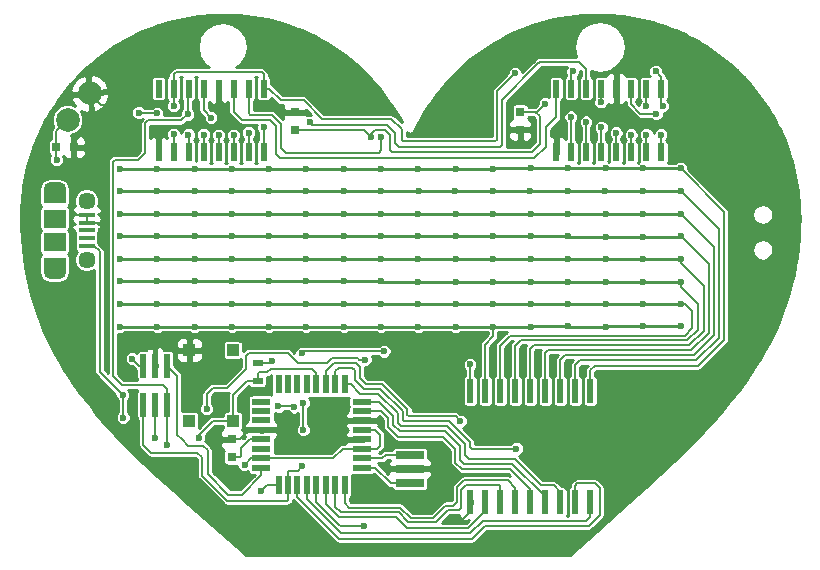
<source format=gbl>
G04 #@! TF.FileFunction,Copper,L2,Bot,Signal*
%FSLAX46Y46*%
G04 Gerber Fmt 4.6, Leading zero omitted, Abs format (unit mm)*
G04 Created by KiCad (PCBNEW 4.0.7) date Tue Feb  6 08:28:50 2018*
%MOMM*%
%LPD*%
G01*
G04 APERTURE LIST*
%ADD10C,0.100000*%
%ADD11R,0.750000X0.800000*%
%ADD12R,0.900000X0.500000*%
%ADD13R,1.000760X1.000760*%
%ADD14R,1.600000X0.550000*%
%ADD15R,0.550000X1.600000*%
%ADD16R,0.600000X2.000000*%
%ADD17R,0.600000X1.500000*%
%ADD18R,0.800000X0.750000*%
%ADD19R,1.900000X1.500000*%
%ADD20C,1.450000*%
%ADD21R,1.350000X0.400000*%
%ADD22O,1.900000X1.200000*%
%ADD23R,1.900000X1.200000*%
%ADD24R,0.500000X2.000000*%
%ADD25C,2.000000*%
%ADD26R,2.400000X0.700000*%
%ADD27C,0.600000*%
%ADD28C,0.200000*%
%ADD29C,0.250000*%
%ADD30C,0.254000*%
G04 APERTURE END LIST*
D10*
D11*
X99270000Y-95310000D03*
X99270000Y-96810000D03*
X104620000Y-67595000D03*
X104620000Y-69095000D03*
D12*
X101450000Y-90380000D03*
X101450000Y-88880000D03*
D13*
X99369120Y-93749740D03*
X95670880Y-87750260D03*
X95670880Y-93749740D03*
X99369120Y-87750260D03*
D14*
X110280000Y-92110000D03*
X110280000Y-92910000D03*
X110280000Y-93710000D03*
X110280000Y-94510000D03*
X110280000Y-95310000D03*
X110280000Y-96110000D03*
X110280000Y-96910000D03*
X110280000Y-97710000D03*
D15*
X108830000Y-99160000D03*
X108030000Y-99160000D03*
X107230000Y-99160000D03*
X106430000Y-99160000D03*
X105630000Y-99160000D03*
X104830000Y-99160000D03*
X104030000Y-99160000D03*
X103230000Y-99160000D03*
D14*
X101780000Y-97710000D03*
X101780000Y-96910000D03*
X101780000Y-96110000D03*
X101780000Y-95310000D03*
X101780000Y-94510000D03*
X101780000Y-93710000D03*
X101780000Y-92910000D03*
X101780000Y-92110000D03*
D15*
X103230000Y-90660000D03*
X104030000Y-90660000D03*
X104830000Y-90660000D03*
X105630000Y-90660000D03*
X106430000Y-90660000D03*
X107230000Y-90660000D03*
X108030000Y-90660000D03*
X108830000Y-90660000D03*
D16*
X129600000Y-100620000D03*
X128330000Y-100620000D03*
X127060000Y-100620000D03*
X125790000Y-100620000D03*
X124520000Y-100620000D03*
X123250000Y-100620000D03*
X121980000Y-100620000D03*
X120710000Y-100620000D03*
X119440000Y-100620000D03*
X119440000Y-91220000D03*
X120710000Y-91220000D03*
X121980000Y-91220000D03*
X123250000Y-91220000D03*
X124520000Y-91220000D03*
X125790000Y-91220000D03*
X127060000Y-91220000D03*
X128330000Y-91220000D03*
X129600000Y-91220000D03*
D17*
X135615000Y-71010000D03*
X134345000Y-71010000D03*
X133075000Y-71010000D03*
X131805000Y-71010000D03*
X130535000Y-71010000D03*
X129265000Y-71010000D03*
X127995000Y-71010000D03*
X126725000Y-71010000D03*
X126725000Y-65610000D03*
X127995000Y-65610000D03*
X129265000Y-65610000D03*
X130535000Y-65610000D03*
X131805000Y-65610000D03*
X133075000Y-65610000D03*
X134345000Y-65610000D03*
X135615000Y-65610000D03*
D11*
X123695000Y-69095000D03*
X123695000Y-67595000D03*
D17*
X101955000Y-71020000D03*
X100685000Y-71020000D03*
X99415000Y-71020000D03*
X98145000Y-71020000D03*
X96875000Y-71020000D03*
X95605000Y-71020000D03*
X94335000Y-71020000D03*
X93065000Y-71020000D03*
X93065000Y-65620000D03*
X94335000Y-65620000D03*
X95605000Y-65620000D03*
X96875000Y-65620000D03*
X98145000Y-65620000D03*
X99415000Y-65620000D03*
X100685000Y-65620000D03*
X101955000Y-65620000D03*
D18*
X84410000Y-70580000D03*
X85910000Y-70580000D03*
D19*
X84270000Y-76620000D03*
D20*
X86970000Y-80120000D03*
D21*
X86970000Y-78270000D03*
X86970000Y-78920000D03*
X86970000Y-76320000D03*
X86970000Y-76970000D03*
X86970000Y-77620000D03*
D20*
X86970000Y-75120000D03*
D19*
X84270000Y-78620000D03*
D22*
X84270000Y-81120000D03*
X84270000Y-74120000D03*
D23*
X84270000Y-74720000D03*
X84270000Y-80520000D03*
D24*
X93770000Y-92370000D03*
X93770000Y-89070000D03*
X92770000Y-92370000D03*
X92770000Y-89070000D03*
X91770000Y-92370000D03*
X91770000Y-89070000D03*
D25*
X87240600Y-66016027D03*
X85363660Y-68252876D03*
X85363660Y-68252876D03*
X87240600Y-66016027D03*
D26*
X114370000Y-97800000D03*
X114370000Y-99000000D03*
X114370000Y-96600000D03*
D27*
X112170000Y-99410000D03*
X109990000Y-99410000D03*
X117770000Y-102110000D03*
X123320000Y-103370000D03*
X118570000Y-104380000D03*
X103890000Y-93220000D03*
X97130000Y-87910000D03*
X98810000Y-68880000D03*
X98780000Y-67090000D03*
X102840000Y-67060000D03*
X88200000Y-77680000D03*
X103220000Y-96300000D03*
X125700000Y-65620000D03*
X131800000Y-68120000D03*
X90020000Y-89460000D03*
X97480000Y-95480000D03*
X93770000Y-67680000D03*
X95870000Y-68650000D03*
X90070000Y-93470000D03*
X90050000Y-91550000D03*
X110495000Y-102670000D03*
X125790000Y-66890000D03*
X130510000Y-66770000D03*
X97510000Y-68060000D03*
X111080000Y-69730000D03*
X89820000Y-85770000D03*
X92970000Y-85770000D03*
X96120000Y-85770000D03*
X99270000Y-85770000D03*
X102420000Y-85770000D03*
X105570000Y-85770000D03*
X108745000Y-85770000D03*
X111895000Y-85770000D03*
X115070000Y-85770000D03*
X118220000Y-85770000D03*
X121420000Y-85770000D03*
X124595000Y-85770000D03*
X127770000Y-85745000D03*
X130920000Y-85770000D03*
X134120000Y-85745000D03*
X137295000Y-85745000D03*
X101730000Y-99700000D03*
X93770000Y-95810000D03*
X95520000Y-67790000D03*
X105880000Y-68450000D03*
X92770000Y-95190000D03*
X96470000Y-95200000D03*
X105200000Y-88030000D03*
X112170000Y-87850000D03*
X135210000Y-67760000D03*
X105320000Y-92210000D03*
X105320000Y-94510000D03*
X105230000Y-97580000D03*
X103220000Y-92520000D03*
X104550000Y-92580000D03*
X102680000Y-88690000D03*
X119440000Y-88960000D03*
X123240000Y-64320000D03*
X100350000Y-97450000D03*
X90820000Y-88480000D03*
X94340000Y-67090000D03*
X128150000Y-64140000D03*
X135160000Y-64150000D03*
X135770000Y-67080000D03*
X134340000Y-67070000D03*
X135610000Y-69500000D03*
X134360000Y-69500000D03*
X133080000Y-69520000D03*
X131810000Y-69350000D03*
X130550000Y-68900000D03*
X129260000Y-68430000D03*
X127980000Y-68000000D03*
X118630000Y-93760000D03*
X123360000Y-96090000D03*
X89820000Y-72395000D03*
X92970000Y-72395000D03*
X96120000Y-72395000D03*
X99270000Y-72395000D03*
X102420000Y-72395000D03*
X105570000Y-72395000D03*
X108745000Y-72395000D03*
X111895000Y-72395000D03*
X115070000Y-72395000D03*
X118220000Y-72395000D03*
X121420000Y-72395000D03*
X124570000Y-72370000D03*
X127770000Y-72370000D03*
X130945000Y-72370000D03*
X134110000Y-72370000D03*
X137270000Y-72370000D03*
X89820000Y-74295000D03*
X92970000Y-74295000D03*
X96120000Y-74295000D03*
X99270000Y-74295000D03*
X102420000Y-74295000D03*
X105570000Y-74295000D03*
X108745000Y-74295000D03*
X111895000Y-74295000D03*
X115110000Y-74290000D03*
X118210000Y-74290000D03*
X121410000Y-74290000D03*
X124510000Y-74290000D03*
X127710000Y-74290000D03*
X130910000Y-74290000D03*
X134110000Y-74290000D03*
X137310000Y-74290000D03*
X89820000Y-76220000D03*
X92970000Y-76220000D03*
X96120000Y-76220000D03*
X99270000Y-76220000D03*
X102420000Y-76220000D03*
X105570000Y-76220000D03*
X108745000Y-76220000D03*
X111895000Y-76220000D03*
X115070000Y-76220000D03*
X118245000Y-76220000D03*
X121395000Y-76220000D03*
X124595000Y-76220000D03*
X127745000Y-76220000D03*
X130920000Y-76220000D03*
X134095000Y-76245000D03*
X137270000Y-76220000D03*
X89820000Y-78120000D03*
X92970000Y-78120000D03*
X96120000Y-78120000D03*
X99270000Y-78120000D03*
X102420000Y-78120000D03*
X105570000Y-78120000D03*
X108745000Y-78120000D03*
X111895000Y-78120000D03*
X115045000Y-78120000D03*
X118220000Y-78120000D03*
X121420000Y-78120000D03*
X124570000Y-78120000D03*
X127745000Y-78120000D03*
X130920000Y-78145000D03*
X134095000Y-78145000D03*
X137270000Y-78120000D03*
X89820000Y-80020000D03*
X92970000Y-80020000D03*
X96120000Y-80020000D03*
X99270000Y-80020000D03*
X102420000Y-80020000D03*
X105570000Y-80020000D03*
X108745000Y-80045000D03*
X111895000Y-80020000D03*
X115045000Y-80045000D03*
X118220000Y-80045000D03*
X121395000Y-80045000D03*
X124595000Y-80020000D03*
X127745000Y-80045000D03*
X130920000Y-80020000D03*
X134095000Y-80020000D03*
X137270000Y-80020000D03*
X89820000Y-81920000D03*
X92970000Y-81920000D03*
X96120000Y-81920000D03*
X99270000Y-81920000D03*
X102420000Y-81920000D03*
X105595000Y-81920000D03*
X108745000Y-81920000D03*
X111920000Y-81920000D03*
X115070000Y-81945000D03*
X118245000Y-81945000D03*
X121420000Y-81945000D03*
X124595000Y-81945000D03*
X127745000Y-81945000D03*
X130945000Y-81945000D03*
X134095000Y-81945000D03*
X137270000Y-81945000D03*
X89820000Y-83845000D03*
X92970000Y-83845000D03*
X96120000Y-83845000D03*
X99270000Y-83845000D03*
X102420000Y-83845000D03*
X105570000Y-83845000D03*
X108770000Y-83845000D03*
X111920000Y-83845000D03*
X115070000Y-83845000D03*
X118220000Y-83845000D03*
X121420000Y-83845000D03*
X124570000Y-83845000D03*
X127745000Y-83845000D03*
X130945000Y-83845000D03*
X134120000Y-83845000D03*
X137270000Y-83845000D03*
X111920000Y-69750000D03*
X101970000Y-68880000D03*
X100690000Y-69340000D03*
X99420000Y-69550000D03*
X98160000Y-69540000D03*
X96880000Y-69510000D03*
X95600000Y-69520000D03*
X91390000Y-67640000D03*
X92930000Y-67700000D03*
X94350000Y-69490000D03*
X110560000Y-88560000D03*
X97130000Y-92730000D03*
X84440000Y-71630000D03*
D28*
X110280000Y-93710000D02*
X111300000Y-93710000D01*
X116000000Y-97800000D02*
X114370000Y-97800000D01*
X116300000Y-97500000D02*
X116000000Y-97800000D01*
X116300000Y-96100000D02*
X116300000Y-97500000D01*
X115880000Y-95680000D02*
X116300000Y-96100000D01*
X115310000Y-95680000D02*
X115880000Y-95680000D01*
X113270000Y-95680000D02*
X115310000Y-95680000D01*
X111300000Y-93710000D02*
X113270000Y-95680000D01*
X109990000Y-99410000D02*
X112170000Y-99410000D01*
X118800000Y-102110000D02*
X119440000Y-101470000D01*
X117770000Y-102110000D02*
X118800000Y-102110000D01*
X119440000Y-101470000D02*
X119440000Y-100620000D01*
X120590000Y-103370000D02*
X123320000Y-103370000D01*
X119800000Y-104160000D02*
X120590000Y-103370000D01*
X118790000Y-104160000D02*
X119800000Y-104160000D01*
X118570000Y-104380000D02*
X118790000Y-104160000D01*
X103680000Y-93430000D02*
X103680000Y-95310000D01*
X103890000Y-93220000D02*
X103680000Y-93430000D01*
X98145000Y-68545000D02*
X98475000Y-68545000D01*
X96970260Y-87750260D02*
X95670880Y-87750260D01*
X97130000Y-87910000D02*
X96970260Y-87750260D01*
X98475000Y-68545000D02*
X98810000Y-68880000D01*
X119440000Y-100620000D02*
X119440000Y-99690000D01*
X98780000Y-67090000D02*
X98145000Y-66455000D01*
X98145000Y-65620000D02*
X98145000Y-66455000D01*
X103375000Y-67595000D02*
X104620000Y-67595000D01*
X102840000Y-67060000D02*
X103375000Y-67595000D01*
X87930000Y-76970000D02*
X86970000Y-76970000D01*
X88200000Y-77680000D02*
X88200000Y-77240000D01*
X88200000Y-77240000D02*
X87930000Y-76970000D01*
X103680000Y-95840000D02*
X103680000Y-95310000D01*
X103220000Y-96300000D02*
X103680000Y-95840000D01*
X123695000Y-69095000D02*
X122755000Y-69095000D01*
X122755000Y-69095000D02*
X122580000Y-68920000D01*
X122580000Y-68920000D02*
X122580000Y-66800000D01*
X122580000Y-66800000D02*
X123760000Y-65620000D01*
X123760000Y-65620000D02*
X125700000Y-65620000D01*
X131805000Y-68115000D02*
X131805000Y-66945000D01*
X131800000Y-68120000D02*
X131805000Y-68115000D01*
X90530000Y-87630000D02*
X92770000Y-87630000D01*
X89930000Y-88230000D02*
X90530000Y-87630000D01*
X89930000Y-89370000D02*
X89930000Y-88230000D01*
X90020000Y-89460000D02*
X89930000Y-89370000D01*
X110280000Y-95310000D02*
X109130000Y-95310000D01*
X109110000Y-93710000D02*
X110280000Y-93710000D01*
X108720000Y-94100000D02*
X109110000Y-93710000D01*
X108720000Y-94900000D02*
X108720000Y-94100000D01*
X109130000Y-95310000D02*
X108720000Y-94900000D01*
X101780000Y-94510000D02*
X102880000Y-94510000D01*
X102880000Y-94510000D02*
X103680000Y-95310000D01*
X103680000Y-95310000D02*
X110280000Y-95310000D01*
X97650000Y-95310000D02*
X99270000Y-95310000D01*
X97480000Y-95480000D02*
X97650000Y-95310000D01*
X95870000Y-68650000D02*
X96240000Y-68650000D01*
X96240000Y-68650000D02*
X96330000Y-68740000D01*
X96330000Y-68740000D02*
X97890000Y-68740000D01*
X98145000Y-68485000D02*
X98145000Y-68545000D01*
X98145000Y-68545000D02*
X98145000Y-65620000D01*
X97890000Y-68740000D02*
X98145000Y-68485000D01*
X93345000Y-68745000D02*
X95775000Y-68745000D01*
X88204573Y-66980000D02*
X87240600Y-66016027D01*
X93070000Y-66980000D02*
X88204573Y-66980000D01*
X93770000Y-67680000D02*
X93070000Y-66980000D01*
X95775000Y-68745000D02*
X95870000Y-68650000D01*
X86970000Y-76320000D02*
X86160000Y-76320000D01*
X85730000Y-75890000D02*
X85730000Y-70760000D01*
X86160000Y-76320000D02*
X85730000Y-75890000D01*
X85730000Y-70760000D02*
X85910000Y-70580000D01*
X95670880Y-87750260D02*
X94530260Y-87750260D01*
X94530260Y-87750260D02*
X94310000Y-87530000D01*
X94310000Y-87530000D02*
X92870000Y-87530000D01*
X92870000Y-87530000D02*
X92770000Y-87630000D01*
X92770000Y-87630000D02*
X92770000Y-89070000D01*
X131805000Y-65610000D02*
X131805000Y-66945000D01*
X127230000Y-67820000D02*
X127230000Y-69110000D01*
X127670000Y-67380000D02*
X127230000Y-67820000D01*
X131370000Y-67380000D02*
X127670000Y-67380000D01*
X131805000Y-66945000D02*
X131370000Y-67380000D01*
X93065000Y-71020000D02*
X93065000Y-69025000D01*
X93065000Y-69025000D02*
X93345000Y-68745000D01*
X93345000Y-68745000D02*
X93350000Y-68740000D01*
X126725000Y-69615000D02*
X126725000Y-71010000D01*
X127240000Y-69100000D02*
X127230000Y-69110000D01*
X127230000Y-69110000D02*
X126725000Y-69615000D01*
X85910000Y-70580000D02*
X85910000Y-70160000D01*
X85910000Y-70160000D02*
X87240600Y-68829400D01*
X87240600Y-68829400D02*
X87240600Y-66016027D01*
X86970000Y-76320000D02*
X86970000Y-76970000D01*
X101780000Y-94510000D02*
X100780000Y-94510000D01*
X99980000Y-95310000D02*
X99270000Y-95310000D01*
X100780000Y-94510000D02*
X99980000Y-95310000D01*
X101780000Y-95310000D02*
X100800000Y-95310000D01*
X99980000Y-96810000D02*
X99270000Y-96810000D01*
X100080000Y-96710000D02*
X99980000Y-96810000D01*
X100080000Y-96030000D02*
X100080000Y-96710000D01*
X100800000Y-95310000D02*
X100080000Y-96030000D01*
X90050000Y-93450000D02*
X90050000Y-91550000D01*
X90070000Y-93470000D02*
X90050000Y-93450000D01*
X86970000Y-78920000D02*
X87600000Y-78920000D01*
X87600000Y-78920000D02*
X88070000Y-79390000D01*
X88070000Y-89570000D02*
X90050000Y-91550000D01*
X88070000Y-79390000D02*
X88070000Y-89570000D01*
X108372500Y-102547500D02*
X108495000Y-102670000D01*
X108495000Y-102670000D02*
X110495000Y-102670000D01*
X108372500Y-102547500D02*
X108367500Y-102547500D01*
X130535000Y-65610000D02*
X130535000Y-66745000D01*
X125085000Y-67595000D02*
X124975000Y-67595000D01*
X125790000Y-66890000D02*
X125085000Y-67595000D01*
X130535000Y-66745000D02*
X130510000Y-66770000D01*
X111080000Y-69730000D02*
X111080000Y-69440000D01*
X111080000Y-69440000D02*
X111410000Y-69110000D01*
X111410000Y-69110000D02*
X112210000Y-69110000D01*
X112210000Y-69110000D02*
X112640000Y-69540000D01*
X112640000Y-69540000D02*
X112640000Y-70780000D01*
X112640000Y-70780000D02*
X112850000Y-70990000D01*
X112850000Y-70990000D02*
X124650000Y-70990000D01*
X124650000Y-70990000D02*
X125350000Y-70290000D01*
X125350000Y-70290000D02*
X125350000Y-67970000D01*
X125350000Y-67970000D02*
X124975000Y-67595000D01*
X124975000Y-67595000D02*
X123695000Y-67595000D01*
X96875000Y-65620000D02*
X96875000Y-67425000D01*
X96875000Y-67425000D02*
X97510000Y-68060000D01*
X106430000Y-99160000D02*
X106430000Y-100610000D01*
X106430000Y-100610000D02*
X108367500Y-102547500D01*
X110445000Y-69095000D02*
X104620000Y-69095000D01*
X111080000Y-69730000D02*
X110445000Y-69095000D01*
X108367500Y-102547500D02*
X108380000Y-102560000D01*
X120710000Y-91220000D02*
X120710000Y-87310000D01*
X121420000Y-86600000D02*
X121420000Y-85770000D01*
X120710000Y-87310000D02*
X121420000Y-86600000D01*
D29*
X89820000Y-85770000D02*
X92970000Y-85770000D01*
X92970000Y-85770000D02*
X96120000Y-85770000D01*
X96120000Y-85770000D02*
X99270000Y-85770000D01*
X99270000Y-85770000D02*
X102420000Y-85770000D01*
X102420000Y-85770000D02*
X105570000Y-85770000D01*
X105570000Y-85770000D02*
X108745000Y-85770000D01*
X108745000Y-85770000D02*
X111895000Y-85770000D01*
X111895000Y-85770000D02*
X115070000Y-85770000D01*
X115070000Y-85770000D02*
X118220000Y-85770000D01*
X118220000Y-85770000D02*
X121420000Y-85770000D01*
X121420000Y-85770000D02*
X124595000Y-85770000D01*
X124620000Y-85745000D02*
X127770000Y-85745000D01*
X124595000Y-85770000D02*
X124620000Y-85745000D01*
X127795000Y-85770000D02*
X130920000Y-85770000D01*
X127770000Y-85745000D02*
X127795000Y-85770000D01*
X130945000Y-85745000D02*
X134120000Y-85745000D01*
X130920000Y-85770000D02*
X130945000Y-85745000D01*
X137295000Y-85745000D02*
X134120000Y-85745000D01*
D28*
X93770000Y-92370000D02*
X93770000Y-95810000D01*
X102270000Y-99160000D02*
X103230000Y-99160000D01*
X101730000Y-99700000D02*
X102270000Y-99160000D01*
X125150000Y-63540000D02*
X125330000Y-63360000D01*
X125150000Y-63540000D02*
X122140000Y-66550000D01*
X122140000Y-66550000D02*
X122140000Y-70400000D01*
X122140000Y-70400000D02*
X121970000Y-70570000D01*
X129265000Y-65610000D02*
X129265000Y-64095000D01*
X106100000Y-68670000D02*
X105880000Y-68450000D01*
X112380000Y-68670000D02*
X106100000Y-68670000D01*
X113070000Y-69360000D02*
X112380000Y-68670000D01*
X113070000Y-70230002D02*
X113070000Y-69360000D01*
X113409998Y-70570000D02*
X113070000Y-70230002D01*
X121970000Y-70570000D02*
X113409998Y-70570000D01*
X129265000Y-63965000D02*
X129265000Y-64095000D01*
X128660000Y-63360000D02*
X129265000Y-63965000D01*
X125330000Y-63360000D02*
X128660000Y-63360000D01*
X91950000Y-69990000D02*
X91950000Y-68560000D01*
X95000000Y-68310000D02*
X95520000Y-67790000D01*
X92200000Y-68310000D02*
X95000000Y-68310000D01*
X91950000Y-68560000D02*
X92200000Y-68310000D01*
X95520000Y-67790000D02*
X95520000Y-65705000D01*
X95520000Y-65705000D02*
X95605000Y-65620000D01*
X91200000Y-90710000D02*
X89960000Y-90710000D01*
X93770000Y-92370000D02*
X93770000Y-91010000D01*
X93470000Y-90710000D02*
X93770000Y-91010000D01*
X91200000Y-90710000D02*
X93470000Y-90710000D01*
X89180000Y-71800000D02*
X89180000Y-86450000D01*
X89350000Y-71630000D02*
X89180000Y-71800000D01*
X91360000Y-71630000D02*
X89350000Y-71630000D01*
X91950000Y-71040000D02*
X91360000Y-71630000D01*
X91950000Y-69960000D02*
X91950000Y-69990000D01*
X91950000Y-69990000D02*
X91950000Y-71040000D01*
X89180000Y-89930000D02*
X89180000Y-86450000D01*
X89960000Y-90710000D02*
X89180000Y-89930000D01*
X95520000Y-67790000D02*
X95605000Y-67705000D01*
X97240000Y-96330000D02*
X97240000Y-96250000D01*
X95040000Y-95310000D02*
X94640000Y-94910000D01*
X94640000Y-94910000D02*
X94640000Y-89940000D01*
X94640000Y-89940000D02*
X93770000Y-89070000D01*
X95570000Y-95840000D02*
X95040000Y-95310000D01*
X96830000Y-95840000D02*
X95570000Y-95840000D01*
X97240000Y-96250000D02*
X96830000Y-95840000D01*
X101780000Y-97710000D02*
X101780000Y-98350000D01*
X97240000Y-98230000D02*
X97240000Y-96330000D01*
X97240000Y-96330000D02*
X97240000Y-96290000D01*
X98990000Y-99980000D02*
X97240000Y-98230000D01*
X100150000Y-99980000D02*
X98990000Y-99980000D01*
X101780000Y-98350000D02*
X100150000Y-99980000D01*
X99369120Y-93749740D02*
X99369120Y-91550880D01*
X100540000Y-90380000D02*
X101450000Y-90380000D01*
X99369120Y-91550880D02*
X100540000Y-90380000D01*
X96470000Y-95200000D02*
X96470000Y-94960000D01*
X92770000Y-92370000D02*
X92770000Y-95190000D01*
X97680260Y-93749740D02*
X99369120Y-93749740D01*
X96470000Y-94960000D02*
X97680260Y-93749740D01*
X101450000Y-90380000D02*
X101450000Y-89780000D01*
X101450000Y-89780000D02*
X101600000Y-89630000D01*
X101600000Y-89630000D02*
X102290000Y-89630000D01*
X102290000Y-89630000D02*
X102590000Y-89330000D01*
X102590000Y-89330000D02*
X106100000Y-89330000D01*
X106100000Y-89330000D02*
X106430000Y-89660000D01*
X106430000Y-89660000D02*
X106430000Y-90660000D01*
X91770000Y-95730000D02*
X91770000Y-95800000D01*
X104030000Y-100440000D02*
X103970000Y-100500000D01*
X103970000Y-100500000D02*
X98880000Y-100500000D01*
X98880000Y-100500000D02*
X96760000Y-98380000D01*
X104030000Y-99160000D02*
X104030000Y-100440000D01*
X91770000Y-93990000D02*
X91770000Y-92370000D01*
X91770000Y-93990000D02*
X91770000Y-95730000D01*
X96760000Y-96830000D02*
X96760000Y-98380000D01*
X96360000Y-96430000D02*
X96760000Y-96830000D01*
X92400000Y-96430000D02*
X96360000Y-96430000D01*
X91770000Y-95800000D02*
X92400000Y-96430000D01*
X104030000Y-97950000D02*
X104860000Y-97950000D01*
X105200000Y-88030000D02*
X105380000Y-87850000D01*
X105380000Y-87850000D02*
X112170000Y-87850000D01*
X135210000Y-67760000D02*
X135180000Y-67730000D01*
X135180000Y-67730000D02*
X133860000Y-67730000D01*
X133860000Y-67730000D02*
X133075000Y-66945000D01*
X133075000Y-65610000D02*
X133075000Y-66945000D01*
X104030000Y-97950000D02*
X104030000Y-99160000D01*
X105320000Y-94510000D02*
X105320000Y-92210000D01*
X104860000Y-97950000D02*
X105230000Y-97580000D01*
X104490000Y-92520000D02*
X103220000Y-92520000D01*
X104550000Y-92580000D02*
X104490000Y-92520000D01*
X102490000Y-88880000D02*
X102680000Y-88690000D01*
X102490000Y-88880000D02*
X101450000Y-88880000D01*
X119440000Y-91220000D02*
X119440000Y-88960000D01*
X101955000Y-65620000D02*
X102430000Y-65620000D01*
X121720000Y-65840000D02*
X123240000Y-64320000D01*
X121720000Y-69950000D02*
X121720000Y-65840000D01*
X121580000Y-70090000D02*
X121720000Y-69950000D01*
X113780000Y-70090000D02*
X121580000Y-70090000D01*
X113660000Y-69970000D02*
X113780000Y-70090000D01*
X113660000Y-69070000D02*
X113660000Y-69970000D01*
X112790000Y-68200000D02*
X113660000Y-69070000D01*
X106940000Y-68200000D02*
X112790000Y-68200000D01*
X105350000Y-66610000D02*
X106940000Y-68200000D01*
X103420000Y-66610000D02*
X105350000Y-66610000D01*
X102430000Y-65620000D02*
X103420000Y-66610000D01*
X100890000Y-96910000D02*
X101780000Y-96910000D01*
X100350000Y-97450000D02*
X100890000Y-96910000D01*
X94335000Y-65620000D02*
X94335000Y-67085000D01*
X91410000Y-89070000D02*
X91770000Y-89070000D01*
X90820000Y-88480000D02*
X91410000Y-89070000D01*
X94335000Y-67085000D02*
X94340000Y-67090000D01*
X127995000Y-65610000D02*
X127995000Y-64295000D01*
X127995000Y-64295000D02*
X128150000Y-64140000D01*
X135615000Y-64605000D02*
X135615000Y-65610000D01*
X135160000Y-64150000D02*
X135615000Y-64605000D01*
X94335000Y-65620000D02*
X94335000Y-64415000D01*
X101955000Y-64385000D02*
X101955000Y-65620000D01*
X101810000Y-64240000D02*
X101955000Y-64385000D01*
X94510000Y-64240000D02*
X101810000Y-64240000D01*
X94335000Y-64415000D02*
X94510000Y-64240000D01*
X135770000Y-67080000D02*
X135615000Y-66925000D01*
X135615000Y-66925000D02*
X135615000Y-65610000D01*
X110280000Y-96110000D02*
X111550000Y-96110000D01*
X111420000Y-94510000D02*
X110280000Y-94510000D01*
X111820000Y-94910000D02*
X111420000Y-94510000D01*
X111820000Y-95840000D02*
X111820000Y-94910000D01*
X111550000Y-96110000D02*
X111820000Y-95840000D01*
X101780000Y-96910000D02*
X107860000Y-96910000D01*
X107860000Y-96910000D02*
X108660000Y-96110000D01*
X108660000Y-96110000D02*
X110280000Y-96110000D01*
X134345000Y-67065000D02*
X134345000Y-65610000D01*
X134340000Y-67070000D02*
X134345000Y-67065000D01*
X135615000Y-69505000D02*
X135610000Y-69500000D01*
X135615000Y-71010000D02*
X135615000Y-69505000D01*
X134345000Y-71010000D02*
X134345000Y-69515000D01*
X134345000Y-69515000D02*
X134360000Y-69500000D01*
X133075000Y-71010000D02*
X133075000Y-69525000D01*
X133075000Y-69525000D02*
X133080000Y-69520000D01*
X131805000Y-71010000D02*
X131805000Y-69355000D01*
X131805000Y-69355000D02*
X131810000Y-69350000D01*
X130535000Y-71010000D02*
X130535000Y-68915000D01*
X130535000Y-68915000D02*
X130550000Y-68900000D01*
X129265000Y-71010000D02*
X129265000Y-68435000D01*
X129265000Y-68435000D02*
X129260000Y-68430000D01*
X127995000Y-71010000D02*
X127995000Y-68015000D01*
X127995000Y-68015000D02*
X127980000Y-68000000D01*
X110280000Y-92110000D02*
X111710000Y-92110000D01*
X123030000Y-97380000D02*
X125790000Y-100140000D01*
X118920000Y-97380000D02*
X123030000Y-97380000D01*
X118630000Y-97090000D02*
X118920000Y-97380000D01*
X118630000Y-95910000D02*
X118630000Y-97090000D01*
X117340000Y-94620000D02*
X118630000Y-95910000D01*
X113470000Y-94620000D02*
X117340000Y-94620000D01*
X112910000Y-94060000D02*
X113470000Y-94620000D01*
X112910000Y-93310000D02*
X112910000Y-94060000D01*
X111710000Y-92110000D02*
X112910000Y-93310000D01*
X125790000Y-100140000D02*
X125790000Y-100620000D01*
X118200000Y-96090000D02*
X118200000Y-97270000D01*
X110280000Y-92910000D02*
X111920000Y-92910000D01*
X112480000Y-93470000D02*
X111920000Y-92910000D01*
X112480000Y-94230000D02*
X112480000Y-93470000D01*
X113320000Y-95070000D02*
X112480000Y-94230000D01*
X117180000Y-95070000D02*
X113320000Y-95070000D01*
X118200000Y-96090000D02*
X117180000Y-95070000D01*
X124520000Y-99500000D02*
X122850000Y-97830000D01*
X124520000Y-99500000D02*
X124520000Y-100620000D01*
X122840000Y-97840000D02*
X122850000Y-97830000D01*
X118770000Y-97840000D02*
X122840000Y-97840000D01*
X118200000Y-97270000D02*
X118770000Y-97840000D01*
X108830000Y-99160000D02*
X108830000Y-100730000D01*
X123250000Y-99390000D02*
X123250000Y-100620000D01*
X122630000Y-98770000D02*
X123250000Y-99390000D01*
X118910000Y-98770000D02*
X122630000Y-98770000D01*
X118299998Y-99380002D02*
X118910000Y-98770000D01*
X118299998Y-100620002D02*
X118299998Y-99380002D01*
X118010000Y-100910000D02*
X118299998Y-100620002D01*
X117360000Y-100910000D02*
X118010000Y-100910000D01*
X116330002Y-101939998D02*
X117360000Y-100910000D01*
X114410000Y-101939998D02*
X116330002Y-101939998D01*
X113550002Y-101080000D02*
X114410000Y-101939998D01*
X109180000Y-101080000D02*
X113550002Y-101080000D01*
X108830000Y-100730000D02*
X109180000Y-101080000D01*
X114230000Y-102340000D02*
X116530000Y-102340000D01*
X113390000Y-101500000D02*
X114230000Y-102340000D01*
X117170000Y-101700000D02*
X117550000Y-101320000D01*
X117550000Y-101320000D02*
X118540000Y-101320000D01*
X118540000Y-101320000D02*
X118700000Y-101160000D01*
X118700000Y-101160000D02*
X118700000Y-99560000D01*
X118700000Y-99560000D02*
X119080000Y-99180000D01*
X119080000Y-99180000D02*
X121860000Y-99180000D01*
X121860000Y-99180000D02*
X121980000Y-99300000D01*
X121980000Y-100620000D02*
X121980000Y-99300000D01*
X108030000Y-101020000D02*
X108030000Y-99160000D01*
X108510000Y-101500000D02*
X112900000Y-101500000D01*
X108030000Y-101020000D02*
X108510000Y-101500000D01*
X112900000Y-101500000D02*
X113390000Y-101500000D01*
X116530000Y-102340000D02*
X117170000Y-101700000D01*
X107230000Y-99160000D02*
X107230000Y-100810000D01*
X119280000Y-102810000D02*
X120710000Y-101380000D01*
X114090000Y-102810000D02*
X119280000Y-102810000D01*
X113190000Y-101910000D02*
X114090000Y-102810000D01*
X108330000Y-101910000D02*
X113190000Y-101910000D01*
X107230000Y-100810000D02*
X108330000Y-101910000D01*
X120710000Y-101380000D02*
X120710000Y-100620000D01*
X110150000Y-89950000D02*
X110150000Y-90130000D01*
X107230000Y-89520000D02*
X107930000Y-88820000D01*
X107930000Y-88820000D02*
X109770000Y-88820000D01*
X109770000Y-88820000D02*
X110150000Y-89200000D01*
X110150000Y-89200000D02*
X110150000Y-89950000D01*
X107230000Y-90660000D02*
X107230000Y-89520000D01*
X118219998Y-93349998D02*
X118630000Y-93760000D01*
X114240000Y-93349998D02*
X118219998Y-93349998D01*
X114142848Y-93252846D02*
X114240000Y-93349998D01*
X114142848Y-92752848D02*
X114142848Y-93252846D01*
X112019998Y-90629998D02*
X114142848Y-92752848D01*
X110649998Y-90629998D02*
X112019998Y-90629998D01*
X110150000Y-90130000D02*
X110649998Y-90629998D01*
X111850000Y-91030000D02*
X111850000Y-91044312D01*
X119450000Y-95920000D02*
X119620000Y-96090000D01*
X119620000Y-96090000D02*
X123360000Y-96090000D01*
X110220000Y-90780000D02*
X110220002Y-90780000D01*
X108030000Y-89530000D02*
X108030000Y-90660000D01*
X108310000Y-89250000D02*
X108030000Y-89530000D01*
X109470000Y-89250000D02*
X108310000Y-89250000D01*
X109690000Y-89470000D02*
X109470000Y-89250000D01*
X109690000Y-90250000D02*
X109690000Y-89470000D01*
X110220000Y-90780000D02*
X109690000Y-90250000D01*
X117660000Y-93750000D02*
X119450000Y-95540000D01*
X114230000Y-93750000D02*
X117660000Y-93750000D01*
X110470002Y-91030000D02*
X111850000Y-91030000D01*
X110220002Y-90780000D02*
X110470002Y-91030000D01*
X119450000Y-95540000D02*
X119450000Y-95920000D01*
X113840000Y-93750000D02*
X114230000Y-93750000D01*
X113742846Y-93652846D02*
X113840000Y-93750000D01*
X113742846Y-92937158D02*
X113742846Y-93652846D01*
X111850000Y-91044312D02*
X113742846Y-92937158D01*
X108830000Y-90660000D02*
X109340000Y-90660000D01*
X126530000Y-99200000D02*
X127060000Y-99730000D01*
X125460000Y-99200000D02*
X126530000Y-99200000D01*
X123210000Y-96950000D02*
X125460000Y-99200000D01*
X119360000Y-96950000D02*
X123210000Y-96950000D01*
X119040000Y-96630000D02*
X119360000Y-96950000D01*
X119040000Y-95720000D02*
X119040000Y-96630000D01*
X117500000Y-94180000D02*
X119040000Y-95720000D01*
X113630002Y-94180000D02*
X117500000Y-94180000D01*
X113342844Y-93892842D02*
X113630002Y-94180000D01*
X113342844Y-93102844D02*
X113342844Y-93892842D01*
X111690000Y-91450000D02*
X113342844Y-93102844D01*
X110130000Y-91450000D02*
X111690000Y-91450000D01*
X109340000Y-90660000D02*
X110130000Y-91450000D01*
X127060000Y-99730000D02*
X127060000Y-100620000D01*
X99415000Y-65620000D02*
X99415000Y-67555000D01*
X126725000Y-68015000D02*
X126725000Y-65610000D01*
X125840000Y-68900000D02*
X126725000Y-68015000D01*
X125840000Y-70520000D02*
X125840000Y-68900000D01*
X124890000Y-71470000D02*
X125840000Y-70520000D01*
X103320000Y-71470000D02*
X124890000Y-71470000D01*
X103040000Y-71190000D02*
X103320000Y-71470000D01*
X103040000Y-68790000D02*
X103040000Y-71190000D01*
X102490000Y-68240000D02*
X103040000Y-68790000D01*
X100100000Y-68240000D02*
X102490000Y-68240000D01*
X99415000Y-67555000D02*
X100100000Y-68240000D01*
X129600000Y-91220000D02*
X129600000Y-89460000D01*
X140930000Y-76030000D02*
X137270000Y-72370000D01*
X140930000Y-86900000D02*
X140930000Y-76030000D01*
X138770000Y-89060000D02*
X140930000Y-86900000D01*
X130000000Y-89060000D02*
X138770000Y-89060000D01*
X129600000Y-89460000D02*
X130000000Y-89060000D01*
D29*
X89820000Y-72395000D02*
X92970000Y-72395000D01*
X92970000Y-72395000D02*
X96120000Y-72395000D01*
X96120000Y-72395000D02*
X99270000Y-72395000D01*
X99270000Y-72395000D02*
X102420000Y-72395000D01*
X102420000Y-72395000D02*
X105570000Y-72395000D01*
X105570000Y-72395000D02*
X108745000Y-72395000D01*
X108745000Y-72395000D02*
X111895000Y-72395000D01*
X111895000Y-72395000D02*
X115070000Y-72395000D01*
X115070000Y-72395000D02*
X118220000Y-72395000D01*
X118220000Y-72395000D02*
X121420000Y-72395000D01*
X121445000Y-72370000D02*
X124570000Y-72370000D01*
X121420000Y-72395000D02*
X121445000Y-72370000D01*
X124570000Y-72370000D02*
X127770000Y-72370000D01*
X127770000Y-72370000D02*
X130945000Y-72370000D01*
X130945000Y-72370000D02*
X134110000Y-72370000D01*
X137270000Y-72370000D02*
X134110000Y-72370000D01*
D28*
X128330000Y-91220000D02*
X128330000Y-89040000D01*
X140490000Y-77470000D02*
X137310000Y-74290000D01*
X140490000Y-86690000D02*
X140490000Y-77470000D01*
X138550000Y-88630000D02*
X140490000Y-86690000D01*
X128740000Y-88630000D02*
X138550000Y-88630000D01*
X128330000Y-89040000D02*
X128740000Y-88630000D01*
D29*
X89820000Y-74295000D02*
X92970000Y-74295000D01*
X92970000Y-74295000D02*
X96120000Y-74295000D01*
X96120000Y-74295000D02*
X99270000Y-74295000D01*
X99270000Y-74295000D02*
X102420000Y-74295000D01*
X102420000Y-74295000D02*
X105570000Y-74295000D01*
X105570000Y-74295000D02*
X108745000Y-74295000D01*
X108745000Y-74295000D02*
X111895000Y-74295000D01*
X111900000Y-74290000D02*
X115110000Y-74290000D01*
X111895000Y-74295000D02*
X111900000Y-74290000D01*
X118210000Y-74290000D02*
X115110000Y-74290000D01*
X121410000Y-74290000D02*
X118210000Y-74290000D01*
X124510000Y-74290000D02*
X121410000Y-74290000D01*
X127710000Y-74290000D02*
X124510000Y-74290000D01*
X130910000Y-74290000D02*
X127710000Y-74290000D01*
X134110000Y-74290000D02*
X130910000Y-74290000D01*
X137310000Y-74290000D02*
X134110000Y-74290000D01*
D28*
X127060000Y-91220000D02*
X127060000Y-88600000D01*
X140070000Y-79020000D02*
X137270000Y-76220000D01*
X140070000Y-86490000D02*
X140070000Y-79020000D01*
X138380000Y-88180000D02*
X140070000Y-86490000D01*
X127480000Y-88180000D02*
X138380000Y-88180000D01*
X127060000Y-88600000D02*
X127480000Y-88180000D01*
D29*
X89820000Y-76220000D02*
X92970000Y-76220000D01*
X92970000Y-76220000D02*
X96120000Y-76220000D01*
X96120000Y-76220000D02*
X99270000Y-76220000D01*
X99270000Y-76220000D02*
X102420000Y-76220000D01*
X102420000Y-76220000D02*
X105570000Y-76220000D01*
X105570000Y-76220000D02*
X108745000Y-76220000D01*
X108745000Y-76220000D02*
X111895000Y-76220000D01*
X111895000Y-76220000D02*
X115070000Y-76220000D01*
X115070000Y-76220000D02*
X118245000Y-76220000D01*
X118245000Y-76220000D02*
X121395000Y-76220000D01*
X121395000Y-76220000D02*
X124595000Y-76220000D01*
X124595000Y-76220000D02*
X127745000Y-76220000D01*
X127745000Y-76220000D02*
X130920000Y-76220000D01*
X130945000Y-76245000D02*
X134095000Y-76245000D01*
X130920000Y-76220000D02*
X130945000Y-76245000D01*
X137245000Y-76245000D02*
X134095000Y-76245000D01*
X137270000Y-76220000D02*
X137245000Y-76245000D01*
D28*
X125790000Y-91220000D02*
X125790000Y-87980000D01*
X139640000Y-80490000D02*
X137270000Y-78120000D01*
X139640000Y-86300000D02*
X139640000Y-80490000D01*
X138180000Y-87760000D02*
X139640000Y-86300000D01*
X126010000Y-87760000D02*
X138180000Y-87760000D01*
X125790000Y-87980000D02*
X126010000Y-87760000D01*
D29*
X89820000Y-78120000D02*
X92970000Y-78120000D01*
X92970000Y-78120000D02*
X96120000Y-78120000D01*
X96120000Y-78120000D02*
X99270000Y-78120000D01*
X99270000Y-78120000D02*
X102420000Y-78120000D01*
X102420000Y-78120000D02*
X105570000Y-78120000D01*
X105570000Y-78120000D02*
X108745000Y-78120000D01*
X111895000Y-78120000D02*
X108745000Y-78120000D01*
X111895000Y-78120000D02*
X115045000Y-78120000D01*
X115045000Y-78120000D02*
X118220000Y-78120000D01*
X121420000Y-78120000D02*
X118220000Y-78120000D01*
X121420000Y-78120000D02*
X124570000Y-78120000D01*
X127745000Y-78120000D02*
X124570000Y-78120000D01*
X127770000Y-78145000D02*
X130920000Y-78145000D01*
X127745000Y-78120000D02*
X127770000Y-78145000D01*
X134095000Y-78145000D02*
X130920000Y-78145000D01*
X137245000Y-78145000D02*
X134095000Y-78145000D01*
X137270000Y-78120000D02*
X137245000Y-78145000D01*
D28*
X124520000Y-91220000D02*
X124520000Y-87620004D01*
X137270000Y-80370000D02*
X137270000Y-80020000D01*
X139220000Y-82320000D02*
X137270000Y-80370000D01*
X139220000Y-86120000D02*
X139220000Y-82320000D01*
X138019996Y-87320004D02*
X139220000Y-86120000D01*
X124820000Y-87320004D02*
X138019996Y-87320004D01*
X124520000Y-87620004D02*
X124820000Y-87320004D01*
D29*
X89820000Y-80020000D02*
X92970000Y-80020000D01*
X92970000Y-80020000D02*
X96120000Y-80020000D01*
X96120000Y-80020000D02*
X99270000Y-80020000D01*
X99270000Y-80020000D02*
X102420000Y-80020000D01*
X102420000Y-80020000D02*
X105570000Y-80020000D01*
X105595000Y-80045000D02*
X108745000Y-80045000D01*
X105570000Y-80020000D02*
X105595000Y-80045000D01*
X108770000Y-80020000D02*
X111895000Y-80020000D01*
X108745000Y-80045000D02*
X108770000Y-80020000D01*
X111920000Y-80045000D02*
X115045000Y-80045000D01*
X111895000Y-80020000D02*
X111920000Y-80045000D01*
X115045000Y-80045000D02*
X118220000Y-80045000D01*
X118220000Y-80045000D02*
X121395000Y-80045000D01*
X121420000Y-80020000D02*
X124595000Y-80020000D01*
X121395000Y-80045000D02*
X121420000Y-80020000D01*
X124620000Y-80045000D02*
X127745000Y-80045000D01*
X124595000Y-80020000D02*
X124620000Y-80045000D01*
X127770000Y-80020000D02*
X130920000Y-80020000D01*
X127745000Y-80045000D02*
X127770000Y-80020000D01*
X130920000Y-80020000D02*
X134095000Y-80020000D01*
X137270000Y-80020000D02*
X134095000Y-80020000D01*
D28*
X123250000Y-91220000D02*
X123250000Y-87390000D01*
X137270000Y-82370000D02*
X137270000Y-81945000D01*
X138720000Y-83820000D02*
X137270000Y-82370000D01*
X138720000Y-86020000D02*
X138720000Y-83820000D01*
X137819998Y-86920002D02*
X138720000Y-86020000D01*
X123719998Y-86920002D02*
X137819998Y-86920002D01*
X123250000Y-87390000D02*
X123719998Y-86920002D01*
D29*
X89820000Y-81920000D02*
X92970000Y-81920000D01*
X92970000Y-81920000D02*
X96120000Y-81920000D01*
X96120000Y-81920000D02*
X99270000Y-81920000D01*
X99270000Y-81920000D02*
X102420000Y-81920000D01*
X102420000Y-81920000D02*
X105595000Y-81920000D01*
X105595000Y-81920000D02*
X108745000Y-81920000D01*
X108745000Y-81920000D02*
X111920000Y-81920000D01*
X111945000Y-81945000D02*
X115070000Y-81945000D01*
X111920000Y-81920000D02*
X111945000Y-81945000D01*
X115070000Y-81945000D02*
X118245000Y-81945000D01*
X118245000Y-81945000D02*
X121420000Y-81945000D01*
X121420000Y-81945000D02*
X124595000Y-81945000D01*
X124595000Y-81945000D02*
X127745000Y-81945000D01*
X127745000Y-81945000D02*
X130945000Y-81945000D01*
X130945000Y-81945000D02*
X134095000Y-81945000D01*
X137270000Y-81945000D02*
X134095000Y-81945000D01*
D28*
X121980000Y-91220000D02*
X121980000Y-87380000D01*
X137645000Y-83845000D02*
X137270000Y-83845000D01*
X138220000Y-84420000D02*
X137645000Y-83845000D01*
X138220000Y-85920000D02*
X138220000Y-84420000D01*
X137620000Y-86520000D02*
X138220000Y-85920000D01*
X136920000Y-86520000D02*
X137620000Y-86520000D01*
X122840000Y-86520000D02*
X136920000Y-86520000D01*
X121980000Y-87380000D02*
X122840000Y-86520000D01*
D29*
X89820000Y-83845000D02*
X92970000Y-83845000D01*
X92970000Y-83845000D02*
X96120000Y-83845000D01*
X96120000Y-83845000D02*
X99270000Y-83845000D01*
X99270000Y-83845000D02*
X102420000Y-83845000D01*
X102420000Y-83845000D02*
X105570000Y-83845000D01*
X105570000Y-83845000D02*
X108770000Y-83845000D01*
X108770000Y-83845000D02*
X111920000Y-83845000D01*
X111920000Y-83845000D02*
X115070000Y-83845000D01*
X115070000Y-83845000D02*
X118220000Y-83845000D01*
X118220000Y-83845000D02*
X121420000Y-83845000D01*
X121420000Y-83845000D02*
X124570000Y-83845000D01*
X124570000Y-83845000D02*
X127745000Y-83845000D01*
X127745000Y-83845000D02*
X130945000Y-83845000D01*
X130945000Y-83845000D02*
X134120000Y-83845000D01*
X137270000Y-83845000D02*
X134120000Y-83845000D01*
D28*
X100685000Y-67665000D02*
X100685000Y-67075000D01*
X100840000Y-67820000D02*
X100685000Y-67665000D01*
X102660000Y-67820000D02*
X100840000Y-67820000D01*
X103450000Y-68610000D02*
X102660000Y-67820000D01*
X103450000Y-70630000D02*
X103450000Y-68610000D01*
X103850000Y-71030000D02*
X103450000Y-70630000D01*
X111700000Y-71030000D02*
X103850000Y-71030000D01*
X111890000Y-70840000D02*
X111700000Y-71030000D01*
X111890000Y-69780000D02*
X111890000Y-70840000D01*
X111920000Y-69750000D02*
X111890000Y-69780000D01*
X100685000Y-67075000D02*
X100685000Y-65620000D01*
X100690000Y-67080000D02*
X100685000Y-67075000D01*
X101955000Y-71020000D02*
X101955000Y-68895000D01*
X101955000Y-68895000D02*
X101970000Y-68880000D01*
X100685000Y-71020000D02*
X100685000Y-69345000D01*
X100685000Y-69345000D02*
X100690000Y-69340000D01*
X99415000Y-71020000D02*
X99415000Y-69555000D01*
X99415000Y-69555000D02*
X99420000Y-69550000D01*
X98145000Y-71020000D02*
X98145000Y-69555000D01*
X98145000Y-69555000D02*
X98160000Y-69540000D01*
X96875000Y-71020000D02*
X96875000Y-69515000D01*
X96875000Y-69515000D02*
X96880000Y-69510000D01*
X95605000Y-71020000D02*
X95605000Y-69525000D01*
X95605000Y-69525000D02*
X95600000Y-69520000D01*
X92870000Y-67640000D02*
X91390000Y-67640000D01*
X92930000Y-67700000D02*
X92870000Y-67640000D01*
X94335000Y-71020000D02*
X94335000Y-69505000D01*
X94335000Y-69505000D02*
X94350000Y-69490000D01*
X110075688Y-88560000D02*
X110560000Y-88560000D01*
X109925688Y-88410000D02*
X110075688Y-88560000D01*
X107774312Y-88410000D02*
X109925688Y-88410000D01*
X107344312Y-88840000D02*
X107774312Y-88410000D01*
X106470000Y-88840000D02*
X107344312Y-88840000D01*
X97130000Y-91500000D02*
X97680000Y-90950000D01*
X97680000Y-90950000D02*
X98860000Y-90950000D01*
X104850000Y-88840000D02*
X106470000Y-88840000D01*
X103990000Y-87980000D02*
X104850000Y-88840000D01*
X100690000Y-87980000D02*
X103990000Y-87980000D01*
X100450000Y-88220000D02*
X100690000Y-87980000D01*
X100450000Y-89360000D02*
X100450000Y-88220000D01*
X98860000Y-90950000D02*
X100450000Y-89360000D01*
X97130000Y-91500000D02*
X97130000Y-92730000D01*
X84410000Y-70580000D02*
X84410000Y-69206536D01*
X84410000Y-69206536D02*
X85363660Y-68252876D01*
X84440000Y-71630000D02*
X84410000Y-71600000D01*
X84410000Y-71600000D02*
X84410000Y-70580000D01*
X105630000Y-99160000D02*
X105630000Y-100400000D01*
X111540000Y-103280000D02*
X119440000Y-103280000D01*
X119440000Y-103280000D02*
X120510000Y-102210000D01*
X120510000Y-102210000D02*
X129270000Y-102210000D01*
X129270000Y-102210000D02*
X129600000Y-101880000D01*
X129600000Y-101880000D02*
X129600000Y-100620000D01*
X108510000Y-103280000D02*
X111540000Y-103280000D01*
X105630000Y-100400000D02*
X108510000Y-103280000D01*
X104830000Y-99160000D02*
X104830000Y-100210000D01*
X128330000Y-99220000D02*
X128510000Y-99040000D01*
X128510000Y-99040000D02*
X130050000Y-99040000D01*
X130050000Y-99040000D02*
X130420000Y-99410000D01*
X130420000Y-99410000D02*
X130420000Y-101710000D01*
X130420000Y-101710000D02*
X129500000Y-102630000D01*
X129500000Y-102630000D02*
X120710000Y-102630000D01*
X120710000Y-102630000D02*
X119620000Y-103720000D01*
X119620000Y-103720000D02*
X111740000Y-103720000D01*
X128330000Y-99220000D02*
X128330000Y-100620000D01*
X108340000Y-103720000D02*
X111740000Y-103720000D01*
X104830000Y-100210000D02*
X108340000Y-103720000D01*
X110280000Y-96910000D02*
X112000000Y-96910000D01*
X112310000Y-96600000D02*
X114370000Y-96600000D01*
X112000000Y-96910000D02*
X112310000Y-96600000D01*
X110280000Y-97710000D02*
X111420000Y-97710000D01*
X112710000Y-99000000D02*
X114370000Y-99000000D01*
X111420000Y-97710000D02*
X112710000Y-99000000D01*
D30*
G36*
X130657216Y-59345944D02*
X131096292Y-59362648D01*
X131532568Y-59390308D01*
X131965679Y-59428820D01*
X132395682Y-59478020D01*
X132822332Y-59537780D01*
X133245545Y-59607958D01*
X133665236Y-59688439D01*
X134081218Y-59779072D01*
X134493284Y-59879697D01*
X134901491Y-59990260D01*
X135305597Y-60110532D01*
X135705450Y-60240461D01*
X136100932Y-60379831D01*
X136491965Y-60528578D01*
X136878336Y-60686530D01*
X137259970Y-60853560D01*
X137636679Y-61029572D01*
X138008387Y-61214370D01*
X138374967Y-61407875D01*
X138736227Y-61609873D01*
X139092045Y-61820306D01*
X139442302Y-62039025D01*
X139786847Y-62265884D01*
X140125566Y-62500747D01*
X140458297Y-62743500D01*
X140784957Y-62993977D01*
X141105339Y-63252062D01*
X141419327Y-63517583D01*
X141726865Y-63790503D01*
X142027694Y-64070520D01*
X142321763Y-64357689D01*
X142608880Y-64651734D01*
X142888968Y-64952580D01*
X143161838Y-65260061D01*
X143427381Y-65574075D01*
X143685436Y-65894449D01*
X143935929Y-66221099D01*
X144178656Y-66553866D01*
X144413522Y-66892559D01*
X144640381Y-67237133D01*
X144859102Y-67587393D01*
X145069546Y-67943230D01*
X145271570Y-68304454D01*
X145465068Y-68671021D01*
X145649864Y-69042728D01*
X145825842Y-69419453D01*
X145992884Y-69801117D01*
X146150832Y-70187476D01*
X146299578Y-70578477D01*
X146438986Y-70973985D01*
X146568869Y-71373819D01*
X146689176Y-71777911D01*
X146799699Y-72186079D01*
X146900373Y-72598254D01*
X146990994Y-73014177D01*
X147071448Y-73433851D01*
X147141662Y-73857135D01*
X147201418Y-74283761D01*
X147250613Y-74713719D01*
X147289103Y-75146913D01*
X147316790Y-75583116D01*
X147333494Y-76022193D01*
X147339064Y-76463323D01*
X147324328Y-77333560D01*
X147280571Y-78184152D01*
X147208487Y-79016555D01*
X147108690Y-79831463D01*
X146981865Y-80629623D01*
X146828652Y-81411584D01*
X146649682Y-82178105D01*
X146445568Y-82929861D01*
X146216967Y-83667512D01*
X145964434Y-84391777D01*
X145688597Y-85103249D01*
X145390083Y-85802634D01*
X145069436Y-86490555D01*
X144727286Y-87167674D01*
X144364209Y-87834590D01*
X143980816Y-88491946D01*
X143577690Y-89140410D01*
X143155425Y-89780487D01*
X142714674Y-90412849D01*
X142256009Y-91038056D01*
X141780022Y-91656727D01*
X141287349Y-92269435D01*
X140778622Y-92876830D01*
X140254474Y-93479422D01*
X139715529Y-94077814D01*
X139162381Y-94672609D01*
X138595733Y-95264385D01*
X138016165Y-95853736D01*
X137424368Y-96441235D01*
X136821516Y-97026960D01*
X135581830Y-98198668D01*
X134304218Y-99371770D01*
X132993300Y-100551638D01*
X130291851Y-102951180D01*
X130291340Y-102951854D01*
X130290611Y-102952286D01*
X127901831Y-105093000D01*
X100450061Y-105093000D01*
X99524736Y-104272210D01*
X99523933Y-104271740D01*
X99523368Y-104271003D01*
X98148047Y-103062902D01*
X98148046Y-103062901D01*
X95464909Y-100703864D01*
X94168019Y-99543661D01*
X92907014Y-98389132D01*
X91686019Y-97234474D01*
X91093293Y-96656718D01*
X90512022Y-96076671D01*
X89943261Y-95494167D01*
X89387701Y-94908607D01*
X88845907Y-94319388D01*
X88318448Y-93725792D01*
X87805921Y-93127289D01*
X87308880Y-92523181D01*
X86827888Y-91912814D01*
X86363566Y-91295537D01*
X85916434Y-90670743D01*
X85487056Y-90037755D01*
X85076010Y-89395948D01*
X84683828Y-88744659D01*
X84311053Y-88083143D01*
X83958201Y-87410777D01*
X83625917Y-86726948D01*
X83314646Y-86030820D01*
X83024981Y-85321803D01*
X82757457Y-84599125D01*
X82512657Y-83862155D01*
X82291101Y-83110040D01*
X82093415Y-82342227D01*
X81920155Y-81557848D01*
X81771851Y-80756204D01*
X81649168Y-79936626D01*
X81552672Y-79098307D01*
X81482980Y-78240650D01*
X81440731Y-77362807D01*
X81426482Y-76463541D01*
X81432084Y-76022192D01*
X81448790Y-75583082D01*
X81476445Y-75146905D01*
X81514960Y-74713759D01*
X81564160Y-74283756D01*
X81587096Y-74120000D01*
X82967982Y-74120000D01*
X82986594Y-74213569D01*
X82986594Y-75320000D01*
X83009395Y-75441179D01*
X83081012Y-75552474D01*
X83143367Y-75595079D01*
X83087526Y-75631012D01*
X83012862Y-75740286D01*
X82986594Y-75870000D01*
X82986594Y-77370000D01*
X83009395Y-77491179D01*
X83081012Y-77602474D01*
X83105681Y-77619330D01*
X83087526Y-77631012D01*
X83012862Y-77740286D01*
X82986594Y-77870000D01*
X82986594Y-79370000D01*
X83009395Y-79491179D01*
X83081012Y-79602474D01*
X83143367Y-79645079D01*
X83087526Y-79681012D01*
X83012862Y-79790286D01*
X82986594Y-79920000D01*
X82986594Y-81026431D01*
X82967982Y-81120000D01*
X83038546Y-81474748D01*
X83239494Y-81775488D01*
X83540234Y-81976436D01*
X83894982Y-82047000D01*
X84645018Y-82047000D01*
X84999766Y-81976436D01*
X85300506Y-81775488D01*
X85501454Y-81474748D01*
X85572018Y-81120000D01*
X85553406Y-81026431D01*
X85553406Y-79920000D01*
X85530605Y-79798821D01*
X85458988Y-79687526D01*
X85396633Y-79644921D01*
X85452474Y-79608988D01*
X85527138Y-79499714D01*
X85553406Y-79370000D01*
X85553406Y-77870000D01*
X85530605Y-77748821D01*
X85458988Y-77637526D01*
X85434319Y-77620670D01*
X85452474Y-77608988D01*
X85527138Y-77499714D01*
X85553406Y-77370000D01*
X85553406Y-75870000D01*
X85530605Y-75748821D01*
X85458988Y-75637526D01*
X85396633Y-75594921D01*
X85452474Y-75558988D01*
X85527138Y-75449714D01*
X85553406Y-75320000D01*
X85553406Y-74213569D01*
X85572018Y-74120000D01*
X85501454Y-73765252D01*
X85300506Y-73464512D01*
X84999766Y-73263564D01*
X84645018Y-73193000D01*
X83894982Y-73193000D01*
X83540234Y-73263564D01*
X83239494Y-73464512D01*
X83038546Y-73765252D01*
X82967982Y-74120000D01*
X81587096Y-74120000D01*
X81623918Y-73857117D01*
X81694099Y-73433856D01*
X81774579Y-73014198D01*
X81865209Y-72598237D01*
X81965851Y-72186069D01*
X82076362Y-71777948D01*
X82196679Y-71373818D01*
X82326562Y-70973985D01*
X82465970Y-70578477D01*
X82608049Y-70205000D01*
X83676594Y-70205000D01*
X83676594Y-70955000D01*
X83699395Y-71076179D01*
X83771012Y-71187474D01*
X83880286Y-71262138D01*
X83914148Y-71268995D01*
X83908765Y-71274369D01*
X83813109Y-71504735D01*
X83812891Y-71754171D01*
X83908145Y-71984703D01*
X84084369Y-72161235D01*
X84314735Y-72256891D01*
X84564171Y-72257109D01*
X84794703Y-72161855D01*
X84971235Y-71985631D01*
X85066891Y-71755265D01*
X85067109Y-71505829D01*
X84999727Y-71342753D01*
X85150302Y-71493327D01*
X85383691Y-71590000D01*
X85624250Y-71590000D01*
X85783000Y-71431250D01*
X85783000Y-70707000D01*
X86037000Y-70707000D01*
X86037000Y-71431250D01*
X86195750Y-71590000D01*
X86436309Y-71590000D01*
X86669698Y-71493327D01*
X86848327Y-71314699D01*
X86945000Y-71081310D01*
X86945000Y-70865750D01*
X86786250Y-70707000D01*
X86037000Y-70707000D01*
X85783000Y-70707000D01*
X85763000Y-70707000D01*
X85763000Y-70453000D01*
X85783000Y-70453000D01*
X85783000Y-69728750D01*
X86037000Y-69728750D01*
X86037000Y-70453000D01*
X86786250Y-70453000D01*
X86945000Y-70294250D01*
X86945000Y-70078690D01*
X86848327Y-69845301D01*
X86669698Y-69666673D01*
X86436309Y-69570000D01*
X86195750Y-69570000D01*
X86037000Y-69728750D01*
X85783000Y-69728750D01*
X85632046Y-69577796D01*
X86114363Y-69378507D01*
X86487979Y-69005542D01*
X86690429Y-68517991D01*
X86690889Y-67990078D01*
X86489817Y-67503445D01*
X86493371Y-67506210D01*
X86997961Y-67665306D01*
X87245072Y-67524303D01*
X87137821Y-66298414D01*
X87226459Y-66209776D01*
X87148158Y-66131475D01*
X87378186Y-66131475D01*
X87498105Y-67502165D01*
X87765947Y-67598116D01*
X88331397Y-67276645D01*
X88730783Y-66763256D01*
X88889879Y-66258666D01*
X88748876Y-66011555D01*
X87378186Y-66131475D01*
X87148158Y-66131475D01*
X87046851Y-66030168D01*
X86904063Y-66172956D01*
X85754462Y-66273532D01*
X85658511Y-66541374D01*
X85954022Y-67061162D01*
X85628775Y-66926107D01*
X85100862Y-66925647D01*
X84612957Y-67127245D01*
X84239341Y-67500210D01*
X84036891Y-67987761D01*
X84036431Y-68515674D01*
X84171091Y-68841575D01*
X84108065Y-68904601D01*
X84015503Y-69043130D01*
X83982999Y-69206536D01*
X83983000Y-69206541D01*
X83983000Y-69876674D01*
X83888821Y-69894395D01*
X83777526Y-69966012D01*
X83702862Y-70075286D01*
X83676594Y-70205000D01*
X82608049Y-70205000D01*
X82614716Y-70187476D01*
X82772670Y-69801102D01*
X82939706Y-69419453D01*
X83115687Y-69042720D01*
X83300510Y-68671020D01*
X83493982Y-68304447D01*
X83696020Y-67943199D01*
X83906446Y-67587393D01*
X84125167Y-67237133D01*
X84352026Y-66892559D01*
X84586892Y-66553866D01*
X84829612Y-66221109D01*
X85080140Y-65894451D01*
X85177642Y-65773388D01*
X85591321Y-65773388D01*
X85732324Y-66020499D01*
X87103014Y-65900579D01*
X86983095Y-64529889D01*
X86921298Y-64507751D01*
X87236128Y-64507751D01*
X87356048Y-65878441D01*
X88726738Y-65758522D01*
X88822689Y-65490680D01*
X88501218Y-64925230D01*
X88430223Y-64870000D01*
X92431594Y-64870000D01*
X92431594Y-66370000D01*
X92454395Y-66491179D01*
X92526012Y-66602474D01*
X92635286Y-66677138D01*
X92765000Y-66703406D01*
X93365000Y-66703406D01*
X93486179Y-66680605D01*
X93597474Y-66608988D01*
X93672138Y-66499714D01*
X93698406Y-66370000D01*
X93698406Y-64870000D01*
X93675605Y-64748821D01*
X93603988Y-64637526D01*
X93494714Y-64562862D01*
X93365000Y-64536594D01*
X92765000Y-64536594D01*
X92643821Y-64559395D01*
X92532526Y-64631012D01*
X92457862Y-64740286D01*
X92431594Y-64870000D01*
X88430223Y-64870000D01*
X87987829Y-64525844D01*
X87483239Y-64366748D01*
X87236128Y-64507751D01*
X86921298Y-64507751D01*
X86715253Y-64433938D01*
X86149803Y-64755409D01*
X85750417Y-65268798D01*
X85591321Y-65773388D01*
X85177642Y-65773388D01*
X85338176Y-65574064D01*
X85603740Y-65260062D01*
X85876599Y-64952559D01*
X86156689Y-64651713D01*
X86443805Y-64357669D01*
X86737854Y-64070520D01*
X87038683Y-63790503D01*
X87346201Y-63517600D01*
X87660209Y-63252062D01*
X87980591Y-62993977D01*
X88307258Y-62743494D01*
X88639998Y-62500757D01*
X88978699Y-62265886D01*
X89323273Y-62039027D01*
X89673533Y-61820306D01*
X90029335Y-61609883D01*
X90390592Y-61407869D01*
X90757161Y-61214370D01*
X91128869Y-61029573D01*
X91505606Y-60853561D01*
X91887230Y-60686523D01*
X92273583Y-60528578D01*
X92664616Y-60379831D01*
X93060079Y-60240468D01*
X93459993Y-60110529D01*
X93864059Y-59990260D01*
X94272241Y-59879703D01*
X94684377Y-59779069D01*
X95100337Y-59688439D01*
X95519989Y-59607961D01*
X95943257Y-59537778D01*
X96369889Y-59478022D01*
X96799884Y-59428819D01*
X97232977Y-59390309D01*
X97669254Y-59362648D01*
X98108333Y-59345944D01*
X98549199Y-59340348D01*
X99190376Y-59352172D01*
X99824345Y-59387283D01*
X100451809Y-59445257D01*
X101072443Y-59525709D01*
X101685791Y-59628192D01*
X102291490Y-59752332D01*
X102889145Y-59897681D01*
X103478383Y-60063809D01*
X104058766Y-60250335D01*
X104629903Y-60456834D01*
X105191419Y-60682920D01*
X105742957Y-60928136D01*
X106283997Y-61192097D01*
X106814236Y-61474357D01*
X107333217Y-61774544D01*
X107840567Y-62092211D01*
X108335843Y-62426955D01*
X108818697Y-62778380D01*
X109288640Y-63146045D01*
X109745314Y-63529533D01*
X110188301Y-63928453D01*
X110617228Y-64342376D01*
X111031639Y-64770850D01*
X111431132Y-65213473D01*
X111815290Y-65669853D01*
X112183751Y-66139545D01*
X112536066Y-66622158D01*
X112871833Y-67117221D01*
X113190687Y-67624347D01*
X113492152Y-68143140D01*
X113670892Y-68477023D01*
X113091935Y-67898065D01*
X112953406Y-67805503D01*
X112790000Y-67772999D01*
X112789995Y-67773000D01*
X107116869Y-67773000D01*
X105651935Y-66308065D01*
X105513406Y-66215503D01*
X105350000Y-66182999D01*
X105349995Y-66183000D01*
X103596869Y-66183000D01*
X102731935Y-65318065D01*
X102593406Y-65225503D01*
X102588406Y-65224508D01*
X102588406Y-64870000D01*
X102565605Y-64748821D01*
X102493988Y-64637526D01*
X102384714Y-64562862D01*
X102382000Y-64562312D01*
X102382000Y-64385005D01*
X102382001Y-64385000D01*
X102349497Y-64221594D01*
X102256935Y-64083065D01*
X102111935Y-63938065D01*
X101973406Y-63845503D01*
X101810000Y-63812999D01*
X101809995Y-63813000D01*
X99644229Y-63813000D01*
X100000169Y-63575169D01*
X100461598Y-62884591D01*
X100623630Y-62070000D01*
X100461598Y-61255409D01*
X100000169Y-60564831D01*
X99309591Y-60103402D01*
X98495000Y-59941370D01*
X97680409Y-60103402D01*
X96989831Y-60564831D01*
X96528402Y-61255409D01*
X96366370Y-62070000D01*
X96528402Y-62884591D01*
X96989831Y-63575169D01*
X97345771Y-63813000D01*
X94510000Y-63813000D01*
X94346594Y-63845503D01*
X94208065Y-63938065D01*
X94208063Y-63938068D01*
X94033065Y-64113065D01*
X93940503Y-64251594D01*
X93907999Y-64415000D01*
X93908000Y-64415005D01*
X93908000Y-64563141D01*
X93802526Y-64631012D01*
X93727862Y-64740286D01*
X93701594Y-64870000D01*
X93701594Y-66370000D01*
X93724395Y-66491179D01*
X93796012Y-66602474D01*
X93882021Y-66661241D01*
X93808765Y-66734369D01*
X93713109Y-66964735D01*
X93712891Y-67214171D01*
X93808145Y-67444703D01*
X93984369Y-67621235D01*
X94214735Y-67716891D01*
X94464171Y-67717109D01*
X94694703Y-67621855D01*
X94871235Y-67445631D01*
X94966891Y-67215265D01*
X94967109Y-66965829D01*
X94871855Y-66735297D01*
X94793369Y-66656674D01*
X94867474Y-66608988D01*
X94942138Y-66499714D01*
X94968406Y-66370000D01*
X94968406Y-64870000D01*
X94945605Y-64748821D01*
X94892954Y-64667000D01*
X95047936Y-64667000D01*
X94997862Y-64740286D01*
X94971594Y-64870000D01*
X94971594Y-66370000D01*
X94994395Y-66491179D01*
X95066012Y-66602474D01*
X95093000Y-66620914D01*
X95093000Y-67330316D01*
X94988765Y-67434369D01*
X94893109Y-67664735D01*
X94892979Y-67813151D01*
X94823130Y-67883000D01*
X93532917Y-67883000D01*
X93556891Y-67825265D01*
X93557109Y-67575829D01*
X93461855Y-67345297D01*
X93285631Y-67168765D01*
X93055265Y-67073109D01*
X92805829Y-67072891D01*
X92575297Y-67168145D01*
X92530364Y-67213000D01*
X91849684Y-67213000D01*
X91745631Y-67108765D01*
X91515265Y-67013109D01*
X91265829Y-67012891D01*
X91035297Y-67108145D01*
X90858765Y-67284369D01*
X90763109Y-67514735D01*
X90762891Y-67764171D01*
X90858145Y-67994703D01*
X91034369Y-68171235D01*
X91264735Y-68266891D01*
X91514171Y-68267109D01*
X91726933Y-68179197D01*
X91648065Y-68258065D01*
X91555503Y-68396594D01*
X91522999Y-68560000D01*
X91523000Y-68560005D01*
X91523000Y-70863130D01*
X91183130Y-71203000D01*
X89350000Y-71203000D01*
X89186594Y-71235503D01*
X89048065Y-71328065D01*
X89048063Y-71328068D01*
X88878065Y-71498065D01*
X88785503Y-71636594D01*
X88752999Y-71800000D01*
X88753000Y-71800005D01*
X88753000Y-89649130D01*
X88497000Y-89393130D01*
X88497000Y-79390000D01*
X88464497Y-79226594D01*
X88371935Y-79088065D01*
X88371932Y-79088063D01*
X87972504Y-78688634D01*
X87955605Y-78598821D01*
X87953105Y-78594937D01*
X87978406Y-78470000D01*
X87978406Y-78070000D01*
X87955605Y-77948821D01*
X87953105Y-77944937D01*
X87978406Y-77820000D01*
X87978406Y-77719218D01*
X88004699Y-77708327D01*
X88183327Y-77529698D01*
X88280000Y-77296309D01*
X88280000Y-77228750D01*
X88121250Y-77070000D01*
X87976518Y-77070000D01*
X88004699Y-77058327D01*
X88183327Y-76879698D01*
X88234080Y-76757170D01*
X88280000Y-76711250D01*
X88280000Y-76578750D01*
X88234080Y-76532830D01*
X88183327Y-76410302D01*
X88004699Y-76231673D01*
X87976518Y-76220000D01*
X88121250Y-76220000D01*
X88280000Y-76061250D01*
X88280000Y-75993691D01*
X88183327Y-75760302D01*
X88004699Y-75581673D01*
X87930199Y-75550814D01*
X88021817Y-75330174D01*
X88022182Y-74911662D01*
X87862362Y-74524868D01*
X87566688Y-74228678D01*
X87180174Y-74068183D01*
X86761662Y-74067818D01*
X86374868Y-74227638D01*
X86078678Y-74523312D01*
X85918183Y-74909826D01*
X85917818Y-75328338D01*
X86009752Y-75550834D01*
X85935301Y-75581673D01*
X85756673Y-75760302D01*
X85660000Y-75993691D01*
X85660000Y-76061250D01*
X85818750Y-76220000D01*
X85963482Y-76220000D01*
X85935301Y-76231673D01*
X85756673Y-76410302D01*
X85705920Y-76532830D01*
X85660000Y-76578750D01*
X85660000Y-76711250D01*
X85705920Y-76757170D01*
X85756673Y-76879698D01*
X85935301Y-77058327D01*
X85963482Y-77070000D01*
X85818750Y-77070000D01*
X85660000Y-77228750D01*
X85660000Y-77296309D01*
X85756673Y-77529698D01*
X85935301Y-77708327D01*
X85961594Y-77719218D01*
X85961594Y-77820000D01*
X85984395Y-77941179D01*
X85986895Y-77945063D01*
X85961594Y-78070000D01*
X85961594Y-78470000D01*
X85984395Y-78591179D01*
X85986895Y-78595063D01*
X85961594Y-78720000D01*
X85961594Y-79120000D01*
X85984395Y-79241179D01*
X86056012Y-79352474D01*
X86165286Y-79427138D01*
X86173378Y-79428777D01*
X86078678Y-79523312D01*
X85918183Y-79909826D01*
X85917818Y-80328338D01*
X86077638Y-80715132D01*
X86373312Y-81011322D01*
X86759826Y-81171817D01*
X87178338Y-81172182D01*
X87565132Y-81012362D01*
X87643000Y-80934630D01*
X87643000Y-89569995D01*
X87642999Y-89570000D01*
X87675503Y-89733406D01*
X87768065Y-89871935D01*
X89423020Y-91526889D01*
X89422891Y-91674171D01*
X89518145Y-91904703D01*
X89623000Y-92009741D01*
X89623000Y-93030281D01*
X89538765Y-93114369D01*
X89443109Y-93344735D01*
X89442891Y-93594171D01*
X89538145Y-93824703D01*
X89714369Y-94001235D01*
X89944735Y-94096891D01*
X90194171Y-94097109D01*
X90424703Y-94001855D01*
X90601235Y-93825631D01*
X90696891Y-93595265D01*
X90697109Y-93345829D01*
X90601855Y-93115297D01*
X90477000Y-92990224D01*
X90477000Y-92009684D01*
X90581235Y-91905631D01*
X90676891Y-91675265D01*
X90677109Y-91425829D01*
X90581855Y-91195297D01*
X90523660Y-91137000D01*
X91283435Y-91137000D01*
X91212862Y-91240286D01*
X91186594Y-91370000D01*
X91186594Y-93370000D01*
X91209395Y-93491179D01*
X91281012Y-93602474D01*
X91343000Y-93644829D01*
X91343000Y-95799995D01*
X91342999Y-95800000D01*
X91375503Y-95963406D01*
X91468065Y-96101935D01*
X92098063Y-96731932D01*
X92098065Y-96731935D01*
X92179868Y-96786594D01*
X92236594Y-96824497D01*
X92400000Y-96857001D01*
X92400005Y-96857000D01*
X96183130Y-96857000D01*
X96333000Y-97006869D01*
X96333000Y-98379995D01*
X96332999Y-98380000D01*
X96365503Y-98543406D01*
X96458065Y-98681935D01*
X98578063Y-100801932D01*
X98578065Y-100801935D01*
X98626798Y-100834497D01*
X98716594Y-100894497D01*
X98880000Y-100927001D01*
X98880005Y-100927000D01*
X103969995Y-100927000D01*
X103970000Y-100927001D01*
X104133406Y-100894497D01*
X104271935Y-100801935D01*
X104331932Y-100741937D01*
X104331935Y-100741935D01*
X104424497Y-100603406D01*
X104428691Y-100582321D01*
X104457001Y-100440000D01*
X104457000Y-100439995D01*
X104457000Y-100405579D01*
X104528065Y-100511935D01*
X108038063Y-104021932D01*
X108038065Y-104021935D01*
X108176594Y-104114497D01*
X108340000Y-104147001D01*
X108340005Y-104147000D01*
X119619995Y-104147000D01*
X119620000Y-104147001D01*
X119783406Y-104114497D01*
X119921935Y-104021935D01*
X120886869Y-103057000D01*
X129499995Y-103057000D01*
X129500000Y-103057001D01*
X129663406Y-103024497D01*
X129801935Y-102931935D01*
X130721932Y-102011937D01*
X130721935Y-102011935D01*
X130814497Y-101873406D01*
X130847000Y-101710000D01*
X130847000Y-99410005D01*
X130847001Y-99410000D01*
X130814497Y-99246594D01*
X130721935Y-99108065D01*
X130351935Y-98738065D01*
X130213406Y-98645503D01*
X130050000Y-98612999D01*
X130049995Y-98613000D01*
X128510000Y-98613000D01*
X128346594Y-98645503D01*
X128208065Y-98738065D01*
X128208063Y-98738068D01*
X128028065Y-98918065D01*
X127935503Y-99056594D01*
X127902999Y-99220000D01*
X127903000Y-99220005D01*
X127903000Y-99313141D01*
X127797526Y-99381012D01*
X127722862Y-99490286D01*
X127696594Y-99620000D01*
X127696594Y-101620000D01*
X127719395Y-101741179D01*
X127746306Y-101783000D01*
X127644395Y-101783000D01*
X127667138Y-101749714D01*
X127693406Y-101620000D01*
X127693406Y-99620000D01*
X127670605Y-99498821D01*
X127598988Y-99387526D01*
X127489714Y-99312862D01*
X127360000Y-99286594D01*
X127220463Y-99286594D01*
X126831935Y-98898065D01*
X126693406Y-98805503D01*
X126530000Y-98772999D01*
X126529995Y-98773000D01*
X125636869Y-98773000D01*
X123552674Y-96688804D01*
X123714703Y-96621855D01*
X123891235Y-96445631D01*
X123986891Y-96215265D01*
X123987109Y-95965829D01*
X123891855Y-95735297D01*
X123715631Y-95558765D01*
X123485265Y-95463109D01*
X123235829Y-95462891D01*
X123005297Y-95558145D01*
X122900259Y-95663000D01*
X119877000Y-95663000D01*
X119877000Y-95540000D01*
X119844497Y-95376594D01*
X119751935Y-95238065D01*
X119751932Y-95238063D01*
X118858055Y-94344185D01*
X118984703Y-94291855D01*
X119161235Y-94115631D01*
X119256891Y-93885265D01*
X119257109Y-93635829D01*
X119161855Y-93405297D01*
X118985631Y-93228765D01*
X118755265Y-93133109D01*
X118606849Y-93132979D01*
X118521933Y-93048063D01*
X118383404Y-92955501D01*
X118219998Y-92922997D01*
X118219993Y-92922998D01*
X114569848Y-92922998D01*
X114569848Y-92752848D01*
X114537345Y-92589442D01*
X114444783Y-92450913D01*
X114444780Y-92450911D01*
X112321933Y-90328063D01*
X112183404Y-90235501D01*
X112105477Y-90220000D01*
X118806594Y-90220000D01*
X118806594Y-92220000D01*
X118829395Y-92341179D01*
X118901012Y-92452474D01*
X119010286Y-92527138D01*
X119140000Y-92553406D01*
X119740000Y-92553406D01*
X119861179Y-92530605D01*
X119972474Y-92458988D01*
X120047138Y-92349714D01*
X120073406Y-92220000D01*
X120073406Y-90220000D01*
X120050605Y-90098821D01*
X119978988Y-89987526D01*
X119869714Y-89912862D01*
X119867000Y-89912312D01*
X119867000Y-89419684D01*
X119971235Y-89315631D01*
X120066891Y-89085265D01*
X120067109Y-88835829D01*
X119971855Y-88605297D01*
X119795631Y-88428765D01*
X119565265Y-88333109D01*
X119315829Y-88332891D01*
X119085297Y-88428145D01*
X118908765Y-88604369D01*
X118813109Y-88834735D01*
X118812891Y-89084171D01*
X118908145Y-89314703D01*
X119013000Y-89419741D01*
X119013000Y-89913141D01*
X118907526Y-89981012D01*
X118832862Y-90090286D01*
X118806594Y-90220000D01*
X112105477Y-90220000D01*
X112019998Y-90202997D01*
X112019993Y-90202998D01*
X110826868Y-90202998D01*
X110577000Y-89953130D01*
X110577000Y-89200000D01*
X110574417Y-89187013D01*
X110684171Y-89187109D01*
X110914703Y-89091855D01*
X111091235Y-88915631D01*
X111186891Y-88685265D01*
X111187109Y-88435829D01*
X111121482Y-88277000D01*
X111710316Y-88277000D01*
X111814369Y-88381235D01*
X112044735Y-88476891D01*
X112294171Y-88477109D01*
X112524703Y-88381855D01*
X112701235Y-88205631D01*
X112796891Y-87975265D01*
X112797109Y-87725829D01*
X112701855Y-87495297D01*
X112525631Y-87318765D01*
X112295265Y-87223109D01*
X112045829Y-87222891D01*
X111815297Y-87318145D01*
X111710259Y-87423000D01*
X105380000Y-87423000D01*
X105375381Y-87423919D01*
X105325265Y-87403109D01*
X105075829Y-87402891D01*
X104845297Y-87498145D01*
X104668765Y-87674369D01*
X104573109Y-87904735D01*
X104573061Y-87959192D01*
X104291935Y-87678065D01*
X104153406Y-87585503D01*
X103990000Y-87552999D01*
X103989995Y-87553000D01*
X100690000Y-87553000D01*
X100526594Y-87585503D01*
X100388065Y-87678065D01*
X100388063Y-87678068D01*
X100202906Y-87863224D01*
X100202906Y-87249880D01*
X100180105Y-87128701D01*
X100108488Y-87017406D01*
X99999214Y-86942742D01*
X99869500Y-86916474D01*
X98868740Y-86916474D01*
X98747561Y-86939275D01*
X98636266Y-87010892D01*
X98561602Y-87120166D01*
X98535334Y-87249880D01*
X98535334Y-88250640D01*
X98558135Y-88371819D01*
X98629752Y-88483114D01*
X98739026Y-88557778D01*
X98868740Y-88584046D01*
X99869500Y-88584046D01*
X99990679Y-88561245D01*
X100023000Y-88540447D01*
X100023000Y-89183131D01*
X98683130Y-90523000D01*
X97680000Y-90523000D01*
X97516594Y-90555503D01*
X97378065Y-90648065D01*
X97378063Y-90648068D01*
X96828065Y-91198065D01*
X96735503Y-91336594D01*
X96702999Y-91500000D01*
X96703000Y-91500005D01*
X96703000Y-92270316D01*
X96598765Y-92374369D01*
X96503109Y-92604735D01*
X96502891Y-92854171D01*
X96598145Y-93084703D01*
X96774369Y-93261235D01*
X97004735Y-93356891D01*
X97254171Y-93357109D01*
X97484703Y-93261855D01*
X97661235Y-93085631D01*
X97756891Y-92855265D01*
X97757109Y-92605829D01*
X97661855Y-92375297D01*
X97557000Y-92270259D01*
X97557000Y-91676870D01*
X97856869Y-91377000D01*
X98859995Y-91377000D01*
X98860000Y-91377001D01*
X99000263Y-91349100D01*
X98974623Y-91387474D01*
X98942119Y-91550880D01*
X98942120Y-91550885D01*
X98942120Y-92915954D01*
X98868740Y-92915954D01*
X98747561Y-92938755D01*
X98636266Y-93010372D01*
X98561602Y-93119646D01*
X98535334Y-93249360D01*
X98535334Y-93322740D01*
X97680260Y-93322740D01*
X97516854Y-93355243D01*
X97378325Y-93447805D01*
X96486550Y-94339580D01*
X96504666Y-94250120D01*
X96504666Y-93249360D01*
X96481865Y-93128181D01*
X96410248Y-93016886D01*
X96300974Y-92942222D01*
X96171260Y-92915954D01*
X95170500Y-92915954D01*
X95067000Y-92935429D01*
X95067000Y-89940005D01*
X95067001Y-89940000D01*
X95034497Y-89776594D01*
X94999687Y-89724497D01*
X94941935Y-89638065D01*
X94941932Y-89638063D01*
X94353406Y-89049536D01*
X94353406Y-88070000D01*
X94347011Y-88036010D01*
X94535500Y-88036010D01*
X94535500Y-88376949D01*
X94632173Y-88610338D01*
X94810801Y-88788967D01*
X95044190Y-88885640D01*
X95385130Y-88885640D01*
X95543880Y-88726890D01*
X95543880Y-87877260D01*
X95797880Y-87877260D01*
X95797880Y-88726890D01*
X95956630Y-88885640D01*
X96297570Y-88885640D01*
X96530959Y-88788967D01*
X96709587Y-88610338D01*
X96806260Y-88376949D01*
X96806260Y-88036010D01*
X96647510Y-87877260D01*
X95797880Y-87877260D01*
X95543880Y-87877260D01*
X94694250Y-87877260D01*
X94535500Y-88036010D01*
X94347011Y-88036010D01*
X94330605Y-87948821D01*
X94258988Y-87837526D01*
X94149714Y-87762862D01*
X94020000Y-87736594D01*
X93569218Y-87736594D01*
X93558327Y-87710302D01*
X93379699Y-87531673D01*
X93146310Y-87435000D01*
X93053750Y-87435000D01*
X92895000Y-87593750D01*
X92895000Y-88943000D01*
X92917000Y-88943000D01*
X92917000Y-89197000D01*
X92895000Y-89197000D01*
X92895000Y-89217000D01*
X92645000Y-89217000D01*
X92645000Y-89197000D01*
X92623000Y-89197000D01*
X92623000Y-88943000D01*
X92645000Y-88943000D01*
X92645000Y-87593750D01*
X92486250Y-87435000D01*
X92393690Y-87435000D01*
X92160301Y-87531673D01*
X91981673Y-87710302D01*
X91970782Y-87736594D01*
X91520000Y-87736594D01*
X91398821Y-87759395D01*
X91287526Y-87831012D01*
X91212862Y-87940286D01*
X91205156Y-87978341D01*
X91175631Y-87948765D01*
X90945265Y-87853109D01*
X90695829Y-87852891D01*
X90465297Y-87948145D01*
X90288765Y-88124369D01*
X90193109Y-88354735D01*
X90192891Y-88604171D01*
X90288145Y-88834703D01*
X90464369Y-89011235D01*
X90694735Y-89106891D01*
X90843151Y-89107021D01*
X91108065Y-89371935D01*
X91186594Y-89424406D01*
X91186594Y-90070000D01*
X91209395Y-90191179D01*
X91268481Y-90283000D01*
X90136869Y-90283000D01*
X89607000Y-89753130D01*
X89607000Y-87123571D01*
X94535500Y-87123571D01*
X94535500Y-87464510D01*
X94694250Y-87623260D01*
X95543880Y-87623260D01*
X95543880Y-86773630D01*
X95797880Y-86773630D01*
X95797880Y-87623260D01*
X96647510Y-87623260D01*
X96806260Y-87464510D01*
X96806260Y-87123571D01*
X96709587Y-86890182D01*
X96530959Y-86711553D01*
X96297570Y-86614880D01*
X95956630Y-86614880D01*
X95797880Y-86773630D01*
X95543880Y-86773630D01*
X95385130Y-86614880D01*
X95044190Y-86614880D01*
X94810801Y-86711553D01*
X94632173Y-86890182D01*
X94535500Y-87123571D01*
X89607000Y-87123571D01*
X89607000Y-86360460D01*
X89694735Y-86396891D01*
X89944171Y-86397109D01*
X90174703Y-86301855D01*
X90254698Y-86222000D01*
X92535272Y-86222000D01*
X92614369Y-86301235D01*
X92844735Y-86396891D01*
X93094171Y-86397109D01*
X93324703Y-86301855D01*
X93404698Y-86222000D01*
X95685272Y-86222000D01*
X95764369Y-86301235D01*
X95994735Y-86396891D01*
X96244171Y-86397109D01*
X96474703Y-86301855D01*
X96554698Y-86222000D01*
X98835272Y-86222000D01*
X98914369Y-86301235D01*
X99144735Y-86396891D01*
X99394171Y-86397109D01*
X99624703Y-86301855D01*
X99704698Y-86222000D01*
X101985272Y-86222000D01*
X102064369Y-86301235D01*
X102294735Y-86396891D01*
X102544171Y-86397109D01*
X102774703Y-86301855D01*
X102854698Y-86222000D01*
X105135272Y-86222000D01*
X105214369Y-86301235D01*
X105444735Y-86396891D01*
X105694171Y-86397109D01*
X105924703Y-86301855D01*
X106004698Y-86222000D01*
X108310272Y-86222000D01*
X108389369Y-86301235D01*
X108619735Y-86396891D01*
X108869171Y-86397109D01*
X109099703Y-86301855D01*
X109179698Y-86222000D01*
X111460272Y-86222000D01*
X111539369Y-86301235D01*
X111769735Y-86396891D01*
X112019171Y-86397109D01*
X112249703Y-86301855D01*
X112329698Y-86222000D01*
X114635272Y-86222000D01*
X114714369Y-86301235D01*
X114944735Y-86396891D01*
X115194171Y-86397109D01*
X115424703Y-86301855D01*
X115504698Y-86222000D01*
X117785272Y-86222000D01*
X117864369Y-86301235D01*
X118094735Y-86396891D01*
X118344171Y-86397109D01*
X118574703Y-86301855D01*
X118654698Y-86222000D01*
X120985272Y-86222000D01*
X120993000Y-86229741D01*
X120993000Y-86423131D01*
X120408065Y-87008065D01*
X120315503Y-87146594D01*
X120282999Y-87310000D01*
X120283000Y-87310005D01*
X120283000Y-89913141D01*
X120177526Y-89981012D01*
X120102862Y-90090286D01*
X120076594Y-90220000D01*
X120076594Y-92220000D01*
X120099395Y-92341179D01*
X120171012Y-92452474D01*
X120280286Y-92527138D01*
X120410000Y-92553406D01*
X121010000Y-92553406D01*
X121131179Y-92530605D01*
X121242474Y-92458988D01*
X121317138Y-92349714D01*
X121343406Y-92220000D01*
X121343406Y-90220000D01*
X121320605Y-90098821D01*
X121248988Y-89987526D01*
X121139714Y-89912862D01*
X121137000Y-89912312D01*
X121137000Y-87486870D01*
X121721932Y-86901937D01*
X121721935Y-86901935D01*
X121814497Y-86763406D01*
X121820660Y-86732424D01*
X121847001Y-86600000D01*
X121847000Y-86599995D01*
X121847000Y-86229684D01*
X121854698Y-86222000D01*
X122534131Y-86222000D01*
X121678065Y-87078065D01*
X121585503Y-87216594D01*
X121552999Y-87380000D01*
X121553000Y-87380005D01*
X121553000Y-89913141D01*
X121447526Y-89981012D01*
X121372862Y-90090286D01*
X121346594Y-90220000D01*
X121346594Y-92220000D01*
X121369395Y-92341179D01*
X121441012Y-92452474D01*
X121550286Y-92527138D01*
X121680000Y-92553406D01*
X122280000Y-92553406D01*
X122401179Y-92530605D01*
X122512474Y-92458988D01*
X122587138Y-92349714D01*
X122613406Y-92220000D01*
X122613406Y-90220000D01*
X122590605Y-90098821D01*
X122518988Y-89987526D01*
X122409714Y-89912862D01*
X122407000Y-89912312D01*
X122407000Y-87556870D01*
X123016869Y-86947000D01*
X123089130Y-86947000D01*
X122948065Y-87088065D01*
X122855503Y-87226594D01*
X122822999Y-87390000D01*
X122823000Y-87390005D01*
X122823000Y-89913141D01*
X122717526Y-89981012D01*
X122642862Y-90090286D01*
X122616594Y-90220000D01*
X122616594Y-92220000D01*
X122639395Y-92341179D01*
X122711012Y-92452474D01*
X122820286Y-92527138D01*
X122950000Y-92553406D01*
X123550000Y-92553406D01*
X123671179Y-92530605D01*
X123782474Y-92458988D01*
X123857138Y-92349714D01*
X123883406Y-92220000D01*
X123883406Y-90220000D01*
X123860605Y-90098821D01*
X123788988Y-89987526D01*
X123679714Y-89912862D01*
X123677000Y-89912312D01*
X123677000Y-87566870D01*
X123896867Y-87347002D01*
X124198733Y-87347002D01*
X124125503Y-87456598D01*
X124092999Y-87620004D01*
X124093000Y-87620009D01*
X124093000Y-89913141D01*
X123987526Y-89981012D01*
X123912862Y-90090286D01*
X123886594Y-90220000D01*
X123886594Y-92220000D01*
X123909395Y-92341179D01*
X123981012Y-92452474D01*
X124090286Y-92527138D01*
X124220000Y-92553406D01*
X124820000Y-92553406D01*
X124941179Y-92530605D01*
X125052474Y-92458988D01*
X125127138Y-92349714D01*
X125153406Y-92220000D01*
X125153406Y-90220000D01*
X125130605Y-90098821D01*
X125058988Y-89987526D01*
X124949714Y-89912862D01*
X124947000Y-89912312D01*
X124947000Y-87796874D01*
X124996870Y-87747004D01*
X125442001Y-87747004D01*
X125395503Y-87816594D01*
X125362999Y-87980000D01*
X125363000Y-87980005D01*
X125363000Y-89913141D01*
X125257526Y-89981012D01*
X125182862Y-90090286D01*
X125156594Y-90220000D01*
X125156594Y-92220000D01*
X125179395Y-92341179D01*
X125251012Y-92452474D01*
X125360286Y-92527138D01*
X125490000Y-92553406D01*
X126090000Y-92553406D01*
X126211179Y-92530605D01*
X126322474Y-92458988D01*
X126397138Y-92349714D01*
X126423406Y-92220000D01*
X126423406Y-90220000D01*
X126400605Y-90098821D01*
X126328988Y-89987526D01*
X126219714Y-89912862D01*
X126217000Y-89912312D01*
X126217000Y-88187000D01*
X126869130Y-88187000D01*
X126758065Y-88298065D01*
X126665503Y-88436594D01*
X126632999Y-88600000D01*
X126633000Y-88600005D01*
X126633000Y-89913141D01*
X126527526Y-89981012D01*
X126452862Y-90090286D01*
X126426594Y-90220000D01*
X126426594Y-92220000D01*
X126449395Y-92341179D01*
X126521012Y-92452474D01*
X126630286Y-92527138D01*
X126760000Y-92553406D01*
X127360000Y-92553406D01*
X127481179Y-92530605D01*
X127592474Y-92458988D01*
X127667138Y-92349714D01*
X127693406Y-92220000D01*
X127693406Y-90220000D01*
X127670605Y-90098821D01*
X127598988Y-89987526D01*
X127489714Y-89912862D01*
X127487000Y-89912312D01*
X127487000Y-88776870D01*
X127656869Y-88607000D01*
X128159130Y-88607000D01*
X128028065Y-88738065D01*
X127935503Y-88876594D01*
X127902999Y-89040000D01*
X127903000Y-89040005D01*
X127903000Y-89913141D01*
X127797526Y-89981012D01*
X127722862Y-90090286D01*
X127696594Y-90220000D01*
X127696594Y-92220000D01*
X127719395Y-92341179D01*
X127791012Y-92452474D01*
X127900286Y-92527138D01*
X128030000Y-92553406D01*
X128630000Y-92553406D01*
X128751179Y-92530605D01*
X128862474Y-92458988D01*
X128937138Y-92349714D01*
X128963406Y-92220000D01*
X128963406Y-90220000D01*
X128940605Y-90098821D01*
X128868988Y-89987526D01*
X128759714Y-89912862D01*
X128757000Y-89912312D01*
X128757000Y-89216870D01*
X128916869Y-89057000D01*
X129399130Y-89057000D01*
X129298065Y-89158065D01*
X129205503Y-89296594D01*
X129172999Y-89460000D01*
X129173000Y-89460005D01*
X129173000Y-89913141D01*
X129067526Y-89981012D01*
X128992862Y-90090286D01*
X128966594Y-90220000D01*
X128966594Y-92220000D01*
X128989395Y-92341179D01*
X129061012Y-92452474D01*
X129170286Y-92527138D01*
X129300000Y-92553406D01*
X129900000Y-92553406D01*
X130021179Y-92530605D01*
X130132474Y-92458988D01*
X130207138Y-92349714D01*
X130233406Y-92220000D01*
X130233406Y-90220000D01*
X130210605Y-90098821D01*
X130138988Y-89987526D01*
X130029714Y-89912862D01*
X130027000Y-89912312D01*
X130027000Y-89636870D01*
X130176869Y-89487000D01*
X138769995Y-89487000D01*
X138770000Y-89487001D01*
X138933406Y-89454497D01*
X139071935Y-89361935D01*
X141231932Y-87201937D01*
X141231935Y-87201935D01*
X141324497Y-87063406D01*
X141357000Y-86900000D01*
X141357000Y-79270000D01*
X143318000Y-79270000D01*
X143386661Y-79615180D01*
X143582190Y-79907810D01*
X143874820Y-80103339D01*
X144220000Y-80172000D01*
X144565180Y-80103339D01*
X144857810Y-79907810D01*
X145053339Y-79615180D01*
X145122000Y-79270000D01*
X145053339Y-78924820D01*
X144857810Y-78632190D01*
X144565180Y-78436661D01*
X144220000Y-78368000D01*
X143874820Y-78436661D01*
X143582190Y-78632190D01*
X143386661Y-78924820D01*
X143318000Y-79270000D01*
X141357000Y-79270000D01*
X141357000Y-76270000D01*
X143318000Y-76270000D01*
X143386661Y-76615180D01*
X143582190Y-76907810D01*
X143874820Y-77103339D01*
X144220000Y-77172000D01*
X144565180Y-77103339D01*
X144857810Y-76907810D01*
X145053339Y-76615180D01*
X145122000Y-76270000D01*
X145053339Y-75924820D01*
X144857810Y-75632190D01*
X144565180Y-75436661D01*
X144220000Y-75368000D01*
X143874820Y-75436661D01*
X143582190Y-75632190D01*
X143386661Y-75924820D01*
X143318000Y-76270000D01*
X141357000Y-76270000D01*
X141357000Y-76030005D01*
X141357001Y-76030000D01*
X141324497Y-75866594D01*
X141297041Y-75825503D01*
X141231935Y-75728065D01*
X141231932Y-75728063D01*
X137896980Y-72393110D01*
X137897109Y-72245829D01*
X137801855Y-72015297D01*
X137625631Y-71838765D01*
X137395265Y-71743109D01*
X137145829Y-71742891D01*
X136915297Y-71838145D01*
X136835302Y-71918000D01*
X136202811Y-71918000D01*
X136222138Y-71889714D01*
X136248406Y-71760000D01*
X136248406Y-70260000D01*
X136225605Y-70138821D01*
X136153988Y-70027526D01*
X136044714Y-69952862D01*
X136043982Y-69952714D01*
X136141235Y-69855631D01*
X136236891Y-69625265D01*
X136237109Y-69375829D01*
X136141855Y-69145297D01*
X135965631Y-68968765D01*
X135735265Y-68873109D01*
X135485829Y-68872891D01*
X135255297Y-68968145D01*
X135078765Y-69144369D01*
X134984887Y-69370452D01*
X134891855Y-69145297D01*
X134715631Y-68968765D01*
X134485265Y-68873109D01*
X134235829Y-68872891D01*
X134005297Y-68968145D01*
X133828765Y-69144369D01*
X133733109Y-69374735D01*
X133732891Y-69624171D01*
X133828145Y-69854703D01*
X133918000Y-69944715D01*
X133918000Y-69953141D01*
X133812526Y-70021012D01*
X133737862Y-70130286D01*
X133711594Y-70260000D01*
X133711594Y-71760000D01*
X133730883Y-71862516D01*
X133675302Y-71918000D01*
X133662811Y-71918000D01*
X133682138Y-71889714D01*
X133708406Y-71760000D01*
X133708406Y-70260000D01*
X133685605Y-70138821D01*
X133613988Y-70027526D01*
X133522022Y-69964688D01*
X133611235Y-69875631D01*
X133706891Y-69645265D01*
X133707109Y-69395829D01*
X133611855Y-69165297D01*
X133435631Y-68988765D01*
X133205265Y-68893109D01*
X132955829Y-68892891D01*
X132725297Y-68988145D01*
X132548765Y-69164369D01*
X132453109Y-69394735D01*
X132452891Y-69644171D01*
X132548145Y-69874703D01*
X132634876Y-69961586D01*
X132542526Y-70021012D01*
X132467862Y-70130286D01*
X132441594Y-70260000D01*
X132441594Y-71760000D01*
X132464395Y-71881179D01*
X132488089Y-71918000D01*
X132392811Y-71918000D01*
X132412138Y-71889714D01*
X132438406Y-71760000D01*
X132438406Y-70260000D01*
X132415605Y-70138821D01*
X132343988Y-70027526D01*
X132234714Y-69952862D01*
X132232000Y-69952312D01*
X132232000Y-69814675D01*
X132341235Y-69705631D01*
X132436891Y-69475265D01*
X132437109Y-69225829D01*
X132341855Y-68995297D01*
X132165631Y-68818765D01*
X131935265Y-68723109D01*
X131685829Y-68722891D01*
X131455297Y-68818145D01*
X131278765Y-68994369D01*
X131183109Y-69224735D01*
X131182891Y-69474171D01*
X131278145Y-69704703D01*
X131378000Y-69804733D01*
X131378000Y-69953141D01*
X131272526Y-70021012D01*
X131197862Y-70130286D01*
X131171594Y-70260000D01*
X131171594Y-71760000D01*
X131176734Y-71787319D01*
X131163949Y-71782010D01*
X131168406Y-71760000D01*
X131168406Y-70260000D01*
X131145605Y-70138821D01*
X131073988Y-70027526D01*
X130964714Y-69952862D01*
X130962000Y-69952312D01*
X130962000Y-69374658D01*
X131081235Y-69255631D01*
X131176891Y-69025265D01*
X131177109Y-68775829D01*
X131081855Y-68545297D01*
X130905631Y-68368765D01*
X130675265Y-68273109D01*
X130425829Y-68272891D01*
X130195297Y-68368145D01*
X130018765Y-68544369D01*
X129923109Y-68774735D01*
X129922891Y-69024171D01*
X130018145Y-69254703D01*
X130108000Y-69344715D01*
X130108000Y-69953141D01*
X130002526Y-70021012D01*
X129927862Y-70130286D01*
X129901594Y-70260000D01*
X129901594Y-71760000D01*
X129924395Y-71881179D01*
X129948089Y-71918000D01*
X129852811Y-71918000D01*
X129872138Y-71889714D01*
X129898406Y-71760000D01*
X129898406Y-70260000D01*
X129875605Y-70138821D01*
X129803988Y-70027526D01*
X129694714Y-69952862D01*
X129692000Y-69952312D01*
X129692000Y-68884693D01*
X129791235Y-68785631D01*
X129886891Y-68555265D01*
X129887109Y-68305829D01*
X129791855Y-68075297D01*
X129615631Y-67898765D01*
X129385265Y-67803109D01*
X129135829Y-67802891D01*
X128905297Y-67898145D01*
X128728765Y-68074369D01*
X128633109Y-68304735D01*
X128632891Y-68554171D01*
X128728145Y-68784703D01*
X128838000Y-68894750D01*
X128838000Y-69953141D01*
X128732526Y-70021012D01*
X128657862Y-70130286D01*
X128631594Y-70260000D01*
X128631594Y-71760000D01*
X128654395Y-71881179D01*
X128678089Y-71918000D01*
X128582811Y-71918000D01*
X128602138Y-71889714D01*
X128628406Y-71760000D01*
X128628406Y-70260000D01*
X128605605Y-70138821D01*
X128533988Y-70027526D01*
X128424714Y-69952862D01*
X128422000Y-69952312D01*
X128422000Y-68444710D01*
X128511235Y-68355631D01*
X128606891Y-68125265D01*
X128607109Y-67875829D01*
X128511855Y-67645297D01*
X128335631Y-67468765D01*
X128105265Y-67373109D01*
X127855829Y-67372891D01*
X127625297Y-67468145D01*
X127448765Y-67644369D01*
X127353109Y-67874735D01*
X127352891Y-68124171D01*
X127448145Y-68354703D01*
X127568000Y-68474767D01*
X127568000Y-69911584D01*
X127563327Y-69900302D01*
X127384699Y-69721673D01*
X127151310Y-69625000D01*
X127010750Y-69625000D01*
X126852000Y-69783750D01*
X126852000Y-70883000D01*
X126872000Y-70883000D01*
X126872000Y-71137000D01*
X126852000Y-71137000D01*
X126852000Y-71157000D01*
X126598000Y-71157000D01*
X126598000Y-71137000D01*
X126578000Y-71137000D01*
X126578000Y-70883000D01*
X126598000Y-70883000D01*
X126598000Y-69783750D01*
X126439250Y-69625000D01*
X126298690Y-69625000D01*
X126267000Y-69638126D01*
X126267000Y-69076870D01*
X127026935Y-68316935D01*
X127119497Y-68178406D01*
X127152001Y-68015000D01*
X127152000Y-68014995D01*
X127152000Y-66894171D01*
X129882891Y-66894171D01*
X129978145Y-67124703D01*
X130154369Y-67301235D01*
X130384735Y-67396891D01*
X130634171Y-67397109D01*
X130864703Y-67301855D01*
X131041235Y-67125631D01*
X131136891Y-66895265D01*
X131136896Y-66889922D01*
X131145301Y-66898327D01*
X131378690Y-66995000D01*
X131519250Y-66995000D01*
X131678000Y-66836250D01*
X131678000Y-65737000D01*
X131658000Y-65737000D01*
X131658000Y-65483000D01*
X131678000Y-65483000D01*
X131678000Y-64383750D01*
X131932000Y-64383750D01*
X131932000Y-65483000D01*
X131952000Y-65483000D01*
X131952000Y-65737000D01*
X131932000Y-65737000D01*
X131932000Y-66836250D01*
X132090750Y-66995000D01*
X132231310Y-66995000D01*
X132464699Y-66898327D01*
X132643327Y-66719698D01*
X132648000Y-66708416D01*
X132648000Y-66944995D01*
X132647999Y-66945000D01*
X132680503Y-67108406D01*
X132773065Y-67246935D01*
X133558063Y-68031932D01*
X133558065Y-68031935D01*
X133691823Y-68121309D01*
X133696594Y-68124497D01*
X133860000Y-68157001D01*
X133860005Y-68157000D01*
X134720368Y-68157000D01*
X134854369Y-68291235D01*
X135084735Y-68386891D01*
X135334171Y-68387109D01*
X135564703Y-68291855D01*
X135741235Y-68115631D01*
X135836891Y-67885265D01*
X135837047Y-67707059D01*
X135894171Y-67707109D01*
X136124703Y-67611855D01*
X136301235Y-67435631D01*
X136396891Y-67205265D01*
X136397109Y-66955829D01*
X136301855Y-66725297D01*
X136158970Y-66582163D01*
X136222138Y-66489714D01*
X136248406Y-66360000D01*
X136248406Y-64860000D01*
X136225605Y-64738821D01*
X136153988Y-64627526D01*
X136044714Y-64552862D01*
X136031080Y-64550101D01*
X136009497Y-64441594D01*
X135916935Y-64303065D01*
X135916932Y-64303063D01*
X135786980Y-64173111D01*
X135787109Y-64025829D01*
X135691855Y-63795297D01*
X135515631Y-63618765D01*
X135285265Y-63523109D01*
X135035829Y-63522891D01*
X134805297Y-63618145D01*
X134628765Y-63794369D01*
X134533109Y-64024735D01*
X134532891Y-64274171D01*
X134628145Y-64504703D01*
X134651264Y-64527863D01*
X134645000Y-64526594D01*
X134045000Y-64526594D01*
X133923821Y-64549395D01*
X133812526Y-64621012D01*
X133737862Y-64730286D01*
X133711594Y-64860000D01*
X133711594Y-66360000D01*
X133734395Y-66481179D01*
X133806012Y-66592474D01*
X133880137Y-66643122D01*
X133808765Y-66714369D01*
X133713109Y-66944735D01*
X133713079Y-66979209D01*
X133502000Y-66768130D01*
X133502000Y-66666859D01*
X133607474Y-66598988D01*
X133682138Y-66489714D01*
X133708406Y-66360000D01*
X133708406Y-64860000D01*
X133685605Y-64738821D01*
X133613988Y-64627526D01*
X133504714Y-64552862D01*
X133375000Y-64526594D01*
X132775000Y-64526594D01*
X132662950Y-64547677D01*
X132643327Y-64500302D01*
X132464699Y-64321673D01*
X132231310Y-64225000D01*
X132090750Y-64225000D01*
X131932000Y-64383750D01*
X131678000Y-64383750D01*
X131519250Y-64225000D01*
X131378690Y-64225000D01*
X131145301Y-64321673D01*
X130966673Y-64500302D01*
X130946435Y-64549160D01*
X130835000Y-64526594D01*
X130235000Y-64526594D01*
X130113821Y-64549395D01*
X130002526Y-64621012D01*
X129927862Y-64730286D01*
X129901594Y-64860000D01*
X129901594Y-66360000D01*
X129924395Y-66481179D01*
X129940579Y-66506330D01*
X129883109Y-66644735D01*
X129882891Y-66894171D01*
X127152000Y-66894171D01*
X127152000Y-66666859D01*
X127257474Y-66598988D01*
X127332138Y-66489714D01*
X127358406Y-66360000D01*
X127358406Y-64860000D01*
X127335605Y-64738821D01*
X127263988Y-64627526D01*
X127154714Y-64552862D01*
X127025000Y-64526594D01*
X126425000Y-64526594D01*
X126303821Y-64549395D01*
X126192526Y-64621012D01*
X126117862Y-64730286D01*
X126091594Y-64860000D01*
X126091594Y-66336327D01*
X125915265Y-66263109D01*
X125665829Y-66262891D01*
X125435297Y-66358145D01*
X125258765Y-66534369D01*
X125163109Y-66764735D01*
X125162979Y-66913151D01*
X124908130Y-67168000D01*
X124398326Y-67168000D01*
X124380605Y-67073821D01*
X124308988Y-66962526D01*
X124199714Y-66887862D01*
X124070000Y-66861594D01*
X123320000Y-66861594D01*
X123198821Y-66884395D01*
X123087526Y-66956012D01*
X123012862Y-67065286D01*
X122986594Y-67195000D01*
X122986594Y-67995000D01*
X123009395Y-68116179D01*
X123019637Y-68132095D01*
X122960301Y-68156673D01*
X122781673Y-68335302D01*
X122685000Y-68568691D01*
X122685000Y-68809250D01*
X122843750Y-68968000D01*
X123568000Y-68968000D01*
X123568000Y-68948000D01*
X123822000Y-68948000D01*
X123822000Y-68968000D01*
X124546250Y-68968000D01*
X124705000Y-68809250D01*
X124705000Y-68568691D01*
X124608327Y-68335302D01*
X124429699Y-68156673D01*
X124371713Y-68132654D01*
X124377138Y-68124714D01*
X124397938Y-68022000D01*
X124798130Y-68022000D01*
X124923000Y-68146870D01*
X124923000Y-70113131D01*
X124473130Y-70563000D01*
X122534578Y-70563000D01*
X122567000Y-70400000D01*
X122567000Y-69380750D01*
X122685000Y-69380750D01*
X122685000Y-69621309D01*
X122781673Y-69854698D01*
X122960301Y-70033327D01*
X123193690Y-70130000D01*
X123409250Y-70130000D01*
X123568000Y-69971250D01*
X123568000Y-69222000D01*
X123822000Y-69222000D01*
X123822000Y-69971250D01*
X123980750Y-70130000D01*
X124196310Y-70130000D01*
X124429699Y-70033327D01*
X124608327Y-69854698D01*
X124705000Y-69621309D01*
X124705000Y-69380750D01*
X124546250Y-69222000D01*
X123822000Y-69222000D01*
X123568000Y-69222000D01*
X122843750Y-69222000D01*
X122685000Y-69380750D01*
X122567000Y-69380750D01*
X122567000Y-66726870D01*
X125451932Y-63841937D01*
X125451935Y-63841935D01*
X125506870Y-63787000D01*
X127617673Y-63787000D01*
X127523109Y-64014735D01*
X127522891Y-64264171D01*
X127568000Y-64373343D01*
X127568000Y-64553141D01*
X127462526Y-64621012D01*
X127387862Y-64730286D01*
X127361594Y-64860000D01*
X127361594Y-66360000D01*
X127384395Y-66481179D01*
X127456012Y-66592474D01*
X127565286Y-66667138D01*
X127695000Y-66693406D01*
X128295000Y-66693406D01*
X128416179Y-66670605D01*
X128527474Y-66598988D01*
X128602138Y-66489714D01*
X128628406Y-66360000D01*
X128628406Y-64860000D01*
X128605605Y-64738821D01*
X128539902Y-64636717D01*
X128681235Y-64495631D01*
X128776891Y-64265265D01*
X128777052Y-64080921D01*
X128838000Y-64141869D01*
X128838000Y-64553141D01*
X128732526Y-64621012D01*
X128657862Y-64730286D01*
X128631594Y-64860000D01*
X128631594Y-66360000D01*
X128654395Y-66481179D01*
X128726012Y-66592474D01*
X128835286Y-66667138D01*
X128965000Y-66693406D01*
X129565000Y-66693406D01*
X129686179Y-66670605D01*
X129797474Y-66598988D01*
X129872138Y-66489714D01*
X129898406Y-66360000D01*
X129898406Y-64860000D01*
X129875605Y-64738821D01*
X129803988Y-64627526D01*
X129694714Y-64552862D01*
X129692000Y-64552312D01*
X129692000Y-64112199D01*
X130420000Y-64257007D01*
X131256931Y-64090531D01*
X131966447Y-63616447D01*
X132440531Y-62906931D01*
X132607007Y-62070000D01*
X132440531Y-61233069D01*
X131966447Y-60523553D01*
X131256931Y-60049469D01*
X130420000Y-59882993D01*
X129583069Y-60049469D01*
X128873553Y-60523553D01*
X128399469Y-61233069D01*
X128232993Y-62070000D01*
X128399469Y-62906931D01*
X128416888Y-62933000D01*
X125330000Y-62933000D01*
X125166594Y-62965503D01*
X125028065Y-63058065D01*
X125028063Y-63058068D01*
X124848065Y-63238065D01*
X124848063Y-63238068D01*
X123867089Y-64219042D01*
X123867109Y-64195829D01*
X123771855Y-63965297D01*
X123595631Y-63788765D01*
X123365265Y-63693109D01*
X123115829Y-63692891D01*
X122885297Y-63788145D01*
X122708765Y-63964369D01*
X122613109Y-64194735D01*
X122612979Y-64343151D01*
X121418065Y-65538065D01*
X121325503Y-65676594D01*
X121292999Y-65840000D01*
X121293000Y-65840005D01*
X121293000Y-69663000D01*
X114087000Y-69663000D01*
X114087000Y-69280770D01*
X114099745Y-69302761D01*
X114119002Y-69317486D01*
X114133727Y-69336743D01*
X114176931Y-69361782D01*
X114216596Y-69392113D01*
X114240023Y-69398348D01*
X114260995Y-69410503D01*
X114310486Y-69417103D01*
X114358745Y-69429948D01*
X114382774Y-69426743D01*
X114406803Y-69429948D01*
X114455062Y-69417103D01*
X114504553Y-69410503D01*
X114525525Y-69398348D01*
X114548952Y-69392113D01*
X114588617Y-69361782D01*
X114631821Y-69336743D01*
X114646546Y-69317486D01*
X114665803Y-69302761D01*
X114690842Y-69259557D01*
X114721173Y-69219892D01*
X114989673Y-68673127D01*
X115273390Y-68143150D01*
X115574894Y-67624341D01*
X115893717Y-67117219D01*
X116229492Y-66622145D01*
X116581797Y-66139545D01*
X116950258Y-65669853D01*
X117334428Y-65213458D01*
X117733908Y-64770851D01*
X118148321Y-64342375D01*
X118577231Y-63928467D01*
X119020234Y-63529533D01*
X119476918Y-63146036D01*
X119946906Y-62778361D01*
X120429719Y-62426944D01*
X120924994Y-62092203D01*
X121432341Y-61774539D01*
X121951334Y-61474361D01*
X122481555Y-61192095D01*
X123022632Y-60928131D01*
X123574111Y-60682927D01*
X124135645Y-60456834D01*
X124706802Y-60250328D01*
X125287186Y-60063812D01*
X125876416Y-59897678D01*
X126474064Y-59752330D01*
X127079757Y-59628192D01*
X127693105Y-59525709D01*
X128313739Y-59445256D01*
X128941225Y-59387284D01*
X129575203Y-59352172D01*
X130216349Y-59340348D01*
X130657216Y-59345944D01*
X130657216Y-59345944D01*
G37*
X130657216Y-59345944D02*
X131096292Y-59362648D01*
X131532568Y-59390308D01*
X131965679Y-59428820D01*
X132395682Y-59478020D01*
X132822332Y-59537780D01*
X133245545Y-59607958D01*
X133665236Y-59688439D01*
X134081218Y-59779072D01*
X134493284Y-59879697D01*
X134901491Y-59990260D01*
X135305597Y-60110532D01*
X135705450Y-60240461D01*
X136100932Y-60379831D01*
X136491965Y-60528578D01*
X136878336Y-60686530D01*
X137259970Y-60853560D01*
X137636679Y-61029572D01*
X138008387Y-61214370D01*
X138374967Y-61407875D01*
X138736227Y-61609873D01*
X139092045Y-61820306D01*
X139442302Y-62039025D01*
X139786847Y-62265884D01*
X140125566Y-62500747D01*
X140458297Y-62743500D01*
X140784957Y-62993977D01*
X141105339Y-63252062D01*
X141419327Y-63517583D01*
X141726865Y-63790503D01*
X142027694Y-64070520D01*
X142321763Y-64357689D01*
X142608880Y-64651734D01*
X142888968Y-64952580D01*
X143161838Y-65260061D01*
X143427381Y-65574075D01*
X143685436Y-65894449D01*
X143935929Y-66221099D01*
X144178656Y-66553866D01*
X144413522Y-66892559D01*
X144640381Y-67237133D01*
X144859102Y-67587393D01*
X145069546Y-67943230D01*
X145271570Y-68304454D01*
X145465068Y-68671021D01*
X145649864Y-69042728D01*
X145825842Y-69419453D01*
X145992884Y-69801117D01*
X146150832Y-70187476D01*
X146299578Y-70578477D01*
X146438986Y-70973985D01*
X146568869Y-71373819D01*
X146689176Y-71777911D01*
X146799699Y-72186079D01*
X146900373Y-72598254D01*
X146990994Y-73014177D01*
X147071448Y-73433851D01*
X147141662Y-73857135D01*
X147201418Y-74283761D01*
X147250613Y-74713719D01*
X147289103Y-75146913D01*
X147316790Y-75583116D01*
X147333494Y-76022193D01*
X147339064Y-76463323D01*
X147324328Y-77333560D01*
X147280571Y-78184152D01*
X147208487Y-79016555D01*
X147108690Y-79831463D01*
X146981865Y-80629623D01*
X146828652Y-81411584D01*
X146649682Y-82178105D01*
X146445568Y-82929861D01*
X146216967Y-83667512D01*
X145964434Y-84391777D01*
X145688597Y-85103249D01*
X145390083Y-85802634D01*
X145069436Y-86490555D01*
X144727286Y-87167674D01*
X144364209Y-87834590D01*
X143980816Y-88491946D01*
X143577690Y-89140410D01*
X143155425Y-89780487D01*
X142714674Y-90412849D01*
X142256009Y-91038056D01*
X141780022Y-91656727D01*
X141287349Y-92269435D01*
X140778622Y-92876830D01*
X140254474Y-93479422D01*
X139715529Y-94077814D01*
X139162381Y-94672609D01*
X138595733Y-95264385D01*
X138016165Y-95853736D01*
X137424368Y-96441235D01*
X136821516Y-97026960D01*
X135581830Y-98198668D01*
X134304218Y-99371770D01*
X132993300Y-100551638D01*
X130291851Y-102951180D01*
X130291340Y-102951854D01*
X130290611Y-102952286D01*
X127901831Y-105093000D01*
X100450061Y-105093000D01*
X99524736Y-104272210D01*
X99523933Y-104271740D01*
X99523368Y-104271003D01*
X98148047Y-103062902D01*
X98148046Y-103062901D01*
X95464909Y-100703864D01*
X94168019Y-99543661D01*
X92907014Y-98389132D01*
X91686019Y-97234474D01*
X91093293Y-96656718D01*
X90512022Y-96076671D01*
X89943261Y-95494167D01*
X89387701Y-94908607D01*
X88845907Y-94319388D01*
X88318448Y-93725792D01*
X87805921Y-93127289D01*
X87308880Y-92523181D01*
X86827888Y-91912814D01*
X86363566Y-91295537D01*
X85916434Y-90670743D01*
X85487056Y-90037755D01*
X85076010Y-89395948D01*
X84683828Y-88744659D01*
X84311053Y-88083143D01*
X83958201Y-87410777D01*
X83625917Y-86726948D01*
X83314646Y-86030820D01*
X83024981Y-85321803D01*
X82757457Y-84599125D01*
X82512657Y-83862155D01*
X82291101Y-83110040D01*
X82093415Y-82342227D01*
X81920155Y-81557848D01*
X81771851Y-80756204D01*
X81649168Y-79936626D01*
X81552672Y-79098307D01*
X81482980Y-78240650D01*
X81440731Y-77362807D01*
X81426482Y-76463541D01*
X81432084Y-76022192D01*
X81448790Y-75583082D01*
X81476445Y-75146905D01*
X81514960Y-74713759D01*
X81564160Y-74283756D01*
X81587096Y-74120000D01*
X82967982Y-74120000D01*
X82986594Y-74213569D01*
X82986594Y-75320000D01*
X83009395Y-75441179D01*
X83081012Y-75552474D01*
X83143367Y-75595079D01*
X83087526Y-75631012D01*
X83012862Y-75740286D01*
X82986594Y-75870000D01*
X82986594Y-77370000D01*
X83009395Y-77491179D01*
X83081012Y-77602474D01*
X83105681Y-77619330D01*
X83087526Y-77631012D01*
X83012862Y-77740286D01*
X82986594Y-77870000D01*
X82986594Y-79370000D01*
X83009395Y-79491179D01*
X83081012Y-79602474D01*
X83143367Y-79645079D01*
X83087526Y-79681012D01*
X83012862Y-79790286D01*
X82986594Y-79920000D01*
X82986594Y-81026431D01*
X82967982Y-81120000D01*
X83038546Y-81474748D01*
X83239494Y-81775488D01*
X83540234Y-81976436D01*
X83894982Y-82047000D01*
X84645018Y-82047000D01*
X84999766Y-81976436D01*
X85300506Y-81775488D01*
X85501454Y-81474748D01*
X85572018Y-81120000D01*
X85553406Y-81026431D01*
X85553406Y-79920000D01*
X85530605Y-79798821D01*
X85458988Y-79687526D01*
X85396633Y-79644921D01*
X85452474Y-79608988D01*
X85527138Y-79499714D01*
X85553406Y-79370000D01*
X85553406Y-77870000D01*
X85530605Y-77748821D01*
X85458988Y-77637526D01*
X85434319Y-77620670D01*
X85452474Y-77608988D01*
X85527138Y-77499714D01*
X85553406Y-77370000D01*
X85553406Y-75870000D01*
X85530605Y-75748821D01*
X85458988Y-75637526D01*
X85396633Y-75594921D01*
X85452474Y-75558988D01*
X85527138Y-75449714D01*
X85553406Y-75320000D01*
X85553406Y-74213569D01*
X85572018Y-74120000D01*
X85501454Y-73765252D01*
X85300506Y-73464512D01*
X84999766Y-73263564D01*
X84645018Y-73193000D01*
X83894982Y-73193000D01*
X83540234Y-73263564D01*
X83239494Y-73464512D01*
X83038546Y-73765252D01*
X82967982Y-74120000D01*
X81587096Y-74120000D01*
X81623918Y-73857117D01*
X81694099Y-73433856D01*
X81774579Y-73014198D01*
X81865209Y-72598237D01*
X81965851Y-72186069D01*
X82076362Y-71777948D01*
X82196679Y-71373818D01*
X82326562Y-70973985D01*
X82465970Y-70578477D01*
X82608049Y-70205000D01*
X83676594Y-70205000D01*
X83676594Y-70955000D01*
X83699395Y-71076179D01*
X83771012Y-71187474D01*
X83880286Y-71262138D01*
X83914148Y-71268995D01*
X83908765Y-71274369D01*
X83813109Y-71504735D01*
X83812891Y-71754171D01*
X83908145Y-71984703D01*
X84084369Y-72161235D01*
X84314735Y-72256891D01*
X84564171Y-72257109D01*
X84794703Y-72161855D01*
X84971235Y-71985631D01*
X85066891Y-71755265D01*
X85067109Y-71505829D01*
X84999727Y-71342753D01*
X85150302Y-71493327D01*
X85383691Y-71590000D01*
X85624250Y-71590000D01*
X85783000Y-71431250D01*
X85783000Y-70707000D01*
X86037000Y-70707000D01*
X86037000Y-71431250D01*
X86195750Y-71590000D01*
X86436309Y-71590000D01*
X86669698Y-71493327D01*
X86848327Y-71314699D01*
X86945000Y-71081310D01*
X86945000Y-70865750D01*
X86786250Y-70707000D01*
X86037000Y-70707000D01*
X85783000Y-70707000D01*
X85763000Y-70707000D01*
X85763000Y-70453000D01*
X85783000Y-70453000D01*
X85783000Y-69728750D01*
X86037000Y-69728750D01*
X86037000Y-70453000D01*
X86786250Y-70453000D01*
X86945000Y-70294250D01*
X86945000Y-70078690D01*
X86848327Y-69845301D01*
X86669698Y-69666673D01*
X86436309Y-69570000D01*
X86195750Y-69570000D01*
X86037000Y-69728750D01*
X85783000Y-69728750D01*
X85632046Y-69577796D01*
X86114363Y-69378507D01*
X86487979Y-69005542D01*
X86690429Y-68517991D01*
X86690889Y-67990078D01*
X86489817Y-67503445D01*
X86493371Y-67506210D01*
X86997961Y-67665306D01*
X87245072Y-67524303D01*
X87137821Y-66298414D01*
X87226459Y-66209776D01*
X87148158Y-66131475D01*
X87378186Y-66131475D01*
X87498105Y-67502165D01*
X87765947Y-67598116D01*
X88331397Y-67276645D01*
X88730783Y-66763256D01*
X88889879Y-66258666D01*
X88748876Y-66011555D01*
X87378186Y-66131475D01*
X87148158Y-66131475D01*
X87046851Y-66030168D01*
X86904063Y-66172956D01*
X85754462Y-66273532D01*
X85658511Y-66541374D01*
X85954022Y-67061162D01*
X85628775Y-66926107D01*
X85100862Y-66925647D01*
X84612957Y-67127245D01*
X84239341Y-67500210D01*
X84036891Y-67987761D01*
X84036431Y-68515674D01*
X84171091Y-68841575D01*
X84108065Y-68904601D01*
X84015503Y-69043130D01*
X83982999Y-69206536D01*
X83983000Y-69206541D01*
X83983000Y-69876674D01*
X83888821Y-69894395D01*
X83777526Y-69966012D01*
X83702862Y-70075286D01*
X83676594Y-70205000D01*
X82608049Y-70205000D01*
X82614716Y-70187476D01*
X82772670Y-69801102D01*
X82939706Y-69419453D01*
X83115687Y-69042720D01*
X83300510Y-68671020D01*
X83493982Y-68304447D01*
X83696020Y-67943199D01*
X83906446Y-67587393D01*
X84125167Y-67237133D01*
X84352026Y-66892559D01*
X84586892Y-66553866D01*
X84829612Y-66221109D01*
X85080140Y-65894451D01*
X85177642Y-65773388D01*
X85591321Y-65773388D01*
X85732324Y-66020499D01*
X87103014Y-65900579D01*
X86983095Y-64529889D01*
X86921298Y-64507751D01*
X87236128Y-64507751D01*
X87356048Y-65878441D01*
X88726738Y-65758522D01*
X88822689Y-65490680D01*
X88501218Y-64925230D01*
X88430223Y-64870000D01*
X92431594Y-64870000D01*
X92431594Y-66370000D01*
X92454395Y-66491179D01*
X92526012Y-66602474D01*
X92635286Y-66677138D01*
X92765000Y-66703406D01*
X93365000Y-66703406D01*
X93486179Y-66680605D01*
X93597474Y-66608988D01*
X93672138Y-66499714D01*
X93698406Y-66370000D01*
X93698406Y-64870000D01*
X93675605Y-64748821D01*
X93603988Y-64637526D01*
X93494714Y-64562862D01*
X93365000Y-64536594D01*
X92765000Y-64536594D01*
X92643821Y-64559395D01*
X92532526Y-64631012D01*
X92457862Y-64740286D01*
X92431594Y-64870000D01*
X88430223Y-64870000D01*
X87987829Y-64525844D01*
X87483239Y-64366748D01*
X87236128Y-64507751D01*
X86921298Y-64507751D01*
X86715253Y-64433938D01*
X86149803Y-64755409D01*
X85750417Y-65268798D01*
X85591321Y-65773388D01*
X85177642Y-65773388D01*
X85338176Y-65574064D01*
X85603740Y-65260062D01*
X85876599Y-64952559D01*
X86156689Y-64651713D01*
X86443805Y-64357669D01*
X86737854Y-64070520D01*
X87038683Y-63790503D01*
X87346201Y-63517600D01*
X87660209Y-63252062D01*
X87980591Y-62993977D01*
X88307258Y-62743494D01*
X88639998Y-62500757D01*
X88978699Y-62265886D01*
X89323273Y-62039027D01*
X89673533Y-61820306D01*
X90029335Y-61609883D01*
X90390592Y-61407869D01*
X90757161Y-61214370D01*
X91128869Y-61029573D01*
X91505606Y-60853561D01*
X91887230Y-60686523D01*
X92273583Y-60528578D01*
X92664616Y-60379831D01*
X93060079Y-60240468D01*
X93459993Y-60110529D01*
X93864059Y-59990260D01*
X94272241Y-59879703D01*
X94684377Y-59779069D01*
X95100337Y-59688439D01*
X95519989Y-59607961D01*
X95943257Y-59537778D01*
X96369889Y-59478022D01*
X96799884Y-59428819D01*
X97232977Y-59390309D01*
X97669254Y-59362648D01*
X98108333Y-59345944D01*
X98549199Y-59340348D01*
X99190376Y-59352172D01*
X99824345Y-59387283D01*
X100451809Y-59445257D01*
X101072443Y-59525709D01*
X101685791Y-59628192D01*
X102291490Y-59752332D01*
X102889145Y-59897681D01*
X103478383Y-60063809D01*
X104058766Y-60250335D01*
X104629903Y-60456834D01*
X105191419Y-60682920D01*
X105742957Y-60928136D01*
X106283997Y-61192097D01*
X106814236Y-61474357D01*
X107333217Y-61774544D01*
X107840567Y-62092211D01*
X108335843Y-62426955D01*
X108818697Y-62778380D01*
X109288640Y-63146045D01*
X109745314Y-63529533D01*
X110188301Y-63928453D01*
X110617228Y-64342376D01*
X111031639Y-64770850D01*
X111431132Y-65213473D01*
X111815290Y-65669853D01*
X112183751Y-66139545D01*
X112536066Y-66622158D01*
X112871833Y-67117221D01*
X113190687Y-67624347D01*
X113492152Y-68143140D01*
X113670892Y-68477023D01*
X113091935Y-67898065D01*
X112953406Y-67805503D01*
X112790000Y-67772999D01*
X112789995Y-67773000D01*
X107116869Y-67773000D01*
X105651935Y-66308065D01*
X105513406Y-66215503D01*
X105350000Y-66182999D01*
X105349995Y-66183000D01*
X103596869Y-66183000D01*
X102731935Y-65318065D01*
X102593406Y-65225503D01*
X102588406Y-65224508D01*
X102588406Y-64870000D01*
X102565605Y-64748821D01*
X102493988Y-64637526D01*
X102384714Y-64562862D01*
X102382000Y-64562312D01*
X102382000Y-64385005D01*
X102382001Y-64385000D01*
X102349497Y-64221594D01*
X102256935Y-64083065D01*
X102111935Y-63938065D01*
X101973406Y-63845503D01*
X101810000Y-63812999D01*
X101809995Y-63813000D01*
X99644229Y-63813000D01*
X100000169Y-63575169D01*
X100461598Y-62884591D01*
X100623630Y-62070000D01*
X100461598Y-61255409D01*
X100000169Y-60564831D01*
X99309591Y-60103402D01*
X98495000Y-59941370D01*
X97680409Y-60103402D01*
X96989831Y-60564831D01*
X96528402Y-61255409D01*
X96366370Y-62070000D01*
X96528402Y-62884591D01*
X96989831Y-63575169D01*
X97345771Y-63813000D01*
X94510000Y-63813000D01*
X94346594Y-63845503D01*
X94208065Y-63938065D01*
X94208063Y-63938068D01*
X94033065Y-64113065D01*
X93940503Y-64251594D01*
X93907999Y-64415000D01*
X93908000Y-64415005D01*
X93908000Y-64563141D01*
X93802526Y-64631012D01*
X93727862Y-64740286D01*
X93701594Y-64870000D01*
X93701594Y-66370000D01*
X93724395Y-66491179D01*
X93796012Y-66602474D01*
X93882021Y-66661241D01*
X93808765Y-66734369D01*
X93713109Y-66964735D01*
X93712891Y-67214171D01*
X93808145Y-67444703D01*
X93984369Y-67621235D01*
X94214735Y-67716891D01*
X94464171Y-67717109D01*
X94694703Y-67621855D01*
X94871235Y-67445631D01*
X94966891Y-67215265D01*
X94967109Y-66965829D01*
X94871855Y-66735297D01*
X94793369Y-66656674D01*
X94867474Y-66608988D01*
X94942138Y-66499714D01*
X94968406Y-66370000D01*
X94968406Y-64870000D01*
X94945605Y-64748821D01*
X94892954Y-64667000D01*
X95047936Y-64667000D01*
X94997862Y-64740286D01*
X94971594Y-64870000D01*
X94971594Y-66370000D01*
X94994395Y-66491179D01*
X95066012Y-66602474D01*
X95093000Y-66620914D01*
X95093000Y-67330316D01*
X94988765Y-67434369D01*
X94893109Y-67664735D01*
X94892979Y-67813151D01*
X94823130Y-67883000D01*
X93532917Y-67883000D01*
X93556891Y-67825265D01*
X93557109Y-67575829D01*
X93461855Y-67345297D01*
X93285631Y-67168765D01*
X93055265Y-67073109D01*
X92805829Y-67072891D01*
X92575297Y-67168145D01*
X92530364Y-67213000D01*
X91849684Y-67213000D01*
X91745631Y-67108765D01*
X91515265Y-67013109D01*
X91265829Y-67012891D01*
X91035297Y-67108145D01*
X90858765Y-67284369D01*
X90763109Y-67514735D01*
X90762891Y-67764171D01*
X90858145Y-67994703D01*
X91034369Y-68171235D01*
X91264735Y-68266891D01*
X91514171Y-68267109D01*
X91726933Y-68179197D01*
X91648065Y-68258065D01*
X91555503Y-68396594D01*
X91522999Y-68560000D01*
X91523000Y-68560005D01*
X91523000Y-70863130D01*
X91183130Y-71203000D01*
X89350000Y-71203000D01*
X89186594Y-71235503D01*
X89048065Y-71328065D01*
X89048063Y-71328068D01*
X88878065Y-71498065D01*
X88785503Y-71636594D01*
X88752999Y-71800000D01*
X88753000Y-71800005D01*
X88753000Y-89649130D01*
X88497000Y-89393130D01*
X88497000Y-79390000D01*
X88464497Y-79226594D01*
X88371935Y-79088065D01*
X88371932Y-79088063D01*
X87972504Y-78688634D01*
X87955605Y-78598821D01*
X87953105Y-78594937D01*
X87978406Y-78470000D01*
X87978406Y-78070000D01*
X87955605Y-77948821D01*
X87953105Y-77944937D01*
X87978406Y-77820000D01*
X87978406Y-77719218D01*
X88004699Y-77708327D01*
X88183327Y-77529698D01*
X88280000Y-77296309D01*
X88280000Y-77228750D01*
X88121250Y-77070000D01*
X87976518Y-77070000D01*
X88004699Y-77058327D01*
X88183327Y-76879698D01*
X88234080Y-76757170D01*
X88280000Y-76711250D01*
X88280000Y-76578750D01*
X88234080Y-76532830D01*
X88183327Y-76410302D01*
X88004699Y-76231673D01*
X87976518Y-76220000D01*
X88121250Y-76220000D01*
X88280000Y-76061250D01*
X88280000Y-75993691D01*
X88183327Y-75760302D01*
X88004699Y-75581673D01*
X87930199Y-75550814D01*
X88021817Y-75330174D01*
X88022182Y-74911662D01*
X87862362Y-74524868D01*
X87566688Y-74228678D01*
X87180174Y-74068183D01*
X86761662Y-74067818D01*
X86374868Y-74227638D01*
X86078678Y-74523312D01*
X85918183Y-74909826D01*
X85917818Y-75328338D01*
X86009752Y-75550834D01*
X85935301Y-75581673D01*
X85756673Y-75760302D01*
X85660000Y-75993691D01*
X85660000Y-76061250D01*
X85818750Y-76220000D01*
X85963482Y-76220000D01*
X85935301Y-76231673D01*
X85756673Y-76410302D01*
X85705920Y-76532830D01*
X85660000Y-76578750D01*
X85660000Y-76711250D01*
X85705920Y-76757170D01*
X85756673Y-76879698D01*
X85935301Y-77058327D01*
X85963482Y-77070000D01*
X85818750Y-77070000D01*
X85660000Y-77228750D01*
X85660000Y-77296309D01*
X85756673Y-77529698D01*
X85935301Y-77708327D01*
X85961594Y-77719218D01*
X85961594Y-77820000D01*
X85984395Y-77941179D01*
X85986895Y-77945063D01*
X85961594Y-78070000D01*
X85961594Y-78470000D01*
X85984395Y-78591179D01*
X85986895Y-78595063D01*
X85961594Y-78720000D01*
X85961594Y-79120000D01*
X85984395Y-79241179D01*
X86056012Y-79352474D01*
X86165286Y-79427138D01*
X86173378Y-79428777D01*
X86078678Y-79523312D01*
X85918183Y-79909826D01*
X85917818Y-80328338D01*
X86077638Y-80715132D01*
X86373312Y-81011322D01*
X86759826Y-81171817D01*
X87178338Y-81172182D01*
X87565132Y-81012362D01*
X87643000Y-80934630D01*
X87643000Y-89569995D01*
X87642999Y-89570000D01*
X87675503Y-89733406D01*
X87768065Y-89871935D01*
X89423020Y-91526889D01*
X89422891Y-91674171D01*
X89518145Y-91904703D01*
X89623000Y-92009741D01*
X89623000Y-93030281D01*
X89538765Y-93114369D01*
X89443109Y-93344735D01*
X89442891Y-93594171D01*
X89538145Y-93824703D01*
X89714369Y-94001235D01*
X89944735Y-94096891D01*
X90194171Y-94097109D01*
X90424703Y-94001855D01*
X90601235Y-93825631D01*
X90696891Y-93595265D01*
X90697109Y-93345829D01*
X90601855Y-93115297D01*
X90477000Y-92990224D01*
X90477000Y-92009684D01*
X90581235Y-91905631D01*
X90676891Y-91675265D01*
X90677109Y-91425829D01*
X90581855Y-91195297D01*
X90523660Y-91137000D01*
X91283435Y-91137000D01*
X91212862Y-91240286D01*
X91186594Y-91370000D01*
X91186594Y-93370000D01*
X91209395Y-93491179D01*
X91281012Y-93602474D01*
X91343000Y-93644829D01*
X91343000Y-95799995D01*
X91342999Y-95800000D01*
X91375503Y-95963406D01*
X91468065Y-96101935D01*
X92098063Y-96731932D01*
X92098065Y-96731935D01*
X92179868Y-96786594D01*
X92236594Y-96824497D01*
X92400000Y-96857001D01*
X92400005Y-96857000D01*
X96183130Y-96857000D01*
X96333000Y-97006869D01*
X96333000Y-98379995D01*
X96332999Y-98380000D01*
X96365503Y-98543406D01*
X96458065Y-98681935D01*
X98578063Y-100801932D01*
X98578065Y-100801935D01*
X98626798Y-100834497D01*
X98716594Y-100894497D01*
X98880000Y-100927001D01*
X98880005Y-100927000D01*
X103969995Y-100927000D01*
X103970000Y-100927001D01*
X104133406Y-100894497D01*
X104271935Y-100801935D01*
X104331932Y-100741937D01*
X104331935Y-100741935D01*
X104424497Y-100603406D01*
X104428691Y-100582321D01*
X104457001Y-100440000D01*
X104457000Y-100439995D01*
X104457000Y-100405579D01*
X104528065Y-100511935D01*
X108038063Y-104021932D01*
X108038065Y-104021935D01*
X108176594Y-104114497D01*
X108340000Y-104147001D01*
X108340005Y-104147000D01*
X119619995Y-104147000D01*
X119620000Y-104147001D01*
X119783406Y-104114497D01*
X119921935Y-104021935D01*
X120886869Y-103057000D01*
X129499995Y-103057000D01*
X129500000Y-103057001D01*
X129663406Y-103024497D01*
X129801935Y-102931935D01*
X130721932Y-102011937D01*
X130721935Y-102011935D01*
X130814497Y-101873406D01*
X130847000Y-101710000D01*
X130847000Y-99410005D01*
X130847001Y-99410000D01*
X130814497Y-99246594D01*
X130721935Y-99108065D01*
X130351935Y-98738065D01*
X130213406Y-98645503D01*
X130050000Y-98612999D01*
X130049995Y-98613000D01*
X128510000Y-98613000D01*
X128346594Y-98645503D01*
X128208065Y-98738065D01*
X128208063Y-98738068D01*
X128028065Y-98918065D01*
X127935503Y-99056594D01*
X127902999Y-99220000D01*
X127903000Y-99220005D01*
X127903000Y-99313141D01*
X127797526Y-99381012D01*
X127722862Y-99490286D01*
X127696594Y-99620000D01*
X127696594Y-101620000D01*
X127719395Y-101741179D01*
X127746306Y-101783000D01*
X127644395Y-101783000D01*
X127667138Y-101749714D01*
X127693406Y-101620000D01*
X127693406Y-99620000D01*
X127670605Y-99498821D01*
X127598988Y-99387526D01*
X127489714Y-99312862D01*
X127360000Y-99286594D01*
X127220463Y-99286594D01*
X126831935Y-98898065D01*
X126693406Y-98805503D01*
X126530000Y-98772999D01*
X126529995Y-98773000D01*
X125636869Y-98773000D01*
X123552674Y-96688804D01*
X123714703Y-96621855D01*
X123891235Y-96445631D01*
X123986891Y-96215265D01*
X123987109Y-95965829D01*
X123891855Y-95735297D01*
X123715631Y-95558765D01*
X123485265Y-95463109D01*
X123235829Y-95462891D01*
X123005297Y-95558145D01*
X122900259Y-95663000D01*
X119877000Y-95663000D01*
X119877000Y-95540000D01*
X119844497Y-95376594D01*
X119751935Y-95238065D01*
X119751932Y-95238063D01*
X118858055Y-94344185D01*
X118984703Y-94291855D01*
X119161235Y-94115631D01*
X119256891Y-93885265D01*
X119257109Y-93635829D01*
X119161855Y-93405297D01*
X118985631Y-93228765D01*
X118755265Y-93133109D01*
X118606849Y-93132979D01*
X118521933Y-93048063D01*
X118383404Y-92955501D01*
X118219998Y-92922997D01*
X118219993Y-92922998D01*
X114569848Y-92922998D01*
X114569848Y-92752848D01*
X114537345Y-92589442D01*
X114444783Y-92450913D01*
X114444780Y-92450911D01*
X112321933Y-90328063D01*
X112183404Y-90235501D01*
X112105477Y-90220000D01*
X118806594Y-90220000D01*
X118806594Y-92220000D01*
X118829395Y-92341179D01*
X118901012Y-92452474D01*
X119010286Y-92527138D01*
X119140000Y-92553406D01*
X119740000Y-92553406D01*
X119861179Y-92530605D01*
X119972474Y-92458988D01*
X120047138Y-92349714D01*
X120073406Y-92220000D01*
X120073406Y-90220000D01*
X120050605Y-90098821D01*
X119978988Y-89987526D01*
X119869714Y-89912862D01*
X119867000Y-89912312D01*
X119867000Y-89419684D01*
X119971235Y-89315631D01*
X120066891Y-89085265D01*
X120067109Y-88835829D01*
X119971855Y-88605297D01*
X119795631Y-88428765D01*
X119565265Y-88333109D01*
X119315829Y-88332891D01*
X119085297Y-88428145D01*
X118908765Y-88604369D01*
X118813109Y-88834735D01*
X118812891Y-89084171D01*
X118908145Y-89314703D01*
X119013000Y-89419741D01*
X119013000Y-89913141D01*
X118907526Y-89981012D01*
X118832862Y-90090286D01*
X118806594Y-90220000D01*
X112105477Y-90220000D01*
X112019998Y-90202997D01*
X112019993Y-90202998D01*
X110826868Y-90202998D01*
X110577000Y-89953130D01*
X110577000Y-89200000D01*
X110574417Y-89187013D01*
X110684171Y-89187109D01*
X110914703Y-89091855D01*
X111091235Y-88915631D01*
X111186891Y-88685265D01*
X111187109Y-88435829D01*
X111121482Y-88277000D01*
X111710316Y-88277000D01*
X111814369Y-88381235D01*
X112044735Y-88476891D01*
X112294171Y-88477109D01*
X112524703Y-88381855D01*
X112701235Y-88205631D01*
X112796891Y-87975265D01*
X112797109Y-87725829D01*
X112701855Y-87495297D01*
X112525631Y-87318765D01*
X112295265Y-87223109D01*
X112045829Y-87222891D01*
X111815297Y-87318145D01*
X111710259Y-87423000D01*
X105380000Y-87423000D01*
X105375381Y-87423919D01*
X105325265Y-87403109D01*
X105075829Y-87402891D01*
X104845297Y-87498145D01*
X104668765Y-87674369D01*
X104573109Y-87904735D01*
X104573061Y-87959192D01*
X104291935Y-87678065D01*
X104153406Y-87585503D01*
X103990000Y-87552999D01*
X103989995Y-87553000D01*
X100690000Y-87553000D01*
X100526594Y-87585503D01*
X100388065Y-87678065D01*
X100388063Y-87678068D01*
X100202906Y-87863224D01*
X100202906Y-87249880D01*
X100180105Y-87128701D01*
X100108488Y-87017406D01*
X99999214Y-86942742D01*
X99869500Y-86916474D01*
X98868740Y-86916474D01*
X98747561Y-86939275D01*
X98636266Y-87010892D01*
X98561602Y-87120166D01*
X98535334Y-87249880D01*
X98535334Y-88250640D01*
X98558135Y-88371819D01*
X98629752Y-88483114D01*
X98739026Y-88557778D01*
X98868740Y-88584046D01*
X99869500Y-88584046D01*
X99990679Y-88561245D01*
X100023000Y-88540447D01*
X100023000Y-89183131D01*
X98683130Y-90523000D01*
X97680000Y-90523000D01*
X97516594Y-90555503D01*
X97378065Y-90648065D01*
X97378063Y-90648068D01*
X96828065Y-91198065D01*
X96735503Y-91336594D01*
X96702999Y-91500000D01*
X96703000Y-91500005D01*
X96703000Y-92270316D01*
X96598765Y-92374369D01*
X96503109Y-92604735D01*
X96502891Y-92854171D01*
X96598145Y-93084703D01*
X96774369Y-93261235D01*
X97004735Y-93356891D01*
X97254171Y-93357109D01*
X97484703Y-93261855D01*
X97661235Y-93085631D01*
X97756891Y-92855265D01*
X97757109Y-92605829D01*
X97661855Y-92375297D01*
X97557000Y-92270259D01*
X97557000Y-91676870D01*
X97856869Y-91377000D01*
X98859995Y-91377000D01*
X98860000Y-91377001D01*
X99000263Y-91349100D01*
X98974623Y-91387474D01*
X98942119Y-91550880D01*
X98942120Y-91550885D01*
X98942120Y-92915954D01*
X98868740Y-92915954D01*
X98747561Y-92938755D01*
X98636266Y-93010372D01*
X98561602Y-93119646D01*
X98535334Y-93249360D01*
X98535334Y-93322740D01*
X97680260Y-93322740D01*
X97516854Y-93355243D01*
X97378325Y-93447805D01*
X96486550Y-94339580D01*
X96504666Y-94250120D01*
X96504666Y-93249360D01*
X96481865Y-93128181D01*
X96410248Y-93016886D01*
X96300974Y-92942222D01*
X96171260Y-92915954D01*
X95170500Y-92915954D01*
X95067000Y-92935429D01*
X95067000Y-89940005D01*
X95067001Y-89940000D01*
X95034497Y-89776594D01*
X94999687Y-89724497D01*
X94941935Y-89638065D01*
X94941932Y-89638063D01*
X94353406Y-89049536D01*
X94353406Y-88070000D01*
X94347011Y-88036010D01*
X94535500Y-88036010D01*
X94535500Y-88376949D01*
X94632173Y-88610338D01*
X94810801Y-88788967D01*
X95044190Y-88885640D01*
X95385130Y-88885640D01*
X95543880Y-88726890D01*
X95543880Y-87877260D01*
X95797880Y-87877260D01*
X95797880Y-88726890D01*
X95956630Y-88885640D01*
X96297570Y-88885640D01*
X96530959Y-88788967D01*
X96709587Y-88610338D01*
X96806260Y-88376949D01*
X96806260Y-88036010D01*
X96647510Y-87877260D01*
X95797880Y-87877260D01*
X95543880Y-87877260D01*
X94694250Y-87877260D01*
X94535500Y-88036010D01*
X94347011Y-88036010D01*
X94330605Y-87948821D01*
X94258988Y-87837526D01*
X94149714Y-87762862D01*
X94020000Y-87736594D01*
X93569218Y-87736594D01*
X93558327Y-87710302D01*
X93379699Y-87531673D01*
X93146310Y-87435000D01*
X93053750Y-87435000D01*
X92895000Y-87593750D01*
X92895000Y-88943000D01*
X92917000Y-88943000D01*
X92917000Y-89197000D01*
X92895000Y-89197000D01*
X92895000Y-89217000D01*
X92645000Y-89217000D01*
X92645000Y-89197000D01*
X92623000Y-89197000D01*
X92623000Y-88943000D01*
X92645000Y-88943000D01*
X92645000Y-87593750D01*
X92486250Y-87435000D01*
X92393690Y-87435000D01*
X92160301Y-87531673D01*
X91981673Y-87710302D01*
X91970782Y-87736594D01*
X91520000Y-87736594D01*
X91398821Y-87759395D01*
X91287526Y-87831012D01*
X91212862Y-87940286D01*
X91205156Y-87978341D01*
X91175631Y-87948765D01*
X90945265Y-87853109D01*
X90695829Y-87852891D01*
X90465297Y-87948145D01*
X90288765Y-88124369D01*
X90193109Y-88354735D01*
X90192891Y-88604171D01*
X90288145Y-88834703D01*
X90464369Y-89011235D01*
X90694735Y-89106891D01*
X90843151Y-89107021D01*
X91108065Y-89371935D01*
X91186594Y-89424406D01*
X91186594Y-90070000D01*
X91209395Y-90191179D01*
X91268481Y-90283000D01*
X90136869Y-90283000D01*
X89607000Y-89753130D01*
X89607000Y-87123571D01*
X94535500Y-87123571D01*
X94535500Y-87464510D01*
X94694250Y-87623260D01*
X95543880Y-87623260D01*
X95543880Y-86773630D01*
X95797880Y-86773630D01*
X95797880Y-87623260D01*
X96647510Y-87623260D01*
X96806260Y-87464510D01*
X96806260Y-87123571D01*
X96709587Y-86890182D01*
X96530959Y-86711553D01*
X96297570Y-86614880D01*
X95956630Y-86614880D01*
X95797880Y-86773630D01*
X95543880Y-86773630D01*
X95385130Y-86614880D01*
X95044190Y-86614880D01*
X94810801Y-86711553D01*
X94632173Y-86890182D01*
X94535500Y-87123571D01*
X89607000Y-87123571D01*
X89607000Y-86360460D01*
X89694735Y-86396891D01*
X89944171Y-86397109D01*
X90174703Y-86301855D01*
X90254698Y-86222000D01*
X92535272Y-86222000D01*
X92614369Y-86301235D01*
X92844735Y-86396891D01*
X93094171Y-86397109D01*
X93324703Y-86301855D01*
X93404698Y-86222000D01*
X95685272Y-86222000D01*
X95764369Y-86301235D01*
X95994735Y-86396891D01*
X96244171Y-86397109D01*
X96474703Y-86301855D01*
X96554698Y-86222000D01*
X98835272Y-86222000D01*
X98914369Y-86301235D01*
X99144735Y-86396891D01*
X99394171Y-86397109D01*
X99624703Y-86301855D01*
X99704698Y-86222000D01*
X101985272Y-86222000D01*
X102064369Y-86301235D01*
X102294735Y-86396891D01*
X102544171Y-86397109D01*
X102774703Y-86301855D01*
X102854698Y-86222000D01*
X105135272Y-86222000D01*
X105214369Y-86301235D01*
X105444735Y-86396891D01*
X105694171Y-86397109D01*
X105924703Y-86301855D01*
X106004698Y-86222000D01*
X108310272Y-86222000D01*
X108389369Y-86301235D01*
X108619735Y-86396891D01*
X108869171Y-86397109D01*
X109099703Y-86301855D01*
X109179698Y-86222000D01*
X111460272Y-86222000D01*
X111539369Y-86301235D01*
X111769735Y-86396891D01*
X112019171Y-86397109D01*
X112249703Y-86301855D01*
X112329698Y-86222000D01*
X114635272Y-86222000D01*
X114714369Y-86301235D01*
X114944735Y-86396891D01*
X115194171Y-86397109D01*
X115424703Y-86301855D01*
X115504698Y-86222000D01*
X117785272Y-86222000D01*
X117864369Y-86301235D01*
X118094735Y-86396891D01*
X118344171Y-86397109D01*
X118574703Y-86301855D01*
X118654698Y-86222000D01*
X120985272Y-86222000D01*
X120993000Y-86229741D01*
X120993000Y-86423131D01*
X120408065Y-87008065D01*
X120315503Y-87146594D01*
X120282999Y-87310000D01*
X120283000Y-87310005D01*
X120283000Y-89913141D01*
X120177526Y-89981012D01*
X120102862Y-90090286D01*
X120076594Y-90220000D01*
X120076594Y-92220000D01*
X120099395Y-92341179D01*
X120171012Y-92452474D01*
X120280286Y-92527138D01*
X120410000Y-92553406D01*
X121010000Y-92553406D01*
X121131179Y-92530605D01*
X121242474Y-92458988D01*
X121317138Y-92349714D01*
X121343406Y-92220000D01*
X121343406Y-90220000D01*
X121320605Y-90098821D01*
X121248988Y-89987526D01*
X121139714Y-89912862D01*
X121137000Y-89912312D01*
X121137000Y-87486870D01*
X121721932Y-86901937D01*
X121721935Y-86901935D01*
X121814497Y-86763406D01*
X121820660Y-86732424D01*
X121847001Y-86600000D01*
X121847000Y-86599995D01*
X121847000Y-86229684D01*
X121854698Y-86222000D01*
X122534131Y-86222000D01*
X121678065Y-87078065D01*
X121585503Y-87216594D01*
X121552999Y-87380000D01*
X121553000Y-87380005D01*
X121553000Y-89913141D01*
X121447526Y-89981012D01*
X121372862Y-90090286D01*
X121346594Y-90220000D01*
X121346594Y-92220000D01*
X121369395Y-92341179D01*
X121441012Y-92452474D01*
X121550286Y-92527138D01*
X121680000Y-92553406D01*
X122280000Y-92553406D01*
X122401179Y-92530605D01*
X122512474Y-92458988D01*
X122587138Y-92349714D01*
X122613406Y-92220000D01*
X122613406Y-90220000D01*
X122590605Y-90098821D01*
X122518988Y-89987526D01*
X122409714Y-89912862D01*
X122407000Y-89912312D01*
X122407000Y-87556870D01*
X123016869Y-86947000D01*
X123089130Y-86947000D01*
X122948065Y-87088065D01*
X122855503Y-87226594D01*
X122822999Y-87390000D01*
X122823000Y-87390005D01*
X122823000Y-89913141D01*
X122717526Y-89981012D01*
X122642862Y-90090286D01*
X122616594Y-90220000D01*
X122616594Y-92220000D01*
X122639395Y-92341179D01*
X122711012Y-92452474D01*
X122820286Y-92527138D01*
X122950000Y-92553406D01*
X123550000Y-92553406D01*
X123671179Y-92530605D01*
X123782474Y-92458988D01*
X123857138Y-92349714D01*
X123883406Y-92220000D01*
X123883406Y-90220000D01*
X123860605Y-90098821D01*
X123788988Y-89987526D01*
X123679714Y-89912862D01*
X123677000Y-89912312D01*
X123677000Y-87566870D01*
X123896867Y-87347002D01*
X124198733Y-87347002D01*
X124125503Y-87456598D01*
X124092999Y-87620004D01*
X124093000Y-87620009D01*
X124093000Y-89913141D01*
X123987526Y-89981012D01*
X123912862Y-90090286D01*
X123886594Y-90220000D01*
X123886594Y-92220000D01*
X123909395Y-92341179D01*
X123981012Y-92452474D01*
X124090286Y-92527138D01*
X124220000Y-92553406D01*
X124820000Y-92553406D01*
X124941179Y-92530605D01*
X125052474Y-92458988D01*
X125127138Y-92349714D01*
X125153406Y-92220000D01*
X125153406Y-90220000D01*
X125130605Y-90098821D01*
X125058988Y-89987526D01*
X124949714Y-89912862D01*
X124947000Y-89912312D01*
X124947000Y-87796874D01*
X124996870Y-87747004D01*
X125442001Y-87747004D01*
X125395503Y-87816594D01*
X125362999Y-87980000D01*
X125363000Y-87980005D01*
X125363000Y-89913141D01*
X125257526Y-89981012D01*
X125182862Y-90090286D01*
X125156594Y-90220000D01*
X125156594Y-92220000D01*
X125179395Y-92341179D01*
X125251012Y-92452474D01*
X125360286Y-92527138D01*
X125490000Y-92553406D01*
X126090000Y-92553406D01*
X126211179Y-92530605D01*
X126322474Y-92458988D01*
X126397138Y-92349714D01*
X126423406Y-92220000D01*
X126423406Y-90220000D01*
X126400605Y-90098821D01*
X126328988Y-89987526D01*
X126219714Y-89912862D01*
X126217000Y-89912312D01*
X126217000Y-88187000D01*
X126869130Y-88187000D01*
X126758065Y-88298065D01*
X126665503Y-88436594D01*
X126632999Y-88600000D01*
X126633000Y-88600005D01*
X126633000Y-89913141D01*
X126527526Y-89981012D01*
X126452862Y-90090286D01*
X126426594Y-90220000D01*
X126426594Y-92220000D01*
X126449395Y-92341179D01*
X126521012Y-92452474D01*
X126630286Y-92527138D01*
X126760000Y-92553406D01*
X127360000Y-92553406D01*
X127481179Y-92530605D01*
X127592474Y-92458988D01*
X127667138Y-92349714D01*
X127693406Y-92220000D01*
X127693406Y-90220000D01*
X127670605Y-90098821D01*
X127598988Y-89987526D01*
X127489714Y-89912862D01*
X127487000Y-89912312D01*
X127487000Y-88776870D01*
X127656869Y-88607000D01*
X128159130Y-88607000D01*
X128028065Y-88738065D01*
X127935503Y-88876594D01*
X127902999Y-89040000D01*
X127903000Y-89040005D01*
X127903000Y-89913141D01*
X127797526Y-89981012D01*
X127722862Y-90090286D01*
X127696594Y-90220000D01*
X127696594Y-92220000D01*
X127719395Y-92341179D01*
X127791012Y-92452474D01*
X127900286Y-92527138D01*
X128030000Y-92553406D01*
X128630000Y-92553406D01*
X128751179Y-92530605D01*
X128862474Y-92458988D01*
X128937138Y-92349714D01*
X128963406Y-92220000D01*
X128963406Y-90220000D01*
X128940605Y-90098821D01*
X128868988Y-89987526D01*
X128759714Y-89912862D01*
X128757000Y-89912312D01*
X128757000Y-89216870D01*
X128916869Y-89057000D01*
X129399130Y-89057000D01*
X129298065Y-89158065D01*
X129205503Y-89296594D01*
X129172999Y-89460000D01*
X129173000Y-89460005D01*
X129173000Y-89913141D01*
X129067526Y-89981012D01*
X128992862Y-90090286D01*
X128966594Y-90220000D01*
X128966594Y-92220000D01*
X128989395Y-92341179D01*
X129061012Y-92452474D01*
X129170286Y-92527138D01*
X129300000Y-92553406D01*
X129900000Y-92553406D01*
X130021179Y-92530605D01*
X130132474Y-92458988D01*
X130207138Y-92349714D01*
X130233406Y-92220000D01*
X130233406Y-90220000D01*
X130210605Y-90098821D01*
X130138988Y-89987526D01*
X130029714Y-89912862D01*
X130027000Y-89912312D01*
X130027000Y-89636870D01*
X130176869Y-89487000D01*
X138769995Y-89487000D01*
X138770000Y-89487001D01*
X138933406Y-89454497D01*
X139071935Y-89361935D01*
X141231932Y-87201937D01*
X141231935Y-87201935D01*
X141324497Y-87063406D01*
X141357000Y-86900000D01*
X141357000Y-79270000D01*
X143318000Y-79270000D01*
X143386661Y-79615180D01*
X143582190Y-79907810D01*
X143874820Y-80103339D01*
X144220000Y-80172000D01*
X144565180Y-80103339D01*
X144857810Y-79907810D01*
X145053339Y-79615180D01*
X145122000Y-79270000D01*
X145053339Y-78924820D01*
X144857810Y-78632190D01*
X144565180Y-78436661D01*
X144220000Y-78368000D01*
X143874820Y-78436661D01*
X143582190Y-78632190D01*
X143386661Y-78924820D01*
X143318000Y-79270000D01*
X141357000Y-79270000D01*
X141357000Y-76270000D01*
X143318000Y-76270000D01*
X143386661Y-76615180D01*
X143582190Y-76907810D01*
X143874820Y-77103339D01*
X144220000Y-77172000D01*
X144565180Y-77103339D01*
X144857810Y-76907810D01*
X145053339Y-76615180D01*
X145122000Y-76270000D01*
X145053339Y-75924820D01*
X144857810Y-75632190D01*
X144565180Y-75436661D01*
X144220000Y-75368000D01*
X143874820Y-75436661D01*
X143582190Y-75632190D01*
X143386661Y-75924820D01*
X143318000Y-76270000D01*
X141357000Y-76270000D01*
X141357000Y-76030005D01*
X141357001Y-76030000D01*
X141324497Y-75866594D01*
X141297041Y-75825503D01*
X141231935Y-75728065D01*
X141231932Y-75728063D01*
X137896980Y-72393110D01*
X137897109Y-72245829D01*
X137801855Y-72015297D01*
X137625631Y-71838765D01*
X137395265Y-71743109D01*
X137145829Y-71742891D01*
X136915297Y-71838145D01*
X136835302Y-71918000D01*
X136202811Y-71918000D01*
X136222138Y-71889714D01*
X136248406Y-71760000D01*
X136248406Y-70260000D01*
X136225605Y-70138821D01*
X136153988Y-70027526D01*
X136044714Y-69952862D01*
X136043982Y-69952714D01*
X136141235Y-69855631D01*
X136236891Y-69625265D01*
X136237109Y-69375829D01*
X136141855Y-69145297D01*
X135965631Y-68968765D01*
X135735265Y-68873109D01*
X135485829Y-68872891D01*
X135255297Y-68968145D01*
X135078765Y-69144369D01*
X134984887Y-69370452D01*
X134891855Y-69145297D01*
X134715631Y-68968765D01*
X134485265Y-68873109D01*
X134235829Y-68872891D01*
X134005297Y-68968145D01*
X133828765Y-69144369D01*
X133733109Y-69374735D01*
X133732891Y-69624171D01*
X133828145Y-69854703D01*
X133918000Y-69944715D01*
X133918000Y-69953141D01*
X133812526Y-70021012D01*
X133737862Y-70130286D01*
X133711594Y-70260000D01*
X133711594Y-71760000D01*
X133730883Y-71862516D01*
X133675302Y-71918000D01*
X133662811Y-71918000D01*
X133682138Y-71889714D01*
X133708406Y-71760000D01*
X133708406Y-70260000D01*
X133685605Y-70138821D01*
X133613988Y-70027526D01*
X133522022Y-69964688D01*
X133611235Y-69875631D01*
X133706891Y-69645265D01*
X133707109Y-69395829D01*
X133611855Y-69165297D01*
X133435631Y-68988765D01*
X133205265Y-68893109D01*
X132955829Y-68892891D01*
X132725297Y-68988145D01*
X132548765Y-69164369D01*
X132453109Y-69394735D01*
X132452891Y-69644171D01*
X132548145Y-69874703D01*
X132634876Y-69961586D01*
X132542526Y-70021012D01*
X132467862Y-70130286D01*
X132441594Y-70260000D01*
X132441594Y-71760000D01*
X132464395Y-71881179D01*
X132488089Y-71918000D01*
X132392811Y-71918000D01*
X132412138Y-71889714D01*
X132438406Y-71760000D01*
X132438406Y-70260000D01*
X132415605Y-70138821D01*
X132343988Y-70027526D01*
X132234714Y-69952862D01*
X132232000Y-69952312D01*
X132232000Y-69814675D01*
X132341235Y-69705631D01*
X132436891Y-69475265D01*
X132437109Y-69225829D01*
X132341855Y-68995297D01*
X132165631Y-68818765D01*
X131935265Y-68723109D01*
X131685829Y-68722891D01*
X131455297Y-68818145D01*
X131278765Y-68994369D01*
X131183109Y-69224735D01*
X131182891Y-69474171D01*
X131278145Y-69704703D01*
X131378000Y-69804733D01*
X131378000Y-69953141D01*
X131272526Y-70021012D01*
X131197862Y-70130286D01*
X131171594Y-70260000D01*
X131171594Y-71760000D01*
X131176734Y-71787319D01*
X131163949Y-71782010D01*
X131168406Y-71760000D01*
X131168406Y-70260000D01*
X131145605Y-70138821D01*
X131073988Y-70027526D01*
X130964714Y-69952862D01*
X130962000Y-69952312D01*
X130962000Y-69374658D01*
X131081235Y-69255631D01*
X131176891Y-69025265D01*
X131177109Y-68775829D01*
X131081855Y-68545297D01*
X130905631Y-68368765D01*
X130675265Y-68273109D01*
X130425829Y-68272891D01*
X130195297Y-68368145D01*
X130018765Y-68544369D01*
X129923109Y-68774735D01*
X129922891Y-69024171D01*
X130018145Y-69254703D01*
X130108000Y-69344715D01*
X130108000Y-69953141D01*
X130002526Y-70021012D01*
X129927862Y-70130286D01*
X129901594Y-70260000D01*
X129901594Y-71760000D01*
X129924395Y-71881179D01*
X129948089Y-71918000D01*
X129852811Y-71918000D01*
X129872138Y-71889714D01*
X129898406Y-71760000D01*
X129898406Y-70260000D01*
X129875605Y-70138821D01*
X129803988Y-70027526D01*
X129694714Y-69952862D01*
X129692000Y-69952312D01*
X129692000Y-68884693D01*
X129791235Y-68785631D01*
X129886891Y-68555265D01*
X129887109Y-68305829D01*
X129791855Y-68075297D01*
X129615631Y-67898765D01*
X129385265Y-67803109D01*
X129135829Y-67802891D01*
X128905297Y-67898145D01*
X128728765Y-68074369D01*
X128633109Y-68304735D01*
X128632891Y-68554171D01*
X128728145Y-68784703D01*
X128838000Y-68894750D01*
X128838000Y-69953141D01*
X128732526Y-70021012D01*
X128657862Y-70130286D01*
X128631594Y-70260000D01*
X128631594Y-71760000D01*
X128654395Y-71881179D01*
X128678089Y-71918000D01*
X128582811Y-71918000D01*
X128602138Y-71889714D01*
X128628406Y-71760000D01*
X128628406Y-70260000D01*
X128605605Y-70138821D01*
X128533988Y-70027526D01*
X128424714Y-69952862D01*
X128422000Y-69952312D01*
X128422000Y-68444710D01*
X128511235Y-68355631D01*
X128606891Y-68125265D01*
X128607109Y-67875829D01*
X128511855Y-67645297D01*
X128335631Y-67468765D01*
X128105265Y-67373109D01*
X127855829Y-67372891D01*
X127625297Y-67468145D01*
X127448765Y-67644369D01*
X127353109Y-67874735D01*
X127352891Y-68124171D01*
X127448145Y-68354703D01*
X127568000Y-68474767D01*
X127568000Y-69911584D01*
X127563327Y-69900302D01*
X127384699Y-69721673D01*
X127151310Y-69625000D01*
X127010750Y-69625000D01*
X126852000Y-69783750D01*
X126852000Y-70883000D01*
X126872000Y-70883000D01*
X126872000Y-71137000D01*
X126852000Y-71137000D01*
X126852000Y-71157000D01*
X126598000Y-71157000D01*
X126598000Y-71137000D01*
X126578000Y-71137000D01*
X126578000Y-70883000D01*
X126598000Y-70883000D01*
X126598000Y-69783750D01*
X126439250Y-69625000D01*
X126298690Y-69625000D01*
X126267000Y-69638126D01*
X126267000Y-69076870D01*
X127026935Y-68316935D01*
X127119497Y-68178406D01*
X127152001Y-68015000D01*
X127152000Y-68014995D01*
X127152000Y-66894171D01*
X129882891Y-66894171D01*
X129978145Y-67124703D01*
X130154369Y-67301235D01*
X130384735Y-67396891D01*
X130634171Y-67397109D01*
X130864703Y-67301855D01*
X131041235Y-67125631D01*
X131136891Y-66895265D01*
X131136896Y-66889922D01*
X131145301Y-66898327D01*
X131378690Y-66995000D01*
X131519250Y-66995000D01*
X131678000Y-66836250D01*
X131678000Y-65737000D01*
X131658000Y-65737000D01*
X131658000Y-65483000D01*
X131678000Y-65483000D01*
X131678000Y-64383750D01*
X131932000Y-64383750D01*
X131932000Y-65483000D01*
X131952000Y-65483000D01*
X131952000Y-65737000D01*
X131932000Y-65737000D01*
X131932000Y-66836250D01*
X132090750Y-66995000D01*
X132231310Y-66995000D01*
X132464699Y-66898327D01*
X132643327Y-66719698D01*
X132648000Y-66708416D01*
X132648000Y-66944995D01*
X132647999Y-66945000D01*
X132680503Y-67108406D01*
X132773065Y-67246935D01*
X133558063Y-68031932D01*
X133558065Y-68031935D01*
X133691823Y-68121309D01*
X133696594Y-68124497D01*
X133860000Y-68157001D01*
X133860005Y-68157000D01*
X134720368Y-68157000D01*
X134854369Y-68291235D01*
X135084735Y-68386891D01*
X135334171Y-68387109D01*
X135564703Y-68291855D01*
X135741235Y-68115631D01*
X135836891Y-67885265D01*
X135837047Y-67707059D01*
X135894171Y-67707109D01*
X136124703Y-67611855D01*
X136301235Y-67435631D01*
X136396891Y-67205265D01*
X136397109Y-66955829D01*
X136301855Y-66725297D01*
X136158970Y-66582163D01*
X136222138Y-66489714D01*
X136248406Y-66360000D01*
X136248406Y-64860000D01*
X136225605Y-64738821D01*
X136153988Y-64627526D01*
X136044714Y-64552862D01*
X136031080Y-64550101D01*
X136009497Y-64441594D01*
X135916935Y-64303065D01*
X135916932Y-64303063D01*
X135786980Y-64173111D01*
X135787109Y-64025829D01*
X135691855Y-63795297D01*
X135515631Y-63618765D01*
X135285265Y-63523109D01*
X135035829Y-63522891D01*
X134805297Y-63618145D01*
X134628765Y-63794369D01*
X134533109Y-64024735D01*
X134532891Y-64274171D01*
X134628145Y-64504703D01*
X134651264Y-64527863D01*
X134645000Y-64526594D01*
X134045000Y-64526594D01*
X133923821Y-64549395D01*
X133812526Y-64621012D01*
X133737862Y-64730286D01*
X133711594Y-64860000D01*
X133711594Y-66360000D01*
X133734395Y-66481179D01*
X133806012Y-66592474D01*
X133880137Y-66643122D01*
X133808765Y-66714369D01*
X133713109Y-66944735D01*
X133713079Y-66979209D01*
X133502000Y-66768130D01*
X133502000Y-66666859D01*
X133607474Y-66598988D01*
X133682138Y-66489714D01*
X133708406Y-66360000D01*
X133708406Y-64860000D01*
X133685605Y-64738821D01*
X133613988Y-64627526D01*
X133504714Y-64552862D01*
X133375000Y-64526594D01*
X132775000Y-64526594D01*
X132662950Y-64547677D01*
X132643327Y-64500302D01*
X132464699Y-64321673D01*
X132231310Y-64225000D01*
X132090750Y-64225000D01*
X131932000Y-64383750D01*
X131678000Y-64383750D01*
X131519250Y-64225000D01*
X131378690Y-64225000D01*
X131145301Y-64321673D01*
X130966673Y-64500302D01*
X130946435Y-64549160D01*
X130835000Y-64526594D01*
X130235000Y-64526594D01*
X130113821Y-64549395D01*
X130002526Y-64621012D01*
X129927862Y-64730286D01*
X129901594Y-64860000D01*
X129901594Y-66360000D01*
X129924395Y-66481179D01*
X129940579Y-66506330D01*
X129883109Y-66644735D01*
X129882891Y-66894171D01*
X127152000Y-66894171D01*
X127152000Y-66666859D01*
X127257474Y-66598988D01*
X127332138Y-66489714D01*
X127358406Y-66360000D01*
X127358406Y-64860000D01*
X127335605Y-64738821D01*
X127263988Y-64627526D01*
X127154714Y-64552862D01*
X127025000Y-64526594D01*
X126425000Y-64526594D01*
X126303821Y-64549395D01*
X126192526Y-64621012D01*
X126117862Y-64730286D01*
X126091594Y-64860000D01*
X126091594Y-66336327D01*
X125915265Y-66263109D01*
X125665829Y-66262891D01*
X125435297Y-66358145D01*
X125258765Y-66534369D01*
X125163109Y-66764735D01*
X125162979Y-66913151D01*
X124908130Y-67168000D01*
X124398326Y-67168000D01*
X124380605Y-67073821D01*
X124308988Y-66962526D01*
X124199714Y-66887862D01*
X124070000Y-66861594D01*
X123320000Y-66861594D01*
X123198821Y-66884395D01*
X123087526Y-66956012D01*
X123012862Y-67065286D01*
X122986594Y-67195000D01*
X122986594Y-67995000D01*
X123009395Y-68116179D01*
X123019637Y-68132095D01*
X122960301Y-68156673D01*
X122781673Y-68335302D01*
X122685000Y-68568691D01*
X122685000Y-68809250D01*
X122843750Y-68968000D01*
X123568000Y-68968000D01*
X123568000Y-68948000D01*
X123822000Y-68948000D01*
X123822000Y-68968000D01*
X124546250Y-68968000D01*
X124705000Y-68809250D01*
X124705000Y-68568691D01*
X124608327Y-68335302D01*
X124429699Y-68156673D01*
X124371713Y-68132654D01*
X124377138Y-68124714D01*
X124397938Y-68022000D01*
X124798130Y-68022000D01*
X124923000Y-68146870D01*
X124923000Y-70113131D01*
X124473130Y-70563000D01*
X122534578Y-70563000D01*
X122567000Y-70400000D01*
X122567000Y-69380750D01*
X122685000Y-69380750D01*
X122685000Y-69621309D01*
X122781673Y-69854698D01*
X122960301Y-70033327D01*
X123193690Y-70130000D01*
X123409250Y-70130000D01*
X123568000Y-69971250D01*
X123568000Y-69222000D01*
X123822000Y-69222000D01*
X123822000Y-69971250D01*
X123980750Y-70130000D01*
X124196310Y-70130000D01*
X124429699Y-70033327D01*
X124608327Y-69854698D01*
X124705000Y-69621309D01*
X124705000Y-69380750D01*
X124546250Y-69222000D01*
X123822000Y-69222000D01*
X123568000Y-69222000D01*
X122843750Y-69222000D01*
X122685000Y-69380750D01*
X122567000Y-69380750D01*
X122567000Y-66726870D01*
X125451932Y-63841937D01*
X125451935Y-63841935D01*
X125506870Y-63787000D01*
X127617673Y-63787000D01*
X127523109Y-64014735D01*
X127522891Y-64264171D01*
X127568000Y-64373343D01*
X127568000Y-64553141D01*
X127462526Y-64621012D01*
X127387862Y-64730286D01*
X127361594Y-64860000D01*
X127361594Y-66360000D01*
X127384395Y-66481179D01*
X127456012Y-66592474D01*
X127565286Y-66667138D01*
X127695000Y-66693406D01*
X128295000Y-66693406D01*
X128416179Y-66670605D01*
X128527474Y-66598988D01*
X128602138Y-66489714D01*
X128628406Y-66360000D01*
X128628406Y-64860000D01*
X128605605Y-64738821D01*
X128539902Y-64636717D01*
X128681235Y-64495631D01*
X128776891Y-64265265D01*
X128777052Y-64080921D01*
X128838000Y-64141869D01*
X128838000Y-64553141D01*
X128732526Y-64621012D01*
X128657862Y-64730286D01*
X128631594Y-64860000D01*
X128631594Y-66360000D01*
X128654395Y-66481179D01*
X128726012Y-66592474D01*
X128835286Y-66667138D01*
X128965000Y-66693406D01*
X129565000Y-66693406D01*
X129686179Y-66670605D01*
X129797474Y-66598988D01*
X129872138Y-66489714D01*
X129898406Y-66360000D01*
X129898406Y-64860000D01*
X129875605Y-64738821D01*
X129803988Y-64627526D01*
X129694714Y-64552862D01*
X129692000Y-64552312D01*
X129692000Y-64112199D01*
X130420000Y-64257007D01*
X131256931Y-64090531D01*
X131966447Y-63616447D01*
X132440531Y-62906931D01*
X132607007Y-62070000D01*
X132440531Y-61233069D01*
X131966447Y-60523553D01*
X131256931Y-60049469D01*
X130420000Y-59882993D01*
X129583069Y-60049469D01*
X128873553Y-60523553D01*
X128399469Y-61233069D01*
X128232993Y-62070000D01*
X128399469Y-62906931D01*
X128416888Y-62933000D01*
X125330000Y-62933000D01*
X125166594Y-62965503D01*
X125028065Y-63058065D01*
X125028063Y-63058068D01*
X124848065Y-63238065D01*
X124848063Y-63238068D01*
X123867089Y-64219042D01*
X123867109Y-64195829D01*
X123771855Y-63965297D01*
X123595631Y-63788765D01*
X123365265Y-63693109D01*
X123115829Y-63692891D01*
X122885297Y-63788145D01*
X122708765Y-63964369D01*
X122613109Y-64194735D01*
X122612979Y-64343151D01*
X121418065Y-65538065D01*
X121325503Y-65676594D01*
X121292999Y-65840000D01*
X121293000Y-65840005D01*
X121293000Y-69663000D01*
X114087000Y-69663000D01*
X114087000Y-69280770D01*
X114099745Y-69302761D01*
X114119002Y-69317486D01*
X114133727Y-69336743D01*
X114176931Y-69361782D01*
X114216596Y-69392113D01*
X114240023Y-69398348D01*
X114260995Y-69410503D01*
X114310486Y-69417103D01*
X114358745Y-69429948D01*
X114382774Y-69426743D01*
X114406803Y-69429948D01*
X114455062Y-69417103D01*
X114504553Y-69410503D01*
X114525525Y-69398348D01*
X114548952Y-69392113D01*
X114588617Y-69361782D01*
X114631821Y-69336743D01*
X114646546Y-69317486D01*
X114665803Y-69302761D01*
X114690842Y-69259557D01*
X114721173Y-69219892D01*
X114989673Y-68673127D01*
X115273390Y-68143150D01*
X115574894Y-67624341D01*
X115893717Y-67117219D01*
X116229492Y-66622145D01*
X116581797Y-66139545D01*
X116950258Y-65669853D01*
X117334428Y-65213458D01*
X117733908Y-64770851D01*
X118148321Y-64342375D01*
X118577231Y-63928467D01*
X119020234Y-63529533D01*
X119476918Y-63146036D01*
X119946906Y-62778361D01*
X120429719Y-62426944D01*
X120924994Y-62092203D01*
X121432341Y-61774539D01*
X121951334Y-61474361D01*
X122481555Y-61192095D01*
X123022632Y-60928131D01*
X123574111Y-60682927D01*
X124135645Y-60456834D01*
X124706802Y-60250328D01*
X125287186Y-60063812D01*
X125876416Y-59897678D01*
X126474064Y-59752330D01*
X127079757Y-59628192D01*
X127693105Y-59525709D01*
X128313739Y-59445256D01*
X128941225Y-59387284D01*
X129575203Y-59352172D01*
X130216349Y-59340348D01*
X130657216Y-59345944D01*
G36*
X118601673Y-101979698D02*
X118780301Y-102158327D01*
X119013690Y-102255000D01*
X119154250Y-102255000D01*
X119312998Y-102096252D01*
X119312998Y-102173132D01*
X119103130Y-102383000D01*
X117090870Y-102383000D01*
X117471932Y-102001937D01*
X117471935Y-102001935D01*
X117726869Y-101747000D01*
X118505286Y-101747000D01*
X118601673Y-101979698D01*
X118601673Y-101979698D01*
G37*
X118601673Y-101979698D02*
X118780301Y-102158327D01*
X119013690Y-102255000D01*
X119154250Y-102255000D01*
X119312998Y-102096252D01*
X119312998Y-102173132D01*
X119103130Y-102383000D01*
X117090870Y-102383000D01*
X117471932Y-102001937D01*
X117471935Y-102001935D01*
X117726869Y-101747000D01*
X118505286Y-101747000D01*
X118601673Y-101979698D01*
G36*
X102621594Y-91460000D02*
X102631378Y-91511998D01*
X102580000Y-91501594D01*
X100980000Y-91501594D01*
X100858821Y-91524395D01*
X100747526Y-91596012D01*
X100672862Y-91705286D01*
X100646594Y-91835000D01*
X100646594Y-92385000D01*
X100669395Y-92506179D01*
X100671895Y-92510063D01*
X100646594Y-92635000D01*
X100646594Y-93185000D01*
X100669395Y-93306179D01*
X100671895Y-93310063D01*
X100646594Y-93435000D01*
X100646594Y-93685782D01*
X100620302Y-93696673D01*
X100441673Y-93875301D01*
X100345000Y-94108690D01*
X100345000Y-94224250D01*
X100503750Y-94383000D01*
X101653000Y-94383000D01*
X101653000Y-94363000D01*
X101907000Y-94363000D01*
X101907000Y-94383000D01*
X103056250Y-94383000D01*
X103215000Y-94224250D01*
X103215000Y-94108690D01*
X103118327Y-93875301D01*
X102939698Y-93696673D01*
X102913406Y-93685782D01*
X102913406Y-93435000D01*
X102890605Y-93313821D01*
X102888105Y-93309937D01*
X102913406Y-93185000D01*
X102913406Y-93071597D01*
X103094735Y-93146891D01*
X103344171Y-93147109D01*
X103574703Y-93051855D01*
X103679741Y-92947000D01*
X104030421Y-92947000D01*
X104194369Y-93111235D01*
X104424735Y-93206891D01*
X104674171Y-93207109D01*
X104893000Y-93116691D01*
X104893000Y-94050316D01*
X104788765Y-94154369D01*
X104693109Y-94384735D01*
X104692891Y-94634171D01*
X104788145Y-94864703D01*
X104964369Y-95041235D01*
X105194735Y-95136891D01*
X105444171Y-95137109D01*
X105674703Y-95041855D01*
X105851235Y-94865631D01*
X105946891Y-94635265D01*
X105947109Y-94385829D01*
X105851855Y-94155297D01*
X105747000Y-94050259D01*
X105747000Y-92669684D01*
X105851235Y-92565631D01*
X105946891Y-92335265D01*
X105947109Y-92085829D01*
X105851855Y-91855297D01*
X105790072Y-91793406D01*
X105905000Y-91793406D01*
X106026179Y-91770605D01*
X106030063Y-91768105D01*
X106155000Y-91793406D01*
X106705000Y-91793406D01*
X106826179Y-91770605D01*
X106830063Y-91768105D01*
X106955000Y-91793406D01*
X107505000Y-91793406D01*
X107626179Y-91770605D01*
X107630063Y-91768105D01*
X107755000Y-91793406D01*
X108305000Y-91793406D01*
X108426179Y-91770605D01*
X108430063Y-91768105D01*
X108555000Y-91793406D01*
X109105000Y-91793406D01*
X109156998Y-91783622D01*
X109146594Y-91835000D01*
X109146594Y-92385000D01*
X109169395Y-92506179D01*
X109171895Y-92510063D01*
X109146594Y-92635000D01*
X109146594Y-92885782D01*
X109120302Y-92896673D01*
X108941673Y-93075301D01*
X108845000Y-93308690D01*
X108845000Y-93424250D01*
X109003750Y-93583000D01*
X110153000Y-93583000D01*
X110153000Y-93563000D01*
X110407000Y-93563000D01*
X110407000Y-93583000D01*
X111556250Y-93583000D01*
X111715000Y-93424250D01*
X111715000Y-93337000D01*
X111743130Y-93337000D01*
X112053000Y-93646869D01*
X112053000Y-94229995D01*
X112052999Y-94230000D01*
X112085503Y-94393406D01*
X112178065Y-94531935D01*
X113018063Y-95371932D01*
X113018065Y-95371935D01*
X113156594Y-95464497D01*
X113320000Y-95497000D01*
X117003130Y-95497000D01*
X117773000Y-96266869D01*
X117773000Y-97269995D01*
X117772999Y-97270000D01*
X117805503Y-97433406D01*
X117898065Y-97571935D01*
X118468063Y-98141932D01*
X118468065Y-98141935D01*
X118565279Y-98206891D01*
X118606594Y-98234497D01*
X118770000Y-98267001D01*
X118770005Y-98267000D01*
X122683130Y-98267000D01*
X122791193Y-98375063D01*
X122630000Y-98342999D01*
X122629995Y-98343000D01*
X118910005Y-98343000D01*
X118910000Y-98342999D01*
X118746594Y-98375503D01*
X118608065Y-98468065D01*
X117998063Y-99078067D01*
X117905501Y-99216596D01*
X117872997Y-99380002D01*
X117872998Y-99380007D01*
X117872998Y-100443132D01*
X117833130Y-100483000D01*
X117360000Y-100483000D01*
X117196594Y-100515503D01*
X117058065Y-100608065D01*
X117058063Y-100608068D01*
X116153132Y-101512998D01*
X114586869Y-101512998D01*
X113851937Y-100778065D01*
X113713408Y-100685503D01*
X113550002Y-100652999D01*
X113549997Y-100653000D01*
X109356869Y-100653000D01*
X109257000Y-100553130D01*
X109257000Y-100250772D01*
X109337474Y-100198988D01*
X109412138Y-100089714D01*
X109438406Y-99960000D01*
X109438406Y-98360000D01*
X109428622Y-98308002D01*
X109480000Y-98318406D01*
X111080000Y-98318406D01*
X111201179Y-98295605D01*
X111312474Y-98223988D01*
X111319636Y-98213506D01*
X112408063Y-99301932D01*
X112408065Y-99301935D01*
X112546594Y-99394497D01*
X112710000Y-99427000D01*
X112851082Y-99427000D01*
X112859395Y-99471179D01*
X112931012Y-99582474D01*
X113040286Y-99657138D01*
X113170000Y-99683406D01*
X115570000Y-99683406D01*
X115691179Y-99660605D01*
X115802474Y-99588988D01*
X115877138Y-99479714D01*
X115903406Y-99350000D01*
X115903406Y-98699218D01*
X115929699Y-98688327D01*
X116108327Y-98509698D01*
X116205000Y-98276309D01*
X116205000Y-98085750D01*
X116046250Y-97927000D01*
X114497000Y-97927000D01*
X114497000Y-97947000D01*
X114243000Y-97947000D01*
X114243000Y-97927000D01*
X112693750Y-97927000D01*
X112535000Y-98085750D01*
X112535000Y-98221131D01*
X111721935Y-97408065D01*
X111615579Y-97337000D01*
X111999995Y-97337000D01*
X112000000Y-97337001D01*
X112163406Y-97304497D01*
X112301935Y-97211935D01*
X112486869Y-97027000D01*
X112694975Y-97027000D01*
X112631673Y-97090302D01*
X112535000Y-97323691D01*
X112535000Y-97514250D01*
X112693750Y-97673000D01*
X114243000Y-97673000D01*
X114243000Y-97653000D01*
X114497000Y-97653000D01*
X114497000Y-97673000D01*
X116046250Y-97673000D01*
X116205000Y-97514250D01*
X116205000Y-97323691D01*
X116108327Y-97090302D01*
X115929699Y-96911673D01*
X115903406Y-96900782D01*
X115903406Y-96250000D01*
X115880605Y-96128821D01*
X115808988Y-96017526D01*
X115699714Y-95942862D01*
X115570000Y-95916594D01*
X113170000Y-95916594D01*
X113048821Y-95939395D01*
X112937526Y-96011012D01*
X112862862Y-96120286D01*
X112852187Y-96173000D01*
X112310000Y-96173000D01*
X112146594Y-96205503D01*
X112008065Y-96298065D01*
X112008063Y-96298068D01*
X111823130Y-96483000D01*
X111745579Y-96483000D01*
X111851935Y-96411935D01*
X112121932Y-96141937D01*
X112121935Y-96141935D01*
X112214497Y-96003406D01*
X112216503Y-95993319D01*
X112247001Y-95840000D01*
X112247000Y-95839995D01*
X112247000Y-94910000D01*
X112214497Y-94746594D01*
X112121935Y-94608065D01*
X112121932Y-94608063D01*
X111721935Y-94208065D01*
X111685114Y-94183462D01*
X111715000Y-94111310D01*
X111715000Y-93995750D01*
X111556250Y-93837000D01*
X110407000Y-93837000D01*
X110407000Y-93857000D01*
X110153000Y-93857000D01*
X110153000Y-93837000D01*
X109003750Y-93837000D01*
X108845000Y-93995750D01*
X108845000Y-94111310D01*
X108941673Y-94344699D01*
X109106975Y-94510000D01*
X108941673Y-94675301D01*
X108845000Y-94908690D01*
X108845000Y-95024250D01*
X109003750Y-95183000D01*
X110153000Y-95183000D01*
X110153000Y-95163000D01*
X110407000Y-95163000D01*
X110407000Y-95183000D01*
X110427000Y-95183000D01*
X110427000Y-95437000D01*
X110407000Y-95437000D01*
X110407000Y-95457000D01*
X110153000Y-95457000D01*
X110153000Y-95437000D01*
X109003750Y-95437000D01*
X108845000Y-95595750D01*
X108845000Y-95683000D01*
X108660005Y-95683000D01*
X108660000Y-95682999D01*
X108505050Y-95713821D01*
X108496594Y-95715503D01*
X108358065Y-95808065D01*
X108358063Y-95808068D01*
X107683130Y-96483000D01*
X102893560Y-96483000D01*
X102913406Y-96385000D01*
X102913406Y-95835000D01*
X102890605Y-95713821D01*
X102888105Y-95709937D01*
X102913406Y-95585000D01*
X102913406Y-95334218D01*
X102939698Y-95323327D01*
X103118327Y-95144699D01*
X103215000Y-94911310D01*
X103215000Y-94795750D01*
X103056250Y-94637000D01*
X101907000Y-94637000D01*
X101907000Y-94657000D01*
X101653000Y-94657000D01*
X101653000Y-94637000D01*
X100503750Y-94637000D01*
X100345000Y-94795750D01*
X100345000Y-94911310D01*
X100418171Y-95087960D01*
X100280000Y-95226131D01*
X100280000Y-95182998D01*
X100121252Y-95182998D01*
X100280000Y-95024250D01*
X100280000Y-94783691D01*
X100183327Y-94550302D01*
X100110157Y-94477132D01*
X100176638Y-94379834D01*
X100202906Y-94250120D01*
X100202906Y-93249360D01*
X100180105Y-93128181D01*
X100108488Y-93016886D01*
X99999214Y-92942222D01*
X99869500Y-92915954D01*
X99796120Y-92915954D01*
X99796120Y-91727750D01*
X100716869Y-90807000D01*
X100725315Y-90807000D01*
X100761012Y-90862474D01*
X100870286Y-90937138D01*
X101000000Y-90963406D01*
X101900000Y-90963406D01*
X102021179Y-90940605D01*
X102132474Y-90868988D01*
X102207138Y-90759714D01*
X102233406Y-90630000D01*
X102233406Y-90130000D01*
X102219670Y-90057000D01*
X102289995Y-90057000D01*
X102290000Y-90057001D01*
X102453406Y-90024497D01*
X102591935Y-89931935D01*
X102621594Y-89902276D01*
X102621594Y-91460000D01*
X102621594Y-91460000D01*
G37*
X102621594Y-91460000D02*
X102631378Y-91511998D01*
X102580000Y-91501594D01*
X100980000Y-91501594D01*
X100858821Y-91524395D01*
X100747526Y-91596012D01*
X100672862Y-91705286D01*
X100646594Y-91835000D01*
X100646594Y-92385000D01*
X100669395Y-92506179D01*
X100671895Y-92510063D01*
X100646594Y-92635000D01*
X100646594Y-93185000D01*
X100669395Y-93306179D01*
X100671895Y-93310063D01*
X100646594Y-93435000D01*
X100646594Y-93685782D01*
X100620302Y-93696673D01*
X100441673Y-93875301D01*
X100345000Y-94108690D01*
X100345000Y-94224250D01*
X100503750Y-94383000D01*
X101653000Y-94383000D01*
X101653000Y-94363000D01*
X101907000Y-94363000D01*
X101907000Y-94383000D01*
X103056250Y-94383000D01*
X103215000Y-94224250D01*
X103215000Y-94108690D01*
X103118327Y-93875301D01*
X102939698Y-93696673D01*
X102913406Y-93685782D01*
X102913406Y-93435000D01*
X102890605Y-93313821D01*
X102888105Y-93309937D01*
X102913406Y-93185000D01*
X102913406Y-93071597D01*
X103094735Y-93146891D01*
X103344171Y-93147109D01*
X103574703Y-93051855D01*
X103679741Y-92947000D01*
X104030421Y-92947000D01*
X104194369Y-93111235D01*
X104424735Y-93206891D01*
X104674171Y-93207109D01*
X104893000Y-93116691D01*
X104893000Y-94050316D01*
X104788765Y-94154369D01*
X104693109Y-94384735D01*
X104692891Y-94634171D01*
X104788145Y-94864703D01*
X104964369Y-95041235D01*
X105194735Y-95136891D01*
X105444171Y-95137109D01*
X105674703Y-95041855D01*
X105851235Y-94865631D01*
X105946891Y-94635265D01*
X105947109Y-94385829D01*
X105851855Y-94155297D01*
X105747000Y-94050259D01*
X105747000Y-92669684D01*
X105851235Y-92565631D01*
X105946891Y-92335265D01*
X105947109Y-92085829D01*
X105851855Y-91855297D01*
X105790072Y-91793406D01*
X105905000Y-91793406D01*
X106026179Y-91770605D01*
X106030063Y-91768105D01*
X106155000Y-91793406D01*
X106705000Y-91793406D01*
X106826179Y-91770605D01*
X106830063Y-91768105D01*
X106955000Y-91793406D01*
X107505000Y-91793406D01*
X107626179Y-91770605D01*
X107630063Y-91768105D01*
X107755000Y-91793406D01*
X108305000Y-91793406D01*
X108426179Y-91770605D01*
X108430063Y-91768105D01*
X108555000Y-91793406D01*
X109105000Y-91793406D01*
X109156998Y-91783622D01*
X109146594Y-91835000D01*
X109146594Y-92385000D01*
X109169395Y-92506179D01*
X109171895Y-92510063D01*
X109146594Y-92635000D01*
X109146594Y-92885782D01*
X109120302Y-92896673D01*
X108941673Y-93075301D01*
X108845000Y-93308690D01*
X108845000Y-93424250D01*
X109003750Y-93583000D01*
X110153000Y-93583000D01*
X110153000Y-93563000D01*
X110407000Y-93563000D01*
X110407000Y-93583000D01*
X111556250Y-93583000D01*
X111715000Y-93424250D01*
X111715000Y-93337000D01*
X111743130Y-93337000D01*
X112053000Y-93646869D01*
X112053000Y-94229995D01*
X112052999Y-94230000D01*
X112085503Y-94393406D01*
X112178065Y-94531935D01*
X113018063Y-95371932D01*
X113018065Y-95371935D01*
X113156594Y-95464497D01*
X113320000Y-95497000D01*
X117003130Y-95497000D01*
X117773000Y-96266869D01*
X117773000Y-97269995D01*
X117772999Y-97270000D01*
X117805503Y-97433406D01*
X117898065Y-97571935D01*
X118468063Y-98141932D01*
X118468065Y-98141935D01*
X118565279Y-98206891D01*
X118606594Y-98234497D01*
X118770000Y-98267001D01*
X118770005Y-98267000D01*
X122683130Y-98267000D01*
X122791193Y-98375063D01*
X122630000Y-98342999D01*
X122629995Y-98343000D01*
X118910005Y-98343000D01*
X118910000Y-98342999D01*
X118746594Y-98375503D01*
X118608065Y-98468065D01*
X117998063Y-99078067D01*
X117905501Y-99216596D01*
X117872997Y-99380002D01*
X117872998Y-99380007D01*
X117872998Y-100443132D01*
X117833130Y-100483000D01*
X117360000Y-100483000D01*
X117196594Y-100515503D01*
X117058065Y-100608065D01*
X117058063Y-100608068D01*
X116153132Y-101512998D01*
X114586869Y-101512998D01*
X113851937Y-100778065D01*
X113713408Y-100685503D01*
X113550002Y-100652999D01*
X113549997Y-100653000D01*
X109356869Y-100653000D01*
X109257000Y-100553130D01*
X109257000Y-100250772D01*
X109337474Y-100198988D01*
X109412138Y-100089714D01*
X109438406Y-99960000D01*
X109438406Y-98360000D01*
X109428622Y-98308002D01*
X109480000Y-98318406D01*
X111080000Y-98318406D01*
X111201179Y-98295605D01*
X111312474Y-98223988D01*
X111319636Y-98213506D01*
X112408063Y-99301932D01*
X112408065Y-99301935D01*
X112546594Y-99394497D01*
X112710000Y-99427000D01*
X112851082Y-99427000D01*
X112859395Y-99471179D01*
X112931012Y-99582474D01*
X113040286Y-99657138D01*
X113170000Y-99683406D01*
X115570000Y-99683406D01*
X115691179Y-99660605D01*
X115802474Y-99588988D01*
X115877138Y-99479714D01*
X115903406Y-99350000D01*
X115903406Y-98699218D01*
X115929699Y-98688327D01*
X116108327Y-98509698D01*
X116205000Y-98276309D01*
X116205000Y-98085750D01*
X116046250Y-97927000D01*
X114497000Y-97927000D01*
X114497000Y-97947000D01*
X114243000Y-97947000D01*
X114243000Y-97927000D01*
X112693750Y-97927000D01*
X112535000Y-98085750D01*
X112535000Y-98221131D01*
X111721935Y-97408065D01*
X111615579Y-97337000D01*
X111999995Y-97337000D01*
X112000000Y-97337001D01*
X112163406Y-97304497D01*
X112301935Y-97211935D01*
X112486869Y-97027000D01*
X112694975Y-97027000D01*
X112631673Y-97090302D01*
X112535000Y-97323691D01*
X112535000Y-97514250D01*
X112693750Y-97673000D01*
X114243000Y-97673000D01*
X114243000Y-97653000D01*
X114497000Y-97653000D01*
X114497000Y-97673000D01*
X116046250Y-97673000D01*
X116205000Y-97514250D01*
X116205000Y-97323691D01*
X116108327Y-97090302D01*
X115929699Y-96911673D01*
X115903406Y-96900782D01*
X115903406Y-96250000D01*
X115880605Y-96128821D01*
X115808988Y-96017526D01*
X115699714Y-95942862D01*
X115570000Y-95916594D01*
X113170000Y-95916594D01*
X113048821Y-95939395D01*
X112937526Y-96011012D01*
X112862862Y-96120286D01*
X112852187Y-96173000D01*
X112310000Y-96173000D01*
X112146594Y-96205503D01*
X112008065Y-96298065D01*
X112008063Y-96298068D01*
X111823130Y-96483000D01*
X111745579Y-96483000D01*
X111851935Y-96411935D01*
X112121932Y-96141937D01*
X112121935Y-96141935D01*
X112214497Y-96003406D01*
X112216503Y-95993319D01*
X112247001Y-95840000D01*
X112247000Y-95839995D01*
X112247000Y-94910000D01*
X112214497Y-94746594D01*
X112121935Y-94608065D01*
X112121932Y-94608063D01*
X111721935Y-94208065D01*
X111685114Y-94183462D01*
X111715000Y-94111310D01*
X111715000Y-93995750D01*
X111556250Y-93837000D01*
X110407000Y-93837000D01*
X110407000Y-93857000D01*
X110153000Y-93857000D01*
X110153000Y-93837000D01*
X109003750Y-93837000D01*
X108845000Y-93995750D01*
X108845000Y-94111310D01*
X108941673Y-94344699D01*
X109106975Y-94510000D01*
X108941673Y-94675301D01*
X108845000Y-94908690D01*
X108845000Y-95024250D01*
X109003750Y-95183000D01*
X110153000Y-95183000D01*
X110153000Y-95163000D01*
X110407000Y-95163000D01*
X110407000Y-95183000D01*
X110427000Y-95183000D01*
X110427000Y-95437000D01*
X110407000Y-95437000D01*
X110407000Y-95457000D01*
X110153000Y-95457000D01*
X110153000Y-95437000D01*
X109003750Y-95437000D01*
X108845000Y-95595750D01*
X108845000Y-95683000D01*
X108660005Y-95683000D01*
X108660000Y-95682999D01*
X108505050Y-95713821D01*
X108496594Y-95715503D01*
X108358065Y-95808065D01*
X108358063Y-95808068D01*
X107683130Y-96483000D01*
X102893560Y-96483000D01*
X102913406Y-96385000D01*
X102913406Y-95835000D01*
X102890605Y-95713821D01*
X102888105Y-95709937D01*
X102913406Y-95585000D01*
X102913406Y-95334218D01*
X102939698Y-95323327D01*
X103118327Y-95144699D01*
X103215000Y-94911310D01*
X103215000Y-94795750D01*
X103056250Y-94637000D01*
X101907000Y-94637000D01*
X101907000Y-94657000D01*
X101653000Y-94657000D01*
X101653000Y-94637000D01*
X100503750Y-94637000D01*
X100345000Y-94795750D01*
X100345000Y-94911310D01*
X100418171Y-95087960D01*
X100280000Y-95226131D01*
X100280000Y-95182998D01*
X100121252Y-95182998D01*
X100280000Y-95024250D01*
X100280000Y-94783691D01*
X100183327Y-94550302D01*
X100110157Y-94477132D01*
X100176638Y-94379834D01*
X100202906Y-94250120D01*
X100202906Y-93249360D01*
X100180105Y-93128181D01*
X100108488Y-93016886D01*
X99999214Y-92942222D01*
X99869500Y-92915954D01*
X99796120Y-92915954D01*
X99796120Y-91727750D01*
X100716869Y-90807000D01*
X100725315Y-90807000D01*
X100761012Y-90862474D01*
X100870286Y-90937138D01*
X101000000Y-90963406D01*
X101900000Y-90963406D01*
X102021179Y-90940605D01*
X102132474Y-90868988D01*
X102207138Y-90759714D01*
X102233406Y-90630000D01*
X102233406Y-90130000D01*
X102219670Y-90057000D01*
X102289995Y-90057000D01*
X102290000Y-90057001D01*
X102453406Y-90024497D01*
X102591935Y-89931935D01*
X102621594Y-89902276D01*
X102621594Y-91460000D01*
G36*
X119567000Y-100493000D02*
X119587000Y-100493000D01*
X119587000Y-100747000D01*
X119567000Y-100747000D01*
X119567000Y-100767000D01*
X119313000Y-100767000D01*
X119313000Y-100747000D01*
X119293000Y-100747000D01*
X119293000Y-100493000D01*
X119313000Y-100493000D01*
X119313000Y-100473000D01*
X119567000Y-100473000D01*
X119567000Y-100493000D01*
X119567000Y-100493000D01*
G37*
X119567000Y-100493000D02*
X119587000Y-100493000D01*
X119587000Y-100747000D01*
X119567000Y-100747000D01*
X119567000Y-100767000D01*
X119313000Y-100767000D01*
X119313000Y-100747000D01*
X119293000Y-100747000D01*
X119293000Y-100493000D01*
X119313000Y-100493000D01*
X119313000Y-100473000D01*
X119567000Y-100473000D01*
X119567000Y-100493000D01*
G36*
X98535334Y-94250120D02*
X98556549Y-94362872D01*
X98535301Y-94371673D01*
X98356673Y-94550302D01*
X98260000Y-94783691D01*
X98260000Y-95024250D01*
X98418750Y-95183000D01*
X99143000Y-95183000D01*
X99143000Y-95163000D01*
X99397000Y-95163000D01*
X99397000Y-95183000D01*
X99417000Y-95183000D01*
X99417000Y-95437000D01*
X99397000Y-95437000D01*
X99397000Y-95457000D01*
X99143000Y-95457000D01*
X99143000Y-95437000D01*
X98418750Y-95437000D01*
X98260000Y-95595750D01*
X98260000Y-95836309D01*
X98356673Y-96069698D01*
X98535301Y-96248327D01*
X98593287Y-96272346D01*
X98587862Y-96280286D01*
X98561594Y-96410000D01*
X98561594Y-97210000D01*
X98584395Y-97331179D01*
X98656012Y-97442474D01*
X98765286Y-97517138D01*
X98895000Y-97543406D01*
X99645000Y-97543406D01*
X99722931Y-97528743D01*
X99722891Y-97574171D01*
X99818145Y-97804703D01*
X99994369Y-97981235D01*
X100224735Y-98076891D01*
X100474171Y-98077109D01*
X100650237Y-98004360D01*
X100669395Y-98106179D01*
X100741012Y-98217474D01*
X100850286Y-98292138D01*
X100980000Y-98318406D01*
X101207724Y-98318406D01*
X99973130Y-99553000D01*
X99166869Y-99553000D01*
X97667000Y-98053130D01*
X97667000Y-96250005D01*
X97667001Y-96250000D01*
X97634497Y-96086594D01*
X97586716Y-96015085D01*
X97541935Y-95948065D01*
X97541932Y-95948063D01*
X97131935Y-95538065D01*
X97035332Y-95473517D01*
X97096891Y-95325265D01*
X97097109Y-95075829D01*
X97056448Y-94977422D01*
X97857130Y-94176740D01*
X98535334Y-94176740D01*
X98535334Y-94250120D01*
X98535334Y-94250120D01*
G37*
X98535334Y-94250120D02*
X98556549Y-94362872D01*
X98535301Y-94371673D01*
X98356673Y-94550302D01*
X98260000Y-94783691D01*
X98260000Y-95024250D01*
X98418750Y-95183000D01*
X99143000Y-95183000D01*
X99143000Y-95163000D01*
X99397000Y-95163000D01*
X99397000Y-95183000D01*
X99417000Y-95183000D01*
X99417000Y-95437000D01*
X99397000Y-95437000D01*
X99397000Y-95457000D01*
X99143000Y-95457000D01*
X99143000Y-95437000D01*
X98418750Y-95437000D01*
X98260000Y-95595750D01*
X98260000Y-95836309D01*
X98356673Y-96069698D01*
X98535301Y-96248327D01*
X98593287Y-96272346D01*
X98587862Y-96280286D01*
X98561594Y-96410000D01*
X98561594Y-97210000D01*
X98584395Y-97331179D01*
X98656012Y-97442474D01*
X98765286Y-97517138D01*
X98895000Y-97543406D01*
X99645000Y-97543406D01*
X99722931Y-97528743D01*
X99722891Y-97574171D01*
X99818145Y-97804703D01*
X99994369Y-97981235D01*
X100224735Y-98076891D01*
X100474171Y-98077109D01*
X100650237Y-98004360D01*
X100669395Y-98106179D01*
X100741012Y-98217474D01*
X100850286Y-98292138D01*
X100980000Y-98318406D01*
X101207724Y-98318406D01*
X99973130Y-99553000D01*
X99166869Y-99553000D01*
X97667000Y-98053130D01*
X97667000Y-96250005D01*
X97667001Y-96250000D01*
X97634497Y-96086594D01*
X97586716Y-96015085D01*
X97541935Y-95948065D01*
X97541932Y-95948063D01*
X97131935Y-95538065D01*
X97035332Y-95473517D01*
X97096891Y-95325265D01*
X97097109Y-95075829D01*
X97056448Y-94977422D01*
X97857130Y-94176740D01*
X98535334Y-94176740D01*
X98535334Y-94250120D01*
G36*
X96267862Y-64740286D02*
X96241594Y-64870000D01*
X96241594Y-66370000D01*
X96264395Y-66491179D01*
X96336012Y-66602474D01*
X96445286Y-66677138D01*
X96448000Y-66677688D01*
X96448000Y-67424995D01*
X96447999Y-67425000D01*
X96480503Y-67588406D01*
X96573065Y-67726935D01*
X96883020Y-68036889D01*
X96882891Y-68184171D01*
X96978145Y-68414703D01*
X97154369Y-68591235D01*
X97384735Y-68686891D01*
X97634171Y-68687109D01*
X97864703Y-68591855D01*
X98041235Y-68415631D01*
X98136891Y-68185265D01*
X98137109Y-67935829D01*
X98041855Y-67705297D01*
X97865631Y-67528765D01*
X97635265Y-67433109D01*
X97486849Y-67432979D01*
X97302000Y-67248130D01*
X97302000Y-66718416D01*
X97306673Y-66729698D01*
X97485301Y-66908327D01*
X97718690Y-67005000D01*
X97859250Y-67005000D01*
X98018000Y-66846250D01*
X98018000Y-65747000D01*
X97998000Y-65747000D01*
X97998000Y-65493000D01*
X98018000Y-65493000D01*
X98018000Y-65473000D01*
X98272000Y-65473000D01*
X98272000Y-65493000D01*
X98292000Y-65493000D01*
X98292000Y-65747000D01*
X98272000Y-65747000D01*
X98272000Y-66846250D01*
X98430750Y-67005000D01*
X98571310Y-67005000D01*
X98804699Y-66908327D01*
X98983327Y-66729698D01*
X98988000Y-66718416D01*
X98988000Y-67554995D01*
X98987999Y-67555000D01*
X99020503Y-67718406D01*
X99113065Y-67856935D01*
X99798063Y-68541932D01*
X99798065Y-68541935D01*
X99925537Y-68627109D01*
X99936594Y-68634497D01*
X100100000Y-68667000D01*
X101379540Y-68667000D01*
X101343109Y-68754735D01*
X101342891Y-69004171D01*
X101438145Y-69234703D01*
X101528000Y-69324715D01*
X101528000Y-69963141D01*
X101422526Y-70031012D01*
X101347862Y-70140286D01*
X101321594Y-70270000D01*
X101321594Y-71770000D01*
X101344395Y-71891179D01*
X101377741Y-71943000D01*
X101262562Y-71943000D01*
X101292138Y-71899714D01*
X101318406Y-71770000D01*
X101318406Y-70270000D01*
X101295605Y-70148821D01*
X101223988Y-70037526D01*
X101114714Y-69962862D01*
X101112000Y-69962312D01*
X101112000Y-69804675D01*
X101221235Y-69695631D01*
X101316891Y-69465265D01*
X101317109Y-69215829D01*
X101221855Y-68985297D01*
X101045631Y-68808765D01*
X100815265Y-68713109D01*
X100565829Y-68712891D01*
X100335297Y-68808145D01*
X100158765Y-68984369D01*
X100063109Y-69214735D01*
X100062891Y-69464171D01*
X100158145Y-69694703D01*
X100258000Y-69794733D01*
X100258000Y-69963141D01*
X100152526Y-70031012D01*
X100077862Y-70140286D01*
X100051594Y-70270000D01*
X100051594Y-71770000D01*
X100074395Y-71891179D01*
X100107741Y-71943000D01*
X99992562Y-71943000D01*
X100022138Y-71899714D01*
X100048406Y-71770000D01*
X100048406Y-70270000D01*
X100025605Y-70148821D01*
X99953988Y-70037526D01*
X99873916Y-69982815D01*
X99951235Y-69905631D01*
X100046891Y-69675265D01*
X100047109Y-69425829D01*
X99951855Y-69195297D01*
X99775631Y-69018765D01*
X99545265Y-68923109D01*
X99295829Y-68922891D01*
X99065297Y-69018145D01*
X98888765Y-69194369D01*
X98793109Y-69424735D01*
X98792891Y-69674171D01*
X98888145Y-69904703D01*
X98962720Y-69979408D01*
X98882526Y-70031012D01*
X98807862Y-70140286D01*
X98781594Y-70270000D01*
X98781594Y-71770000D01*
X98804395Y-71891179D01*
X98836787Y-71941518D01*
X98835302Y-71943000D01*
X98722562Y-71943000D01*
X98752138Y-71899714D01*
X98778406Y-71770000D01*
X98778406Y-70270000D01*
X98755605Y-70148821D01*
X98683988Y-70037526D01*
X98603906Y-69982808D01*
X98691235Y-69895631D01*
X98786891Y-69665265D01*
X98787109Y-69415829D01*
X98691855Y-69185297D01*
X98515631Y-69008765D01*
X98285265Y-68913109D01*
X98035829Y-68912891D01*
X97805297Y-69008145D01*
X97628765Y-69184369D01*
X97533109Y-69414735D01*
X97532891Y-69664171D01*
X97628145Y-69894703D01*
X97704887Y-69971579D01*
X97612526Y-70031012D01*
X97537862Y-70140286D01*
X97511594Y-70270000D01*
X97511594Y-71770000D01*
X97534395Y-71891179D01*
X97567741Y-71943000D01*
X97452562Y-71943000D01*
X97482138Y-71899714D01*
X97508406Y-71770000D01*
X97508406Y-70270000D01*
X97485605Y-70148821D01*
X97413988Y-70037526D01*
X97310128Y-69966561D01*
X97411235Y-69865631D01*
X97506891Y-69635265D01*
X97507109Y-69385829D01*
X97411855Y-69155297D01*
X97235631Y-68978765D01*
X97005265Y-68883109D01*
X96755829Y-68882891D01*
X96525297Y-68978145D01*
X96348765Y-69154369D01*
X96253109Y-69384735D01*
X96252891Y-69634171D01*
X96348145Y-69864703D01*
X96447032Y-69963763D01*
X96342526Y-70031012D01*
X96267862Y-70140286D01*
X96241594Y-70270000D01*
X96241594Y-71768106D01*
X96238406Y-71768103D01*
X96238406Y-70270000D01*
X96215605Y-70148821D01*
X96143988Y-70037526D01*
X96040139Y-69966568D01*
X96131235Y-69875631D01*
X96226891Y-69645265D01*
X96227109Y-69395829D01*
X96131855Y-69165297D01*
X95955631Y-68988765D01*
X95725265Y-68893109D01*
X95475829Y-68892891D01*
X95245297Y-68988145D01*
X95068765Y-69164369D01*
X94977092Y-69385143D01*
X94977109Y-69365829D01*
X94881855Y-69135297D01*
X94705631Y-68958765D01*
X94475265Y-68863109D01*
X94225829Y-68862891D01*
X93995297Y-68958145D01*
X93818765Y-69134369D01*
X93723109Y-69364735D01*
X93722891Y-69614171D01*
X93804356Y-69811330D01*
X93724699Y-69731673D01*
X93491310Y-69635000D01*
X93350750Y-69635000D01*
X93192000Y-69793750D01*
X93192000Y-70893000D01*
X93212000Y-70893000D01*
X93212000Y-71147000D01*
X93192000Y-71147000D01*
X93192000Y-71167000D01*
X92938000Y-71167000D01*
X92938000Y-71147000D01*
X92918000Y-71147000D01*
X92918000Y-70893000D01*
X92938000Y-70893000D01*
X92938000Y-69793750D01*
X92779250Y-69635000D01*
X92638690Y-69635000D01*
X92405301Y-69731673D01*
X92377000Y-69759974D01*
X92377000Y-68737000D01*
X94999995Y-68737000D01*
X95000000Y-68737001D01*
X95163406Y-68704497D01*
X95301935Y-68611935D01*
X95496890Y-68416980D01*
X95644171Y-68417109D01*
X95874703Y-68321855D01*
X96051235Y-68145631D01*
X96146891Y-67915265D01*
X96147109Y-67665829D01*
X96051855Y-67435297D01*
X95947000Y-67330259D01*
X95947000Y-66695503D01*
X96026179Y-66680605D01*
X96137474Y-66608988D01*
X96212138Y-66499714D01*
X96238406Y-66370000D01*
X96238406Y-64870000D01*
X96215605Y-64748821D01*
X96162954Y-64667000D01*
X96317936Y-64667000D01*
X96267862Y-64740286D01*
X96267862Y-64740286D01*
G37*
X96267862Y-64740286D02*
X96241594Y-64870000D01*
X96241594Y-66370000D01*
X96264395Y-66491179D01*
X96336012Y-66602474D01*
X96445286Y-66677138D01*
X96448000Y-66677688D01*
X96448000Y-67424995D01*
X96447999Y-67425000D01*
X96480503Y-67588406D01*
X96573065Y-67726935D01*
X96883020Y-68036889D01*
X96882891Y-68184171D01*
X96978145Y-68414703D01*
X97154369Y-68591235D01*
X97384735Y-68686891D01*
X97634171Y-68687109D01*
X97864703Y-68591855D01*
X98041235Y-68415631D01*
X98136891Y-68185265D01*
X98137109Y-67935829D01*
X98041855Y-67705297D01*
X97865631Y-67528765D01*
X97635265Y-67433109D01*
X97486849Y-67432979D01*
X97302000Y-67248130D01*
X97302000Y-66718416D01*
X97306673Y-66729698D01*
X97485301Y-66908327D01*
X97718690Y-67005000D01*
X97859250Y-67005000D01*
X98018000Y-66846250D01*
X98018000Y-65747000D01*
X97998000Y-65747000D01*
X97998000Y-65493000D01*
X98018000Y-65493000D01*
X98018000Y-65473000D01*
X98272000Y-65473000D01*
X98272000Y-65493000D01*
X98292000Y-65493000D01*
X98292000Y-65747000D01*
X98272000Y-65747000D01*
X98272000Y-66846250D01*
X98430750Y-67005000D01*
X98571310Y-67005000D01*
X98804699Y-66908327D01*
X98983327Y-66729698D01*
X98988000Y-66718416D01*
X98988000Y-67554995D01*
X98987999Y-67555000D01*
X99020503Y-67718406D01*
X99113065Y-67856935D01*
X99798063Y-68541932D01*
X99798065Y-68541935D01*
X99925537Y-68627109D01*
X99936594Y-68634497D01*
X100100000Y-68667000D01*
X101379540Y-68667000D01*
X101343109Y-68754735D01*
X101342891Y-69004171D01*
X101438145Y-69234703D01*
X101528000Y-69324715D01*
X101528000Y-69963141D01*
X101422526Y-70031012D01*
X101347862Y-70140286D01*
X101321594Y-70270000D01*
X101321594Y-71770000D01*
X101344395Y-71891179D01*
X101377741Y-71943000D01*
X101262562Y-71943000D01*
X101292138Y-71899714D01*
X101318406Y-71770000D01*
X101318406Y-70270000D01*
X101295605Y-70148821D01*
X101223988Y-70037526D01*
X101114714Y-69962862D01*
X101112000Y-69962312D01*
X101112000Y-69804675D01*
X101221235Y-69695631D01*
X101316891Y-69465265D01*
X101317109Y-69215829D01*
X101221855Y-68985297D01*
X101045631Y-68808765D01*
X100815265Y-68713109D01*
X100565829Y-68712891D01*
X100335297Y-68808145D01*
X100158765Y-68984369D01*
X100063109Y-69214735D01*
X100062891Y-69464171D01*
X100158145Y-69694703D01*
X100258000Y-69794733D01*
X100258000Y-69963141D01*
X100152526Y-70031012D01*
X100077862Y-70140286D01*
X100051594Y-70270000D01*
X100051594Y-71770000D01*
X100074395Y-71891179D01*
X100107741Y-71943000D01*
X99992562Y-71943000D01*
X100022138Y-71899714D01*
X100048406Y-71770000D01*
X100048406Y-70270000D01*
X100025605Y-70148821D01*
X99953988Y-70037526D01*
X99873916Y-69982815D01*
X99951235Y-69905631D01*
X100046891Y-69675265D01*
X100047109Y-69425829D01*
X99951855Y-69195297D01*
X99775631Y-69018765D01*
X99545265Y-68923109D01*
X99295829Y-68922891D01*
X99065297Y-69018145D01*
X98888765Y-69194369D01*
X98793109Y-69424735D01*
X98792891Y-69674171D01*
X98888145Y-69904703D01*
X98962720Y-69979408D01*
X98882526Y-70031012D01*
X98807862Y-70140286D01*
X98781594Y-70270000D01*
X98781594Y-71770000D01*
X98804395Y-71891179D01*
X98836787Y-71941518D01*
X98835302Y-71943000D01*
X98722562Y-71943000D01*
X98752138Y-71899714D01*
X98778406Y-71770000D01*
X98778406Y-70270000D01*
X98755605Y-70148821D01*
X98683988Y-70037526D01*
X98603906Y-69982808D01*
X98691235Y-69895631D01*
X98786891Y-69665265D01*
X98787109Y-69415829D01*
X98691855Y-69185297D01*
X98515631Y-69008765D01*
X98285265Y-68913109D01*
X98035829Y-68912891D01*
X97805297Y-69008145D01*
X97628765Y-69184369D01*
X97533109Y-69414735D01*
X97532891Y-69664171D01*
X97628145Y-69894703D01*
X97704887Y-69971579D01*
X97612526Y-70031012D01*
X97537862Y-70140286D01*
X97511594Y-70270000D01*
X97511594Y-71770000D01*
X97534395Y-71891179D01*
X97567741Y-71943000D01*
X97452562Y-71943000D01*
X97482138Y-71899714D01*
X97508406Y-71770000D01*
X97508406Y-70270000D01*
X97485605Y-70148821D01*
X97413988Y-70037526D01*
X97310128Y-69966561D01*
X97411235Y-69865631D01*
X97506891Y-69635265D01*
X97507109Y-69385829D01*
X97411855Y-69155297D01*
X97235631Y-68978765D01*
X97005265Y-68883109D01*
X96755829Y-68882891D01*
X96525297Y-68978145D01*
X96348765Y-69154369D01*
X96253109Y-69384735D01*
X96252891Y-69634171D01*
X96348145Y-69864703D01*
X96447032Y-69963763D01*
X96342526Y-70031012D01*
X96267862Y-70140286D01*
X96241594Y-70270000D01*
X96241594Y-71768106D01*
X96238406Y-71768103D01*
X96238406Y-70270000D01*
X96215605Y-70148821D01*
X96143988Y-70037526D01*
X96040139Y-69966568D01*
X96131235Y-69875631D01*
X96226891Y-69645265D01*
X96227109Y-69395829D01*
X96131855Y-69165297D01*
X95955631Y-68988765D01*
X95725265Y-68893109D01*
X95475829Y-68892891D01*
X95245297Y-68988145D01*
X95068765Y-69164369D01*
X94977092Y-69385143D01*
X94977109Y-69365829D01*
X94881855Y-69135297D01*
X94705631Y-68958765D01*
X94475265Y-68863109D01*
X94225829Y-68862891D01*
X93995297Y-68958145D01*
X93818765Y-69134369D01*
X93723109Y-69364735D01*
X93722891Y-69614171D01*
X93804356Y-69811330D01*
X93724699Y-69731673D01*
X93491310Y-69635000D01*
X93350750Y-69635000D01*
X93192000Y-69793750D01*
X93192000Y-70893000D01*
X93212000Y-70893000D01*
X93212000Y-71147000D01*
X93192000Y-71147000D01*
X93192000Y-71167000D01*
X92938000Y-71167000D01*
X92938000Y-71147000D01*
X92918000Y-71147000D01*
X92918000Y-70893000D01*
X92938000Y-70893000D01*
X92938000Y-69793750D01*
X92779250Y-69635000D01*
X92638690Y-69635000D01*
X92405301Y-69731673D01*
X92377000Y-69759974D01*
X92377000Y-68737000D01*
X94999995Y-68737000D01*
X95000000Y-68737001D01*
X95163406Y-68704497D01*
X95301935Y-68611935D01*
X95496890Y-68416980D01*
X95644171Y-68417109D01*
X95874703Y-68321855D01*
X96051235Y-68145631D01*
X96146891Y-67915265D01*
X96147109Y-67665829D01*
X96051855Y-67435297D01*
X95947000Y-67330259D01*
X95947000Y-66695503D01*
X96026179Y-66680605D01*
X96137474Y-66608988D01*
X96212138Y-66499714D01*
X96238406Y-66370000D01*
X96238406Y-64870000D01*
X96215605Y-64748821D01*
X96162954Y-64667000D01*
X96317936Y-64667000D01*
X96267862Y-64740286D01*
G36*
X101347862Y-64740286D02*
X101321594Y-64870000D01*
X101321594Y-66370000D01*
X101344395Y-66491179D01*
X101416012Y-66602474D01*
X101525286Y-66677138D01*
X101655000Y-66703406D01*
X102255000Y-66703406D01*
X102376179Y-66680605D01*
X102487474Y-66608988D01*
X102562138Y-66499714D01*
X102586339Y-66380208D01*
X103118063Y-66911932D01*
X103118065Y-66911935D01*
X103222946Y-66982014D01*
X103256594Y-67004497D01*
X103420000Y-67037000D01*
X103623127Y-67037000D01*
X103610000Y-67068691D01*
X103610000Y-67309250D01*
X103768750Y-67468000D01*
X104493000Y-67468000D01*
X104493000Y-67448000D01*
X104747000Y-67448000D01*
X104747000Y-67468000D01*
X105471250Y-67468000D01*
X105537690Y-67401560D01*
X105959199Y-67823069D01*
X105755829Y-67822891D01*
X105625848Y-67876598D01*
X105471250Y-67722000D01*
X104747000Y-67722000D01*
X104747000Y-67742000D01*
X104493000Y-67742000D01*
X104493000Y-67722000D01*
X103768750Y-67722000D01*
X103610000Y-67880750D01*
X103610000Y-68121309D01*
X103641694Y-68197825D01*
X102961935Y-67518065D01*
X102823406Y-67425503D01*
X102660000Y-67392999D01*
X102659995Y-67393000D01*
X101112000Y-67393000D01*
X101112000Y-67105141D01*
X101117001Y-67080000D01*
X101112000Y-67054859D01*
X101112000Y-66676859D01*
X101217474Y-66608988D01*
X101292138Y-66499714D01*
X101318406Y-66370000D01*
X101318406Y-64870000D01*
X101295605Y-64748821D01*
X101242954Y-64667000D01*
X101397936Y-64667000D01*
X101347862Y-64740286D01*
X101347862Y-64740286D01*
G37*
X101347862Y-64740286D02*
X101321594Y-64870000D01*
X101321594Y-66370000D01*
X101344395Y-66491179D01*
X101416012Y-66602474D01*
X101525286Y-66677138D01*
X101655000Y-66703406D01*
X102255000Y-66703406D01*
X102376179Y-66680605D01*
X102487474Y-66608988D01*
X102562138Y-66499714D01*
X102586339Y-66380208D01*
X103118063Y-66911932D01*
X103118065Y-66911935D01*
X103222946Y-66982014D01*
X103256594Y-67004497D01*
X103420000Y-67037000D01*
X103623127Y-67037000D01*
X103610000Y-67068691D01*
X103610000Y-67309250D01*
X103768750Y-67468000D01*
X104493000Y-67468000D01*
X104493000Y-67448000D01*
X104747000Y-67448000D01*
X104747000Y-67468000D01*
X105471250Y-67468000D01*
X105537690Y-67401560D01*
X105959199Y-67823069D01*
X105755829Y-67822891D01*
X105625848Y-67876598D01*
X105471250Y-67722000D01*
X104747000Y-67722000D01*
X104747000Y-67742000D01*
X104493000Y-67742000D01*
X104493000Y-67722000D01*
X103768750Y-67722000D01*
X103610000Y-67880750D01*
X103610000Y-68121309D01*
X103641694Y-68197825D01*
X102961935Y-67518065D01*
X102823406Y-67425503D01*
X102660000Y-67392999D01*
X102659995Y-67393000D01*
X101112000Y-67393000D01*
X101112000Y-67105141D01*
X101117001Y-67080000D01*
X101112000Y-67054859D01*
X101112000Y-66676859D01*
X101217474Y-66608988D01*
X101292138Y-66499714D01*
X101318406Y-66370000D01*
X101318406Y-64870000D01*
X101295605Y-64748821D01*
X101242954Y-64667000D01*
X101397936Y-64667000D01*
X101347862Y-64740286D01*
M02*

</source>
